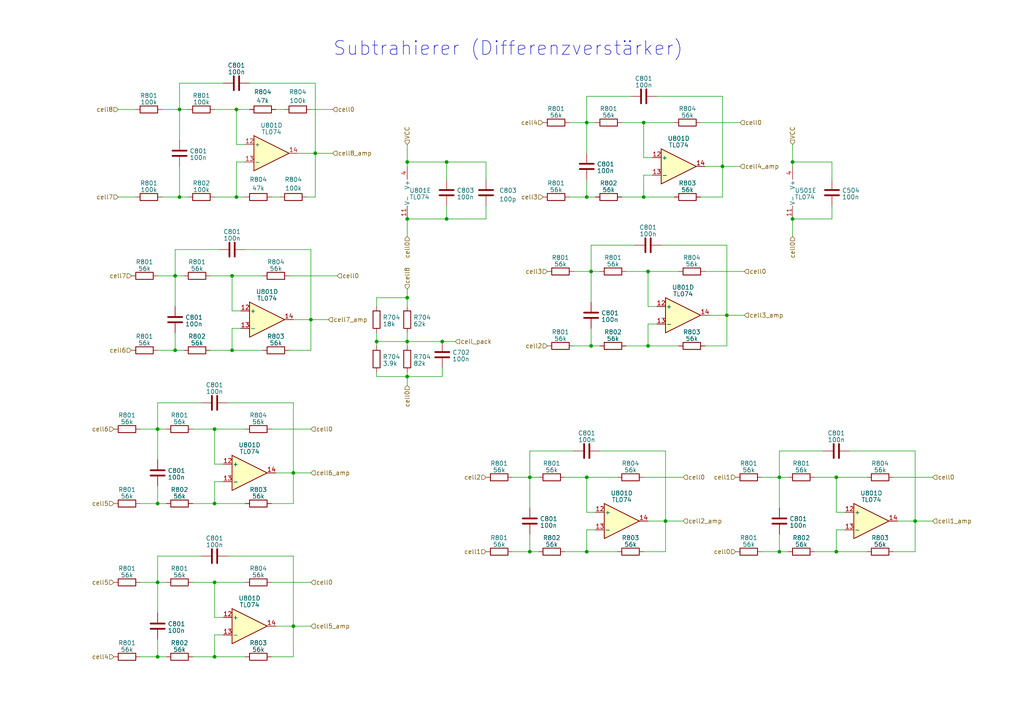
<source format=kicad_sch>
(kicad_sch (version 20230121) (generator eeschema)

  (uuid e2d85cfa-89b3-49fc-87fc-6f7aec19248f)

  (paper "A4")

  (lib_symbols
    (symbol "Amplifier_Operational:TL074" (pin_names (offset 0.127)) (in_bom yes) (on_board yes)
      (property "Reference" "U" (at 0 5.08 0)
        (effects (font (size 1.27 1.27)) (justify left))
      )
      (property "Value" "TL074" (at 0 -5.08 0)
        (effects (font (size 1.27 1.27)) (justify left))
      )
      (property "Footprint" "" (at -1.27 2.54 0)
        (effects (font (size 1.27 1.27)) hide)
      )
      (property "Datasheet" "http://www.ti.com/lit/ds/symlink/tl071.pdf" (at 1.27 5.08 0)
        (effects (font (size 1.27 1.27)) hide)
      )
      (property "ki_locked" "" (at 0 0 0)
        (effects (font (size 1.27 1.27)))
      )
      (property "ki_keywords" "quad opamp" (at 0 0 0)
        (effects (font (size 1.27 1.27)) hide)
      )
      (property "ki_description" "Quad Low-Noise JFET-Input Operational Amplifiers, DIP-14/SOIC-14" (at 0 0 0)
        (effects (font (size 1.27 1.27)) hide)
      )
      (property "ki_fp_filters" "SOIC*3.9x8.7mm*P1.27mm* DIP*W7.62mm* TSSOP*4.4x5mm*P0.65mm* SSOP*5.3x6.2mm*P0.65mm* MSOP*3x3mm*P0.5mm*" (at 0 0 0)
        (effects (font (size 1.27 1.27)) hide)
      )
      (symbol "TL074_1_1"
        (polyline
          (pts
            (xy -5.08 5.08)
            (xy 5.08 0)
            (xy -5.08 -5.08)
            (xy -5.08 5.08)
          )
          (stroke (width 0.254) (type default))
          (fill (type background))
        )
        (pin output line (at 7.62 0 180) (length 2.54)
          (name "~" (effects (font (size 1.27 1.27))))
          (number "1" (effects (font (size 1.27 1.27))))
        )
        (pin input line (at -7.62 -2.54 0) (length 2.54)
          (name "-" (effects (font (size 1.27 1.27))))
          (number "2" (effects (font (size 1.27 1.27))))
        )
        (pin input line (at -7.62 2.54 0) (length 2.54)
          (name "+" (effects (font (size 1.27 1.27))))
          (number "3" (effects (font (size 1.27 1.27))))
        )
      )
      (symbol "TL074_2_1"
        (polyline
          (pts
            (xy -5.08 5.08)
            (xy 5.08 0)
            (xy -5.08 -5.08)
            (xy -5.08 5.08)
          )
          (stroke (width 0.254) (type default))
          (fill (type background))
        )
        (pin input line (at -7.62 2.54 0) (length 2.54)
          (name "+" (effects (font (size 1.27 1.27))))
          (number "5" (effects (font (size 1.27 1.27))))
        )
        (pin input line (at -7.62 -2.54 0) (length 2.54)
          (name "-" (effects (font (size 1.27 1.27))))
          (number "6" (effects (font (size 1.27 1.27))))
        )
        (pin output line (at 7.62 0 180) (length 2.54)
          (name "~" (effects (font (size 1.27 1.27))))
          (number "7" (effects (font (size 1.27 1.27))))
        )
      )
      (symbol "TL074_3_1"
        (polyline
          (pts
            (xy -5.08 5.08)
            (xy 5.08 0)
            (xy -5.08 -5.08)
            (xy -5.08 5.08)
          )
          (stroke (width 0.254) (type default))
          (fill (type background))
        )
        (pin input line (at -7.62 2.54 0) (length 2.54)
          (name "+" (effects (font (size 1.27 1.27))))
          (number "10" (effects (font (size 1.27 1.27))))
        )
        (pin output line (at 7.62 0 180) (length 2.54)
          (name "~" (effects (font (size 1.27 1.27))))
          (number "8" (effects (font (size 1.27 1.27))))
        )
        (pin input line (at -7.62 -2.54 0) (length 2.54)
          (name "-" (effects (font (size 1.27 1.27))))
          (number "9" (effects (font (size 1.27 1.27))))
        )
      )
      (symbol "TL074_4_1"
        (polyline
          (pts
            (xy -5.08 5.08)
            (xy 5.08 0)
            (xy -5.08 -5.08)
            (xy -5.08 5.08)
          )
          (stroke (width 0.254) (type default))
          (fill (type background))
        )
        (pin input line (at -7.62 2.54 0) (length 2.54)
          (name "+" (effects (font (size 1.27 1.27))))
          (number "12" (effects (font (size 1.27 1.27))))
        )
        (pin input line (at -7.62 -2.54 0) (length 2.54)
          (name "-" (effects (font (size 1.27 1.27))))
          (number "13" (effects (font (size 1.27 1.27))))
        )
        (pin output line (at 7.62 0 180) (length 2.54)
          (name "~" (effects (font (size 1.27 1.27))))
          (number "14" (effects (font (size 1.27 1.27))))
        )
      )
      (symbol "TL074_5_1"
        (pin power_in line (at -2.54 -7.62 90) (length 3.81)
          (name "V-" (effects (font (size 1.27 1.27))))
          (number "11" (effects (font (size 1.27 1.27))))
        )
        (pin power_in line (at -2.54 7.62 270) (length 3.81)
          (name "V+" (effects (font (size 1.27 1.27))))
          (number "4" (effects (font (size 1.27 1.27))))
        )
      )
    )
    (symbol "Device:C" (pin_numbers hide) (pin_names (offset 0.254)) (in_bom yes) (on_board yes)
      (property "Reference" "C" (at 0.635 2.54 0)
        (effects (font (size 1.27 1.27)) (justify left))
      )
      (property "Value" "C" (at 0.635 -2.54 0)
        (effects (font (size 1.27 1.27)) (justify left))
      )
      (property "Footprint" "" (at 0.9652 -3.81 0)
        (effects (font (size 1.27 1.27)) hide)
      )
      (property "Datasheet" "~" (at 0 0 0)
        (effects (font (size 1.27 1.27)) hide)
      )
      (property "ki_keywords" "cap capacitor" (at 0 0 0)
        (effects (font (size 1.27 1.27)) hide)
      )
      (property "ki_description" "Unpolarized capacitor" (at 0 0 0)
        (effects (font (size 1.27 1.27)) hide)
      )
      (property "ki_fp_filters" "C_*" (at 0 0 0)
        (effects (font (size 1.27 1.27)) hide)
      )
      (symbol "C_0_1"
        (polyline
          (pts
            (xy -2.032 -0.762)
            (xy 2.032 -0.762)
          )
          (stroke (width 0.508) (type default))
          (fill (type none))
        )
        (polyline
          (pts
            (xy -2.032 0.762)
            (xy 2.032 0.762)
          )
          (stroke (width 0.508) (type default))
          (fill (type none))
        )
      )
      (symbol "C_1_1"
        (pin passive line (at 0 3.81 270) (length 2.794)
          (name "~" (effects (font (size 1.27 1.27))))
          (number "1" (effects (font (size 1.27 1.27))))
        )
        (pin passive line (at 0 -3.81 90) (length 2.794)
          (name "~" (effects (font (size 1.27 1.27))))
          (number "2" (effects (font (size 1.27 1.27))))
        )
      )
    )
    (symbol "Device:R" (pin_numbers hide) (pin_names (offset 0)) (in_bom yes) (on_board yes)
      (property "Reference" "R" (at 2.032 0 90)
        (effects (font (size 1.27 1.27)))
      )
      (property "Value" "R" (at 0 0 90)
        (effects (font (size 1.27 1.27)))
      )
      (property "Footprint" "" (at -1.778 0 90)
        (effects (font (size 1.27 1.27)) hide)
      )
      (property "Datasheet" "~" (at 0 0 0)
        (effects (font (size 1.27 1.27)) hide)
      )
      (property "ki_keywords" "R res resistor" (at 0 0 0)
        (effects (font (size 1.27 1.27)) hide)
      )
      (property "ki_description" "Resistor" (at 0 0 0)
        (effects (font (size 1.27 1.27)) hide)
      )
      (property "ki_fp_filters" "R_*" (at 0 0 0)
        (effects (font (size 1.27 1.27)) hide)
      )
      (symbol "R_0_1"
        (rectangle (start -1.016 -2.54) (end 1.016 2.54)
          (stroke (width 0.254) (type default))
          (fill (type none))
        )
      )
      (symbol "R_1_1"
        (pin passive line (at 0 3.81 270) (length 1.27)
          (name "~" (effects (font (size 1.27 1.27))))
          (number "1" (effects (font (size 1.27 1.27))))
        )
        (pin passive line (at 0 -3.81 90) (length 1.27)
          (name "~" (effects (font (size 1.27 1.27))))
          (number "2" (effects (font (size 1.27 1.27))))
        )
      )
    )
  )

  (junction (at 45.72 146.05) (diameter 0) (color 0 0 0 0)
    (uuid 0a5c5af8-cd08-4b28-9ea6-924508416c30)
  )
  (junction (at 153.67 160.02) (diameter 0) (color 0 0 0 0)
    (uuid 0c29a820-95f6-458e-a10e-92f9dfe50119)
  )
  (junction (at 153.67 138.43) (diameter 0) (color 0 0 0 0)
    (uuid 0d5cdf92-bd7c-40eb-b44f-0c508f0cc0ee)
  )
  (junction (at 129.54 63.5) (diameter 0) (color 0 0 0 0)
    (uuid 15f788ba-1506-4e5a-a84e-90425f4b4165)
  )
  (junction (at 226.06 138.43) (diameter 0) (color 0 0 0 0)
    (uuid 1cab4529-a201-479f-aa09-ea51e1226281)
  )
  (junction (at 45.72 168.91) (diameter 0) (color 0 0 0 0)
    (uuid 1cb57c1c-ec18-473a-8b6f-d631ec3d88d3)
  )
  (junction (at 45.72 124.46) (diameter 0) (color 0 0 0 0)
    (uuid 1f1de938-3d93-4adf-81c1-c29817d29d28)
  )
  (junction (at 109.22 99.06) (diameter 0) (color 0 0 0 0)
    (uuid 2fde4279-8e89-40a1-93d7-47330c33da9c)
  )
  (junction (at 210.82 91.44) (diameter 0) (color 0 0 0 0)
    (uuid 31065c95-c985-4923-b59d-7e96f5760667)
  )
  (junction (at 118.11 86.36) (diameter 0) (color 0 0 0 0)
    (uuid 36ba6c86-5ef5-493e-8133-4ab3d8717f43)
  )
  (junction (at 186.69 35.56) (diameter 0) (color 0 0 0 0)
    (uuid 3707c7c4-d3fe-4e80-912f-4f5d92759f8a)
  )
  (junction (at 242.57 138.43) (diameter 0) (color 0 0 0 0)
    (uuid 40269f9e-0171-4183-af49-cd5bfb5ee2c7)
  )
  (junction (at 85.09 181.61) (diameter 0) (color 0 0 0 0)
    (uuid 45c52e41-b1ff-4d9d-a5fc-946d2fbb2f4e)
  )
  (junction (at 62.23 124.46) (diameter 0) (color 0 0 0 0)
    (uuid 4ecbc006-30d2-4d0b-b5a4-730b78e9a1c4)
  )
  (junction (at 91.44 44.45) (diameter 0) (color 0 0 0 0)
    (uuid 531cff53-f2e9-48ad-950c-215fadde4e5d)
  )
  (junction (at 67.31 80.01) (diameter 0) (color 0 0 0 0)
    (uuid 54694307-96c5-40e7-82b4-f7661d4b1165)
  )
  (junction (at 90.17 92.71) (diameter 0) (color 0 0 0 0)
    (uuid 5739c4b1-814b-4dcb-8a8e-78671b56e1a2)
  )
  (junction (at 45.72 190.5) (diameter 0) (color 0 0 0 0)
    (uuid 5dd3e47f-41de-4ac0-a649-1998f923bb32)
  )
  (junction (at 226.06 160.02) (diameter 0) (color 0 0 0 0)
    (uuid 5f125277-7e26-442d-8af4-537cba795fed)
  )
  (junction (at 265.43 151.13) (diameter 0) (color 0 0 0 0)
    (uuid 659fd9a9-0699-401b-b611-dfda88e6babb)
  )
  (junction (at 50.8 101.6) (diameter 0) (color 0 0 0 0)
    (uuid 6685c3b0-c218-43db-baef-0d5858e3e806)
  )
  (junction (at 170.18 160.02) (diameter 0) (color 0 0 0 0)
    (uuid 66f35c98-fe85-4e19-8c52-ad22211418a6)
  )
  (junction (at 52.07 31.75) (diameter 0) (color 0 0 0 0)
    (uuid 68b5cbed-95bc-4f68-bacd-601701e15059)
  )
  (junction (at 186.69 57.15) (diameter 0) (color 0 0 0 0)
    (uuid 6925a61a-ade2-4b96-87b4-dccebba873a3)
  )
  (junction (at 52.07 57.15) (diameter 0) (color 0 0 0 0)
    (uuid 6949f1ea-a1bd-47b3-9ec0-062279ce112e)
  )
  (junction (at 62.23 190.5) (diameter 0) (color 0 0 0 0)
    (uuid 6e0f989d-dd2b-471f-a0e0-abe75afc5903)
  )
  (junction (at 118.11 46.99) (diameter 0) (color 0 0 0 0)
    (uuid 7ace2832-0c48-4031-9ccb-7a9a216a206f)
  )
  (junction (at 187.96 78.74) (diameter 0) (color 0 0 0 0)
    (uuid 82d88105-ccbe-4926-8fd0-25594b56fce3)
  )
  (junction (at 229.87 63.5) (diameter 0) (color 0 0 0 0)
    (uuid 8d3cec62-8113-43ab-900c-1494b905125c)
  )
  (junction (at 187.96 100.33) (diameter 0) (color 0 0 0 0)
    (uuid 8f02bdc1-2f6d-4e93-a6b5-facfc2200ac5)
  )
  (junction (at 193.04 151.13) (diameter 0) (color 0 0 0 0)
    (uuid 8faa1b69-ac89-48ac-9ea8-8d362e285550)
  )
  (junction (at 171.45 78.74) (diameter 0) (color 0 0 0 0)
    (uuid 9075727e-3ac2-426b-bdaf-0ca58ec771f1)
  )
  (junction (at 85.09 137.16) (diameter 0) (color 0 0 0 0)
    (uuid 941d43d0-466c-48cd-8e5a-f78b197841b7)
  )
  (junction (at 242.57 160.02) (diameter 0) (color 0 0 0 0)
    (uuid a64d8fcb-1222-4ba9-8719-47c08074f5a2)
  )
  (junction (at 118.11 63.5) (diameter 0) (color 0 0 0 0)
    (uuid a7dbd077-0d0b-46b7-a126-c6a1977a1415)
  )
  (junction (at 129.54 46.99) (diameter 0) (color 0 0 0 0)
    (uuid abb69529-1c4e-4c2e-907c-1f621ccb7ac2)
  )
  (junction (at 170.18 138.43) (diameter 0) (color 0 0 0 0)
    (uuid ac4c1cc0-3d23-46d8-ac26-cba99f22fbff)
  )
  (junction (at 171.45 100.33) (diameter 0) (color 0 0 0 0)
    (uuid b0142707-3a8b-4651-b5c5-6ac4f5852e37)
  )
  (junction (at 118.11 109.22) (diameter 0) (color 0 0 0 0)
    (uuid b6c145c2-41fe-41a2-8cc2-c19fb0a83752)
  )
  (junction (at 68.58 57.15) (diameter 0) (color 0 0 0 0)
    (uuid bfaf0403-6d66-4885-8e43-0a905abf7db9)
  )
  (junction (at 67.31 101.6) (diameter 0) (color 0 0 0 0)
    (uuid bfe33cfb-76ad-4e47-8986-dcdf0134b878)
  )
  (junction (at 50.8 80.01) (diameter 0) (color 0 0 0 0)
    (uuid c35d9fd9-463f-4955-9346-37d87f6ee879)
  )
  (junction (at 68.58 31.75) (diameter 0) (color 0 0 0 0)
    (uuid c7a1f676-35a1-4497-b790-0f4189243ced)
  )
  (junction (at 170.18 57.15) (diameter 0) (color 0 0 0 0)
    (uuid ca81d862-416c-4151-a3d5-7a3a1cda39dd)
  )
  (junction (at 118.11 99.06) (diameter 0) (color 0 0 0 0)
    (uuid cd0cc266-c014-445d-80c1-f91406da5d2e)
  )
  (junction (at 170.18 35.56) (diameter 0) (color 0 0 0 0)
    (uuid d8f31c87-3326-4bb8-9f6e-2f58622bf11d)
  )
  (junction (at 209.55 48.26) (diameter 0) (color 0 0 0 0)
    (uuid dc1b7f98-d0e5-4a0c-8797-cd403877faa7)
  )
  (junction (at 229.87 46.99) (diameter 0) (color 0 0 0 0)
    (uuid e0436ba6-92c5-43eb-8585-a88e884019d9)
  )
  (junction (at 128.27 99.06) (diameter 0) (color 0 0 0 0)
    (uuid e064afaa-2d57-4a9b-99f6-fb929eb958a6)
  )
  (junction (at 62.23 146.05) (diameter 0) (color 0 0 0 0)
    (uuid e96bf9cf-6d4d-448c-aa1b-45ce6eb04ba9)
  )
  (junction (at 62.23 168.91) (diameter 0) (color 0 0 0 0)
    (uuid ec8cfdc1-cf88-48a9-aef2-8afcc9e5c7f5)
  )

  (wire (pts (xy 67.31 101.6) (xy 76.2 101.6))
    (stroke (width 0) (type default))
    (uuid 042691cd-51bb-4695-8a87-f9ba3b8cc14f)
  )
  (wire (pts (xy 193.04 151.13) (xy 198.12 151.13))
    (stroke (width 0) (type default))
    (uuid 04628c18-e5c6-43e4-9636-4f7eb86cac9f)
  )
  (wire (pts (xy 50.8 96.52) (xy 50.8 101.6))
    (stroke (width 0) (type default))
    (uuid 051dbfc7-9f63-40b4-97a4-d2186555fa0b)
  )
  (wire (pts (xy 171.45 87.63) (xy 171.45 78.74))
    (stroke (width 0) (type default))
    (uuid 0aacecc8-f2ab-482c-a87f-1c3e08e6a387)
  )
  (wire (pts (xy 45.72 80.01) (xy 50.8 80.01))
    (stroke (width 0) (type default))
    (uuid 0e22d436-c8b6-4376-834f-f434a9f780a8)
  )
  (wire (pts (xy 50.8 72.39) (xy 50.8 80.01))
    (stroke (width 0) (type default))
    (uuid 0f32362a-3522-4d1d-918a-ce5a835a8992)
  )
  (wire (pts (xy 50.8 80.01) (xy 53.34 80.01))
    (stroke (width 0) (type default))
    (uuid 0f507c1d-ee7f-405c-b610-1001bc07c8cf)
  )
  (wire (pts (xy 109.22 86.36) (xy 118.11 86.36))
    (stroke (width 0) (type default))
    (uuid 0f700d22-e4b4-499f-b996-782d71cf7cb3)
  )
  (wire (pts (xy 184.15 71.12) (xy 171.45 71.12))
    (stroke (width 0) (type default))
    (uuid 0fd816e7-e78e-419e-bad7-7b5d20c97dbb)
  )
  (wire (pts (xy 78.74 190.5) (xy 85.09 190.5))
    (stroke (width 0) (type default))
    (uuid 0fe9c7af-add5-43b7-b683-0cf41fed4a47)
  )
  (wire (pts (xy 170.18 138.43) (xy 170.18 148.59))
    (stroke (width 0) (type default))
    (uuid 101aecb9-e665-4a13-9256-144130ddbbcf)
  )
  (wire (pts (xy 203.2 57.15) (xy 209.55 57.15))
    (stroke (width 0) (type default))
    (uuid 1115ca51-d868-4308-b9d0-b7350fdd23e1)
  )
  (wire (pts (xy 181.61 78.74) (xy 187.96 78.74))
    (stroke (width 0) (type default))
    (uuid 1150ee96-6663-49a3-b74f-ae0f7f9263cd)
  )
  (wire (pts (xy 90.17 168.91) (xy 78.74 168.91))
    (stroke (width 0) (type default))
    (uuid 14196118-3ff5-420f-bf0d-31b27f2d8699)
  )
  (wire (pts (xy 85.09 190.5) (xy 85.09 181.61))
    (stroke (width 0) (type default))
    (uuid 15510c63-a340-4eb2-b2af-725c0dca7caa)
  )
  (wire (pts (xy 46.99 31.75) (xy 52.07 31.75))
    (stroke (width 0) (type default))
    (uuid 15c24c89-0685-44b6-9dd2-eb43662f2728)
  )
  (wire (pts (xy 220.98 160.02) (xy 226.06 160.02))
    (stroke (width 0) (type default))
    (uuid 168f601f-8bfa-4607-ac79-4c0c8d2ac1be)
  )
  (wire (pts (xy 153.67 138.43) (xy 156.21 138.43))
    (stroke (width 0) (type default))
    (uuid 18a7673c-4450-4332-a174-0e8c49b21bf8)
  )
  (wire (pts (xy 52.07 57.15) (xy 54.61 57.15))
    (stroke (width 0) (type default))
    (uuid 192f9b25-498e-4c16-8db2-92d62caa2ba0)
  )
  (wire (pts (xy 148.59 160.02) (xy 153.67 160.02))
    (stroke (width 0) (type default))
    (uuid 19690ab6-b955-46bc-bcc4-aba6e14b82ed)
  )
  (wire (pts (xy 186.69 35.56) (xy 195.58 35.56))
    (stroke (width 0) (type default))
    (uuid 1a832bdb-d0fb-44c6-8cae-b3a9fce18837)
  )
  (wire (pts (xy 50.8 88.9) (xy 50.8 80.01))
    (stroke (width 0) (type default))
    (uuid 1bf369fb-832e-45d1-a573-233ca27ee921)
  )
  (wire (pts (xy 191.77 71.12) (xy 210.82 71.12))
    (stroke (width 0) (type default))
    (uuid 1c967a5a-e0b5-4d42-a9a5-2594e9183419)
  )
  (wire (pts (xy 118.11 99.06) (xy 118.11 100.33))
    (stroke (width 0) (type default))
    (uuid 1ca535e0-fe64-40d5-aa0d-043e4235d5d3)
  )
  (wire (pts (xy 171.45 78.74) (xy 173.99 78.74))
    (stroke (width 0) (type default))
    (uuid 1ddfa9f3-9acb-4d0f-87e1-1396d352f724)
  )
  (wire (pts (xy 209.55 48.26) (xy 214.63 48.26))
    (stroke (width 0) (type default))
    (uuid 20aae0f8-5d22-47b8-8741-a15c3281a901)
  )
  (wire (pts (xy 83.82 80.01) (xy 97.79 80.01))
    (stroke (width 0) (type default))
    (uuid 2104777c-b9b4-4289-81fa-bec8f8fe25f3)
  )
  (wire (pts (xy 163.83 160.02) (xy 170.18 160.02))
    (stroke (width 0) (type default))
    (uuid 214fec96-fb4c-47bf-99a2-d92419a76641)
  )
  (wire (pts (xy 242.57 148.59) (xy 245.11 148.59))
    (stroke (width 0) (type default))
    (uuid 22c922e5-4499-4341-8643-21fddc1ce032)
  )
  (wire (pts (xy 55.88 168.91) (xy 62.23 168.91))
    (stroke (width 0) (type default))
    (uuid 22d9ba0e-8096-41dd-bed4-56b2c92d89a7)
  )
  (wire (pts (xy 129.54 63.5) (xy 140.97 63.5))
    (stroke (width 0) (type default))
    (uuid 236f6648-a3f2-4f71-a9aa-d32748deec54)
  )
  (wire (pts (xy 46.99 57.15) (xy 52.07 57.15))
    (stroke (width 0) (type default))
    (uuid 238fb8c2-9459-4485-94c6-69bec9cad985)
  )
  (wire (pts (xy 58.42 161.29) (xy 45.72 161.29))
    (stroke (width 0) (type default))
    (uuid 2448b0e4-0510-43bb-9b2e-1860171f2f97)
  )
  (wire (pts (xy 83.82 101.6) (xy 90.17 101.6))
    (stroke (width 0) (type default))
    (uuid 249ad6c1-0538-4bb1-8c95-cfdfd2a169bf)
  )
  (wire (pts (xy 170.18 138.43) (xy 179.07 138.43))
    (stroke (width 0) (type default))
    (uuid 24f9c66a-d3ef-48ba-b8ed-45f3c251b0ae)
  )
  (wire (pts (xy 66.04 161.29) (xy 85.09 161.29))
    (stroke (width 0) (type default))
    (uuid 254356c0-f2e6-4543-bedd-a8541704069c)
  )
  (wire (pts (xy 50.8 101.6) (xy 53.34 101.6))
    (stroke (width 0) (type default))
    (uuid 2594f9b5-63b7-442e-94ec-aecb00482e42)
  )
  (wire (pts (xy 182.88 27.94) (xy 170.18 27.94))
    (stroke (width 0) (type default))
    (uuid 260edcbd-0f80-4b84-a06a-dd25e9302bd3)
  )
  (wire (pts (xy 85.09 137.16) (xy 80.01 137.16))
    (stroke (width 0) (type default))
    (uuid 2717fd75-0fa8-48cc-9109-a98411d87f60)
  )
  (wire (pts (xy 45.72 168.91) (xy 48.26 168.91))
    (stroke (width 0) (type default))
    (uuid 292866cd-25f0-4545-bc74-498b3058e6bd)
  )
  (wire (pts (xy 186.69 160.02) (xy 193.04 160.02))
    (stroke (width 0) (type default))
    (uuid 29f576e5-8df4-4ece-9346-6bacbb6bb5a7)
  )
  (wire (pts (xy 91.44 44.45) (xy 86.36 44.45))
    (stroke (width 0) (type default))
    (uuid 2b0e01ea-35fc-4307-b18e-c64bc3dde157)
  )
  (wire (pts (xy 229.87 46.99) (xy 229.87 48.26))
    (stroke (width 0) (type default))
    (uuid 2c04992b-f177-4409-a198-e9fb6acfe885)
  )
  (wire (pts (xy 62.23 168.91) (xy 71.12 168.91))
    (stroke (width 0) (type default))
    (uuid 2d8dff8e-39ec-45e4-91c1-6698558bb73e)
  )
  (wire (pts (xy 241.3 46.99) (xy 229.87 46.99))
    (stroke (width 0) (type default))
    (uuid 2fd0760a-1d73-484c-bd2f-c8f6fa3f77fa)
  )
  (wire (pts (xy 265.43 151.13) (xy 270.51 151.13))
    (stroke (width 0) (type default))
    (uuid 2fdc3837-78ec-472c-947d-58378a944b63)
  )
  (wire (pts (xy 226.06 147.32) (xy 226.06 138.43))
    (stroke (width 0) (type default))
    (uuid 325a4606-e4c6-4a96-985b-83dcffe65d91)
  )
  (wire (pts (xy 90.17 101.6) (xy 90.17 92.71))
    (stroke (width 0) (type default))
    (uuid 326f5d50-feb1-4f40-b7f7-9926dae17cd5)
  )
  (wire (pts (xy 265.43 130.81) (xy 265.43 151.13))
    (stroke (width 0) (type default))
    (uuid 34c9ef3b-81aa-409d-9503-dd1fead3fafa)
  )
  (wire (pts (xy 45.72 124.46) (xy 48.26 124.46))
    (stroke (width 0) (type default))
    (uuid 366cba9b-5786-47dc-aecc-fd9d3377a84c)
  )
  (wire (pts (xy 259.08 138.43) (xy 270.51 138.43))
    (stroke (width 0) (type default))
    (uuid 369b010d-b2b6-48e6-a45b-d29b4058495f)
  )
  (wire (pts (xy 172.72 153.67) (xy 170.18 153.67))
    (stroke (width 0) (type default))
    (uuid 37e06695-a780-4df3-bdad-543748cf1ef0)
  )
  (wire (pts (xy 62.23 168.91) (xy 62.23 179.07))
    (stroke (width 0) (type default))
    (uuid 382c0eb2-124a-4e73-94de-1d396683df00)
  )
  (wire (pts (xy 62.23 124.46) (xy 71.12 124.46))
    (stroke (width 0) (type default))
    (uuid 38d1362d-2ef4-4763-b1b8-d8fbefa355b8)
  )
  (wire (pts (xy 85.09 181.61) (xy 80.01 181.61))
    (stroke (width 0) (type default))
    (uuid 3a4b363d-1686-410a-94b3-e2c33c65afd9)
  )
  (wire (pts (xy 85.09 146.05) (xy 85.09 137.16))
    (stroke (width 0) (type default))
    (uuid 3bf7d89d-010a-4126-9977-113e2cf254da)
  )
  (wire (pts (xy 129.54 46.99) (xy 118.11 46.99))
    (stroke (width 0) (type default))
    (uuid 3cb190f8-f19f-4283-ac2c-38738893297c)
  )
  (wire (pts (xy 210.82 91.44) (xy 215.9 91.44))
    (stroke (width 0) (type default))
    (uuid 3d606c8d-857e-4b26-99e7-d84b3c4b2bd3)
  )
  (wire (pts (xy 209.55 27.94) (xy 209.55 48.26))
    (stroke (width 0) (type default))
    (uuid 3feb8fe0-728b-48cf-9c40-9ed980df1308)
  )
  (wire (pts (xy 118.11 96.52) (xy 118.11 99.06))
    (stroke (width 0) (type default))
    (uuid 406edcc5-6371-4491-8317-03b731771b73)
  )
  (wire (pts (xy 109.22 107.95) (xy 109.22 109.22))
    (stroke (width 0) (type default))
    (uuid 419609a5-f981-4bcf-b500-5421a8a7d296)
  )
  (wire (pts (xy 45.72 177.8) (xy 45.72 168.91))
    (stroke (width 0) (type default))
    (uuid 42fbfd54-b7f5-4acd-af7a-ce9c5e2de195)
  )
  (wire (pts (xy 62.23 146.05) (xy 71.12 146.05))
    (stroke (width 0) (type default))
    (uuid 469ff781-fab8-4e1b-a693-b8a98e366e7c)
  )
  (wire (pts (xy 214.63 35.56) (xy 203.2 35.56))
    (stroke (width 0) (type default))
    (uuid 48a2d3af-0eb1-4f13-889a-ad352e7a2a8e)
  )
  (wire (pts (xy 229.87 41.91) (xy 229.87 46.99))
    (stroke (width 0) (type default))
    (uuid 48ba93f1-bbc0-4c34-b045-e67984aa42b3)
  )
  (wire (pts (xy 55.88 146.05) (xy 62.23 146.05))
    (stroke (width 0) (type default))
    (uuid 4a2095ab-36fa-4c8d-b222-9a0a98db69d0)
  )
  (wire (pts (xy 186.69 45.72) (xy 189.23 45.72))
    (stroke (width 0) (type default))
    (uuid 4ace57ab-be62-4e04-9719-efddede3c5d3)
  )
  (wire (pts (xy 215.9 78.74) (xy 204.47 78.74))
    (stroke (width 0) (type default))
    (uuid 5045fcfd-3982-423c-ba16-167f896fda0a)
  )
  (wire (pts (xy 62.23 179.07) (xy 64.77 179.07))
    (stroke (width 0) (type default))
    (uuid 5222db38-97bc-4604-9222-699652fabdf6)
  )
  (wire (pts (xy 96.52 31.75) (xy 90.17 31.75))
    (stroke (width 0) (type default))
    (uuid 5241a9b1-95d0-48c3-bc04-83d28adadb62)
  )
  (wire (pts (xy 68.58 57.15) (xy 71.12 57.15))
    (stroke (width 0) (type default))
    (uuid 52da0154-bb5c-4fc9-a764-8f0552719296)
  )
  (wire (pts (xy 187.96 88.9) (xy 190.5 88.9))
    (stroke (width 0) (type default))
    (uuid 53d1fa53-cb32-4438-8016-7222158d0b9e)
  )
  (wire (pts (xy 118.11 111.76) (xy 118.11 109.22))
    (stroke (width 0) (type default))
    (uuid 54dd5afc-2da1-40f4-8253-489d3cff48f4)
  )
  (wire (pts (xy 242.57 138.43) (xy 242.57 148.59))
    (stroke (width 0) (type default))
    (uuid 553be324-54c4-4400-8b48-96e6dd609313)
  )
  (wire (pts (xy 85.09 137.16) (xy 90.17 137.16))
    (stroke (width 0) (type default))
    (uuid 5592b42c-f0e7-4dae-8bfd-8f7e249cb9a8)
  )
  (wire (pts (xy 34.29 31.75) (xy 39.37 31.75))
    (stroke (width 0) (type default))
    (uuid 58391725-4974-4768-9336-bf056a9954b6)
  )
  (wire (pts (xy 88.9 57.15) (xy 91.44 57.15))
    (stroke (width 0) (type default))
    (uuid 5892faa8-f9b6-4fe0-871f-b5aedfb60203)
  )
  (wire (pts (xy 153.67 147.32) (xy 153.67 138.43))
    (stroke (width 0) (type default))
    (uuid 5904b8a3-8756-494e-aa62-ad7e3c189d9b)
  )
  (wire (pts (xy 236.22 160.02) (xy 242.57 160.02))
    (stroke (width 0) (type default))
    (uuid 59423d65-f0a0-4a91-8dda-c6dd01c4e294)
  )
  (wire (pts (xy 58.42 116.84) (xy 45.72 116.84))
    (stroke (width 0) (type default))
    (uuid 599f8987-703e-4f20-b838-6b90b80a9858)
  )
  (wire (pts (xy 128.27 99.06) (xy 132.08 99.06))
    (stroke (width 0) (type default))
    (uuid 5baf9515-e816-4175-8792-5dfcd2226bb2)
  )
  (wire (pts (xy 170.18 27.94) (xy 170.18 35.56))
    (stroke (width 0) (type default))
    (uuid 5cedb9ac-ac5f-45a0-8cb9-f51f3af22eb9)
  )
  (wire (pts (xy 67.31 80.01) (xy 67.31 90.17))
    (stroke (width 0) (type default))
    (uuid 5dcfac50-b23d-49cc-a1ed-04b51b49f8d3)
  )
  (wire (pts (xy 165.1 35.56) (xy 170.18 35.56))
    (stroke (width 0) (type default))
    (uuid 5e06874c-e5f6-449e-bffb-c23468152c05)
  )
  (wire (pts (xy 67.31 80.01) (xy 76.2 80.01))
    (stroke (width 0) (type default))
    (uuid 5e8886da-97d1-4c1d-8902-b5411a5d4614)
  )
  (wire (pts (xy 45.72 161.29) (xy 45.72 168.91))
    (stroke (width 0) (type default))
    (uuid 5f0fbe0a-2e8e-458a-8fd1-61482702f0aa)
  )
  (wire (pts (xy 71.12 46.99) (xy 68.58 46.99))
    (stroke (width 0) (type default))
    (uuid 6089e55f-b33a-425f-8695-ecf004bcdf8d)
  )
  (wire (pts (xy 170.18 148.59) (xy 172.72 148.59))
    (stroke (width 0) (type default))
    (uuid 619ecab8-0b33-452c-ab40-a4bb8575ce10)
  )
  (wire (pts (xy 62.23 31.75) (xy 68.58 31.75))
    (stroke (width 0) (type default))
    (uuid 623d3141-0f37-4c07-a25a-73ad1a8e54f7)
  )
  (wire (pts (xy 170.18 35.56) (xy 172.72 35.56))
    (stroke (width 0) (type default))
    (uuid 6282dd6b-769b-4416-9bb0-fba5d941585e)
  )
  (wire (pts (xy 166.37 130.81) (xy 153.67 130.81))
    (stroke (width 0) (type default))
    (uuid 6647db7f-b33c-4a61-a5df-8d5ce1096949)
  )
  (wire (pts (xy 68.58 41.91) (xy 71.12 41.91))
    (stroke (width 0) (type default))
    (uuid 6727ec58-fc17-44c0-a768-d041a7516c46)
  )
  (wire (pts (xy 45.72 140.97) (xy 45.72 146.05))
    (stroke (width 0) (type default))
    (uuid 69fbf229-c18f-4c93-9bda-95906b11b9a5)
  )
  (wire (pts (xy 68.58 31.75) (xy 68.58 41.91))
    (stroke (width 0) (type default))
    (uuid 6abe950f-592e-4b72-be92-dd6439fb9cff)
  )
  (wire (pts (xy 91.44 57.15) (xy 91.44 44.45))
    (stroke (width 0) (type default))
    (uuid 6aed0d84-1a39-44fd-9f1d-f0e7c5848c20)
  )
  (wire (pts (xy 241.3 59.69) (xy 241.3 63.5))
    (stroke (width 0) (type default))
    (uuid 6b3e0022-5e72-48a6-8c75-4b2bb72271f5)
  )
  (wire (pts (xy 78.74 146.05) (xy 85.09 146.05))
    (stroke (width 0) (type default))
    (uuid 6b843826-55f9-48a9-8d58-d7fb026dd3b9)
  )
  (wire (pts (xy 171.45 95.25) (xy 171.45 100.33))
    (stroke (width 0) (type default))
    (uuid 6d3f6a08-699d-4b2f-9e4b-423e6e5ef7b4)
  )
  (wire (pts (xy 166.37 78.74) (xy 171.45 78.74))
    (stroke (width 0) (type default))
    (uuid 6eb0b82f-3407-49b3-af38-ecdf5ae7edeb)
  )
  (wire (pts (xy 62.23 57.15) (xy 68.58 57.15))
    (stroke (width 0) (type default))
    (uuid 6edd68c9-38a8-46df-9173-62624c87f373)
  )
  (wire (pts (xy 45.72 185.42) (xy 45.72 190.5))
    (stroke (width 0) (type default))
    (uuid 6fc87831-074a-4403-b615-22b7579ed368)
  )
  (wire (pts (xy 34.29 57.15) (xy 39.37 57.15))
    (stroke (width 0) (type default))
    (uuid 6ff7d26e-bfec-4af3-835b-94582b2493e6)
  )
  (wire (pts (xy 186.69 50.8) (xy 186.69 57.15))
    (stroke (width 0) (type default))
    (uuid 70ab77db-83f9-4f7d-9cbc-1ac753b82d7e)
  )
  (wire (pts (xy 62.23 124.46) (xy 62.23 134.62))
    (stroke (width 0) (type default))
    (uuid 71187a2b-77ff-4568-adad-cf0abf86d9f8)
  )
  (wire (pts (xy 64.77 24.13) (xy 52.07 24.13))
    (stroke (width 0) (type default))
    (uuid 73b5b622-9707-4bc9-8637-ce371babf294)
  )
  (wire (pts (xy 220.98 138.43) (xy 226.06 138.43))
    (stroke (width 0) (type default))
    (uuid 75990f7f-2623-4a47-b6ee-adbbde9a9d5b)
  )
  (wire (pts (xy 118.11 68.58) (xy 118.11 63.5))
    (stroke (width 0) (type default))
    (uuid 75d75d8b-ed50-485a-bbf3-6eafa780fa99)
  )
  (wire (pts (xy 40.64 146.05) (xy 45.72 146.05))
    (stroke (width 0) (type default))
    (uuid 764c40d0-89f4-4fe5-8648-9bb9cb2caf94)
  )
  (wire (pts (xy 52.07 40.64) (xy 52.07 31.75))
    (stroke (width 0) (type default))
    (uuid 7735eaff-d4d8-4e36-8b67-f34c9b5c8c6d)
  )
  (wire (pts (xy 153.67 130.81) (xy 153.67 138.43))
    (stroke (width 0) (type default))
    (uuid 77c84fb7-8260-45b3-9c35-49311dbcf0f1)
  )
  (wire (pts (xy 63.5 72.39) (xy 50.8 72.39))
    (stroke (width 0) (type default))
    (uuid 80fea325-274b-438d-826a-1ecf8e429d25)
  )
  (wire (pts (xy 140.97 52.07) (xy 140.97 46.99))
    (stroke (width 0) (type default))
    (uuid 827877a9-c463-4803-9ae5-3ac71e9f2926)
  )
  (wire (pts (xy 40.64 190.5) (xy 45.72 190.5))
    (stroke (width 0) (type default))
    (uuid 82d6991b-c690-42b4-a86d-47f24f1c954e)
  )
  (wire (pts (xy 118.11 83.82) (xy 118.11 86.36))
    (stroke (width 0) (type default))
    (uuid 83844575-9812-4706-a888-f0ad1252321a)
  )
  (wire (pts (xy 238.76 130.81) (xy 226.06 130.81))
    (stroke (width 0) (type default))
    (uuid 8719b506-0619-48a8-91cd-4716832eaeb4)
  )
  (wire (pts (xy 91.44 24.13) (xy 91.44 44.45))
    (stroke (width 0) (type default))
    (uuid 8726b09f-77ad-4381-9fb8-88b6a42037ff)
  )
  (wire (pts (xy 67.31 95.25) (xy 67.31 101.6))
    (stroke (width 0) (type default))
    (uuid 889db051-8b92-45fd-86d8-aa841291aecd)
  )
  (wire (pts (xy 67.31 90.17) (xy 69.85 90.17))
    (stroke (width 0) (type default))
    (uuid 89296dae-8382-46cf-bbee-d3e754002ecb)
  )
  (wire (pts (xy 193.04 160.02) (xy 193.04 151.13))
    (stroke (width 0) (type default))
    (uuid 89944481-2a3d-4788-be53-be520f99083f)
  )
  (wire (pts (xy 62.23 139.7) (xy 62.23 146.05))
    (stroke (width 0) (type default))
    (uuid 89c1991e-177d-4e07-865d-8d9ad7273fdf)
  )
  (wire (pts (xy 52.07 31.75) (xy 54.61 31.75))
    (stroke (width 0) (type default))
    (uuid 8c4f94b1-3c3f-4756-99eb-26ac7349f0f3)
  )
  (wire (pts (xy 90.17 124.46) (xy 78.74 124.46))
    (stroke (width 0) (type default))
    (uuid 8cb3d35e-daef-4605-af4a-6aefbc165250)
  )
  (wire (pts (xy 181.61 100.33) (xy 187.96 100.33))
    (stroke (width 0) (type default))
    (uuid 90440290-c727-4dcc-90c2-ea106d2ff2a8)
  )
  (wire (pts (xy 242.57 160.02) (xy 251.46 160.02))
    (stroke (width 0) (type default))
    (uuid 928af0e2-d485-42f6-baeb-3ceee6cb0e0c)
  )
  (wire (pts (xy 45.72 101.6) (xy 50.8 101.6))
    (stroke (width 0) (type default))
    (uuid 930335ea-f944-4403-95f5-f08003c7b565)
  )
  (wire (pts (xy 226.06 138.43) (xy 228.6 138.43))
    (stroke (width 0) (type default))
    (uuid 93ff38e0-3c8e-4019-9451-1cd6e13aaa1f)
  )
  (wire (pts (xy 170.18 160.02) (xy 179.07 160.02))
    (stroke (width 0) (type default))
    (uuid 94cef811-581c-4e6e-ac5e-459c76bed8b5)
  )
  (wire (pts (xy 90.17 92.71) (xy 95.25 92.71))
    (stroke (width 0) (type default))
    (uuid 957e18db-c92f-4b85-b11e-b9d3d2467906)
  )
  (wire (pts (xy 128.27 106.68) (xy 128.27 109.22))
    (stroke (width 0) (type default))
    (uuid 971df231-bd6f-4af7-91ee-3ca285317c80)
  )
  (wire (pts (xy 260.35 151.13) (xy 265.43 151.13))
    (stroke (width 0) (type default))
    (uuid 992f6bdc-2942-4f33-9c11-314f60eef252)
  )
  (wire (pts (xy 170.18 153.67) (xy 170.18 160.02))
    (stroke (width 0) (type default))
    (uuid 9962ea2f-7917-4588-ba6a-9c979a902149)
  )
  (wire (pts (xy 60.96 101.6) (xy 67.31 101.6))
    (stroke (width 0) (type default))
    (uuid 9a50ca4a-47de-4377-9d43-ffcc3ed7d49a)
  )
  (wire (pts (xy 109.22 109.22) (xy 118.11 109.22))
    (stroke (width 0) (type default))
    (uuid 9e8b145a-c368-4090-bb37-bba6669fa18b)
  )
  (wire (pts (xy 171.45 71.12) (xy 171.45 78.74))
    (stroke (width 0) (type default))
    (uuid a0936013-6599-4cb7-8a73-ce139881512e)
  )
  (wire (pts (xy 109.22 88.9) (xy 109.22 86.36))
    (stroke (width 0) (type default))
    (uuid a23dab89-d266-457e-869a-88f61ffe04d8)
  )
  (wire (pts (xy 170.18 44.45) (xy 170.18 35.56))
    (stroke (width 0) (type default))
    (uuid a274aef9-7fe2-44c8-827e-8d4436c4cc99)
  )
  (wire (pts (xy 78.74 57.15) (xy 81.28 57.15))
    (stroke (width 0) (type default))
    (uuid a27632a6-9327-4373-b031-dd8ecf788f2d)
  )
  (wire (pts (xy 68.58 46.99) (xy 68.58 57.15))
    (stroke (width 0) (type default))
    (uuid a283be36-1650-477c-a5ae-1f3dc3560798)
  )
  (wire (pts (xy 209.55 48.26) (xy 204.47 48.26))
    (stroke (width 0) (type default))
    (uuid a465c98f-642a-411a-aae3-4db4ce160ea5)
  )
  (wire (pts (xy 246.38 130.81) (xy 265.43 130.81))
    (stroke (width 0) (type default))
    (uuid a6bf8394-2c64-4d88-83a9-e19a72ba43a4)
  )
  (wire (pts (xy 91.44 44.45) (xy 96.52 44.45))
    (stroke (width 0) (type default))
    (uuid a79f09c4-db8c-442d-bd60-bb74dea173cb)
  )
  (wire (pts (xy 118.11 86.36) (xy 118.11 88.9))
    (stroke (width 0) (type default))
    (uuid a7a20af6-c2c4-402b-b404-f8bcfa1c64c6)
  )
  (wire (pts (xy 166.37 100.33) (xy 171.45 100.33))
    (stroke (width 0) (type default))
    (uuid a868b968-758e-47e1-a1e3-e0c988764a9b)
  )
  (wire (pts (xy 193.04 130.81) (xy 193.04 151.13))
    (stroke (width 0) (type default))
    (uuid a894c2de-ab84-41bc-8a16-173dde175516)
  )
  (wire (pts (xy 242.57 153.67) (xy 242.57 160.02))
    (stroke (width 0) (type default))
    (uuid af27a49e-7d2e-4482-9c2d-afd4df0db706)
  )
  (wire (pts (xy 193.04 151.13) (xy 187.96 151.13))
    (stroke (width 0) (type default))
    (uuid b06211aa-4c4a-4795-8955-538275cd7033)
  )
  (wire (pts (xy 153.67 154.94) (xy 153.67 160.02))
    (stroke (width 0) (type default))
    (uuid b2843f7d-5e82-4847-a6c2-6a9754004883)
  )
  (wire (pts (xy 62.23 184.15) (xy 62.23 190.5))
    (stroke (width 0) (type default))
    (uuid b47836e1-c383-4539-92bd-905132bc4dad)
  )
  (wire (pts (xy 68.58 31.75) (xy 72.39 31.75))
    (stroke (width 0) (type default))
    (uuid b641d93c-2b23-4bee-83aa-65064aadc7b3)
  )
  (wire (pts (xy 259.08 160.02) (xy 265.43 160.02))
    (stroke (width 0) (type default))
    (uuid b67cd716-cf82-4df9-8d4e-e759c9c2ae5b)
  )
  (wire (pts (xy 236.22 138.43) (xy 242.57 138.43))
    (stroke (width 0) (type default))
    (uuid bac1194a-348b-4d53-9331-4b5e0d6a54f4)
  )
  (wire (pts (xy 210.82 100.33) (xy 210.82 91.44))
    (stroke (width 0) (type default))
    (uuid bbb792d1-4c06-47ce-8604-08d666859f51)
  )
  (wire (pts (xy 69.85 95.25) (xy 67.31 95.25))
    (stroke (width 0) (type default))
    (uuid bd1d7815-66e0-4d19-a0d8-81667090385e)
  )
  (wire (pts (xy 52.07 48.26) (xy 52.07 57.15))
    (stroke (width 0) (type default))
    (uuid bdec138c-6c65-46e7-9ade-8a7215a283d1)
  )
  (wire (pts (xy 118.11 41.91) (xy 118.11 46.99))
    (stroke (width 0) (type default))
    (uuid bef9dd91-3e66-4eb5-91f8-f7107a25fee9)
  )
  (wire (pts (xy 60.96 80.01) (xy 67.31 80.01))
    (stroke (width 0) (type default))
    (uuid bf176ad2-aa8e-4875-b606-d3cc905d3a9a)
  )
  (wire (pts (xy 128.27 109.22) (xy 118.11 109.22))
    (stroke (width 0) (type default))
    (uuid bf479179-03b3-410c-b297-f614fa2b364d)
  )
  (wire (pts (xy 85.09 161.29) (xy 85.09 181.61))
    (stroke (width 0) (type default))
    (uuid c06bf2c2-8252-4017-81c5-434255ad8ffe)
  )
  (wire (pts (xy 72.39 24.13) (xy 91.44 24.13))
    (stroke (width 0) (type default))
    (uuid c3b0dcd4-3b62-48a0-84ef-ba371b32ff4e)
  )
  (wire (pts (xy 210.82 91.44) (xy 205.74 91.44))
    (stroke (width 0) (type default))
    (uuid c3d108bf-056c-4aae-b612-6716d5b31c94)
  )
  (wire (pts (xy 71.12 72.39) (xy 90.17 72.39))
    (stroke (width 0) (type default))
    (uuid c40cf883-5617-449c-9ea2-c3888a79b7b4)
  )
  (wire (pts (xy 118.11 46.99) (xy 118.11 48.26))
    (stroke (width 0) (type default))
    (uuid c6830dcd-22ae-4518-9a5f-4b4b7931ca4d)
  )
  (wire (pts (xy 80.01 31.75) (xy 82.55 31.75))
    (stroke (width 0) (type default))
    (uuid c77c61ac-2168-4df7-ab80-f96464260bfb)
  )
  (wire (pts (xy 180.34 57.15) (xy 186.69 57.15))
    (stroke (width 0) (type default))
    (uuid c7eac6ed-ccd4-4598-afe2-3ab10444e88d)
  )
  (wire (pts (xy 198.12 138.43) (xy 186.69 138.43))
    (stroke (width 0) (type default))
    (uuid c854236f-5a48-4060-9af4-f87cb50a5b25)
  )
  (wire (pts (xy 140.97 46.99) (xy 129.54 46.99))
    (stroke (width 0) (type default))
    (uuid c89b5e13-d1f1-4a9c-8742-e09a27fadf68)
  )
  (wire (pts (xy 62.23 190.5) (xy 71.12 190.5))
    (stroke (width 0) (type default))
    (uuid c8a3e750-390f-486d-b59e-4f9d0082a18e)
  )
  (wire (pts (xy 187.96 93.98) (xy 187.96 100.33))
    (stroke (width 0) (type default))
    (uuid ca4f5b4a-3fc2-456b-b5ac-7ca98fbdde61)
  )
  (wire (pts (xy 171.45 100.33) (xy 173.99 100.33))
    (stroke (width 0) (type default))
    (uuid ca924c2c-81ee-4f77-9042-8c0ec31b37af)
  )
  (wire (pts (xy 229.87 63.5) (xy 241.3 63.5))
    (stroke (width 0) (type default))
    (uuid cb8ccbc2-b25c-48ff-87e4-9fa75c29efe2)
  )
  (wire (pts (xy 189.23 50.8) (xy 186.69 50.8))
    (stroke (width 0) (type default))
    (uuid ce103da8-e553-4a05-beb0-0c5a51e8de93)
  )
  (wire (pts (xy 85.09 181.61) (xy 90.17 181.61))
    (stroke (width 0) (type default))
    (uuid d0044071-102e-4762-af8e-eb98705d5c37)
  )
  (wire (pts (xy 187.96 78.74) (xy 187.96 88.9))
    (stroke (width 0) (type default))
    (uuid d02a1928-90e8-4238-9278-297552c958b6)
  )
  (wire (pts (xy 90.17 92.71) (xy 85.09 92.71))
    (stroke (width 0) (type default))
    (uuid d2e8d295-1637-4dc1-aec8-4548c3469be6)
  )
  (wire (pts (xy 209.55 57.15) (xy 209.55 48.26))
    (stroke (width 0) (type default))
    (uuid d2f90649-2d0a-4813-a38b-52a644aa5672)
  )
  (wire (pts (xy 52.07 24.13) (xy 52.07 31.75))
    (stroke (width 0) (type default))
    (uuid d360a3de-2949-4409-b3ec-daab5cc5e8cd)
  )
  (wire (pts (xy 190.5 93.98) (xy 187.96 93.98))
    (stroke (width 0) (type default))
    (uuid d461e408-19d9-4d11-afaf-7e162c232273)
  )
  (wire (pts (xy 45.72 116.84) (xy 45.72 124.46))
    (stroke (width 0) (type default))
    (uuid d662c60e-9568-4c23-b11e-7118ac5ae63b)
  )
  (wire (pts (xy 118.11 63.5) (xy 129.54 63.5))
    (stroke (width 0) (type default))
    (uuid da605ae4-2a78-4a39-8e19-67f219a0e938)
  )
  (wire (pts (xy 148.59 138.43) (xy 153.67 138.43))
    (stroke (width 0) (type default))
    (uuid dbaef032-7969-4065-9219-a70ebd1a3a5a)
  )
  (wire (pts (xy 163.83 138.43) (xy 170.18 138.43))
    (stroke (width 0) (type default))
    (uuid dc83995f-c08a-4920-99f7-33363ffdbbac)
  )
  (wire (pts (xy 186.69 57.15) (xy 195.58 57.15))
    (stroke (width 0) (type default))
    (uuid dc8457fb-756d-41d5-a6b5-c7488b9721f5)
  )
  (wire (pts (xy 55.88 190.5) (xy 62.23 190.5))
    (stroke (width 0) (type default))
    (uuid dcd712f0-6735-4be3-bd41-3e9454ccbcd1)
  )
  (wire (pts (xy 129.54 59.69) (xy 129.54 63.5))
    (stroke (width 0) (type default))
    (uuid ddbfd6de-4776-4a01-9b22-8554edba6464)
  )
  (wire (pts (xy 170.18 52.07) (xy 170.18 57.15))
    (stroke (width 0) (type default))
    (uuid ddfb5776-012e-4a27-9163-f064479ce5e4)
  )
  (wire (pts (xy 226.06 130.81) (xy 226.06 138.43))
    (stroke (width 0) (type default))
    (uuid de9340f3-0ed8-4a46-95da-04475f062711)
  )
  (wire (pts (xy 40.64 124.46) (xy 45.72 124.46))
    (stroke (width 0) (type default))
    (uuid df2806af-9f92-49a5-9335-4164574f6ba6)
  )
  (wire (pts (xy 204.47 100.33) (xy 210.82 100.33))
    (stroke (width 0) (type default))
    (uuid df5bd515-ceeb-401b-b6b6-4fd56230eb35)
  )
  (wire (pts (xy 64.77 139.7) (xy 62.23 139.7))
    (stroke (width 0) (type default))
    (uuid e033dbb7-c3c3-4065-bf27-0083704e78d3)
  )
  (wire (pts (xy 170.18 57.15) (xy 172.72 57.15))
    (stroke (width 0) (type default))
    (uuid e0a8297b-a2ba-4f07-a1f0-9e65f8e62537)
  )
  (wire (pts (xy 190.5 27.94) (xy 209.55 27.94))
    (stroke (width 0) (type default))
    (uuid e31e1230-98cf-4089-9693-7185bc80b5fe)
  )
  (wire (pts (xy 64.77 184.15) (xy 62.23 184.15))
    (stroke (width 0) (type default))
    (uuid e425b1d1-c61c-40d6-b4f7-003a3f1f63a8)
  )
  (wire (pts (xy 165.1 57.15) (xy 170.18 57.15))
    (stroke (width 0) (type default))
    (uuid e4a9af9c-a808-4e50-868e-0e48a0a7314b)
  )
  (wire (pts (xy 45.72 146.05) (xy 48.26 146.05))
    (stroke (width 0) (type default))
    (uuid e53d2faf-0158-42b7-8962-1171efc2f878)
  )
  (wire (pts (xy 90.17 72.39) (xy 90.17 92.71))
    (stroke (width 0) (type default))
    (uuid e655ca1b-0ff2-4fde-9def-61e51783473b)
  )
  (wire (pts (xy 129.54 52.07) (xy 129.54 46.99))
    (stroke (width 0) (type default))
    (uuid e6953ac6-c2e7-4471-b003-4049a456a585)
  )
  (wire (pts (xy 118.11 99.06) (xy 128.27 99.06))
    (stroke (width 0) (type default))
    (uuid e851a333-9636-4da1-b09a-0a265ba6e2e6)
  )
  (wire (pts (xy 187.96 78.74) (xy 196.85 78.74))
    (stroke (width 0) (type default))
    (uuid e852ac04-fe2c-4405-a221-58be771e42eb)
  )
  (wire (pts (xy 140.97 59.69) (xy 140.97 63.5))
    (stroke (width 0) (type default))
    (uuid eb4a4a1f-408c-4260-a8b7-9ae407c4d268)
  )
  (wire (pts (xy 118.11 109.22) (xy 118.11 107.95))
    (stroke (width 0) (type default))
    (uuid eb72d989-c3f0-4fd7-ab82-3a866d700463)
  )
  (wire (pts (xy 109.22 96.52) (xy 109.22 99.06))
    (stroke (width 0) (type default))
    (uuid ed381107-2405-46ec-8ac4-0f8553f575aa)
  )
  (wire (pts (xy 226.06 154.94) (xy 226.06 160.02))
    (stroke (width 0) (type default))
    (uuid ee394028-4c86-412f-a1e3-f15962966afb)
  )
  (wire (pts (xy 173.99 130.81) (xy 193.04 130.81))
    (stroke (width 0) (type default))
    (uuid ee94b8ce-10a8-402b-807a-d81bc5dc4565)
  )
  (wire (pts (xy 210.82 71.12) (xy 210.82 91.44))
    (stroke (width 0) (type default))
    (uuid eebbc3ac-f6da-4080-8ef9-36d358ed5877)
  )
  (wire (pts (xy 109.22 100.33) (xy 109.22 99.06))
    (stroke (width 0) (type default))
    (uuid ef3a2443-424e-481d-a16d-f948af61652b)
  )
  (wire (pts (xy 265.43 160.02) (xy 265.43 151.13))
    (stroke (width 0) (type default))
    (uuid efa4c5e3-c227-40b1-8822-a67c271e4b13)
  )
  (wire (pts (xy 109.22 99.06) (xy 118.11 99.06))
    (stroke (width 0) (type default))
    (uuid f044350f-8a7c-4d0c-bfea-3c899e52a49f)
  )
  (wire (pts (xy 45.72 190.5) (xy 48.26 190.5))
    (stroke (width 0) (type default))
    (uuid f0de4d2d-7f59-4ae1-821e-79db311808aa)
  )
  (wire (pts (xy 85.09 116.84) (xy 85.09 137.16))
    (stroke (width 0) (type default))
    (uuid f10f9959-983a-41c6-bcb1-0d4b380dd284)
  )
  (wire (pts (xy 242.57 138.43) (xy 251.46 138.43))
    (stroke (width 0) (type default))
    (uuid f16a76ea-d109-4a22-80a2-222cc0f09537)
  )
  (wire (pts (xy 229.87 68.58) (xy 229.87 63.5))
    (stroke (width 0) (type default))
    (uuid f17db92f-3bbb-4669-b71d-4167e1d077f2)
  )
  (wire (pts (xy 187.96 100.33) (xy 196.85 100.33))
    (stroke (width 0) (type default))
    (uuid f26777b1-8948-4d7b-ac3f-2ac53ad49067)
  )
  (wire (pts (xy 40.64 168.91) (xy 45.72 168.91))
    (stroke (width 0) (type default))
    (uuid f306b108-6e8a-4df5-83db-c048c4614975)
  )
  (wire (pts (xy 45.72 133.35) (xy 45.72 124.46))
    (stroke (width 0) (type default))
    (uuid f3dc3655-d724-45aa-9e20-23e3674f86bd)
  )
  (wire (pts (xy 153.67 160.02) (xy 156.21 160.02))
    (stroke (width 0) (type default))
    (uuid f3df7267-1d68-4b07-b167-a6e228f997f8)
  )
  (wire (pts (xy 226.06 160.02) (xy 228.6 160.02))
    (stroke (width 0) (type default))
    (uuid f4115d1a-8db4-4239-8344-b0509fd3ea3d)
  )
  (wire (pts (xy 241.3 52.07) (xy 241.3 46.99))
    (stroke (width 0) (type default))
    (uuid f750a322-13b0-43b0-b8fc-c886dc4a84d7)
  )
  (wire (pts (xy 66.04 116.84) (xy 85.09 116.84))
    (stroke (width 0) (type default))
    (uuid f97fcb2b-cb2e-44cf-9294-aae2e1e80f83)
  )
  (wire (pts (xy 55.88 124.46) (xy 62.23 124.46))
    (stroke (width 0) (type default))
    (uuid fa82d302-4af1-4f51-8754-937d621c8657)
  )
  (wire (pts (xy 62.23 134.62) (xy 64.77 134.62))
    (stroke (width 0) (type default))
    (uuid fae6d786-dcf1-441c-b263-9968e1ee51f0)
  )
  (wire (pts (xy 245.11 153.67) (xy 242.57 153.67))
    (stroke (width 0) (type default))
    (uuid fc6a7bbe-ebef-4ebb-a699-a78b277e5996)
  )
  (wire (pts (xy 186.69 35.56) (xy 186.69 45.72))
    (stroke (width 0) (type default))
    (uuid fede40ba-fd62-482a-978a-f66374ca7e28)
  )
  (wire (pts (xy 180.34 35.56) (xy 186.69 35.56))
    (stroke (width 0) (type default))
    (uuid ff6af2ea-0c31-4da6-a254-9c6a1b7eac88)
  )

  (text "Subtrahierer (Differenzverstärker)" (at 96.52 16.51 0)
    (effects (font (size 4 4)) (justify left bottom))
    (uuid 6f57c929-a394-4a8c-bd51-d8469785cc4e)
  )

  (hierarchical_label "cell8" (shape input) (at 118.11 83.82 90) (fields_autoplaced)
    (effects (font (size 1.27 1.27)) (justify left))
    (uuid 002749c2-3312-43e4-9e96-0a9a4eb80e78)
    (property "Intersheetrefs" "${INTERSHEET_REFS}" (at 118.11 76.9596 90)
      (effects (font (size 1.27 1.27)) (justify left) hide)
    )
  )
  (hierarchical_label "cell1_amp" (shape input) (at 270.51 151.13 0) (fields_autoplaced)
    (effects (font (size 1.27 1.27)) (justify left))
    (uuid 0469f406-be3a-4532-a0b3-651b281bd642)
    (property "Intersheetrefs" "${INTERSHEET_REFS}" (at 283.0918 151.13 0)
      (effects (font (size 1.27 1.27)) (justify left) hide)
    )
  )
  (hierarchical_label "cell0" (shape input) (at 270.51 138.43 0) (fields_autoplaced)
    (effects (font (size 1.27 1.27)) (justify left))
    (uuid 0583eb31-96c4-46f7-8f11-6f9471dd0b20)
    (property "Intersheetrefs" "${INTERSHEET_REFS}" (at 278.1329 138.43 0)
      (effects (font (size 1.27 1.27)) (justify left) hide)
    )
  )
  (hierarchical_label "cell3" (shape input) (at 157.48 57.15 180) (fields_autoplaced)
    (effects (font (size 1.27 1.27)) (justify right))
    (uuid 06979245-cc7a-4b6f-b368-ca9cf4737eec)
    (property "Intersheetrefs" "${INTERSHEET_REFS}" (at 149.8571 57.15 0)
      (effects (font (size 1.27 1.27)) (justify right) hide)
    )
  )
  (hierarchical_label "cell2_amp" (shape input) (at 198.12 151.13 0) (fields_autoplaced)
    (effects (font (size 1.27 1.27)) (justify left))
    (uuid 07883516-52fc-4fd5-b978-4995e7839167)
    (property "Intersheetrefs" "${INTERSHEET_REFS}" (at 210.7018 151.13 0)
      (effects (font (size 1.27 1.27)) (justify left) hide)
    )
  )
  (hierarchical_label "cell0" (shape input) (at 214.63 35.56 0) (fields_autoplaced)
    (effects (font (size 1.27 1.27)) (justify left))
    (uuid 08691949-91a6-4bd9-ac77-2d5509b1f20c)
    (property "Intersheetrefs" "${INTERSHEET_REFS}" (at 222.2529 35.56 0)
      (effects (font (size 1.27 1.27)) (justify left) hide)
    )
  )
  (hierarchical_label "cell7_amp" (shape input) (at 95.25 92.71 0) (fields_autoplaced)
    (effects (font (size 1.27 1.27)) (justify left))
    (uuid 09b108d3-6a11-468c-ba49-76cd76f20819)
    (property "Intersheetrefs" "${INTERSHEET_REFS}" (at 107.8318 92.71 0)
      (effects (font (size 1.27 1.27)) (justify left) hide)
    )
  )
  (hierarchical_label "cell6_amp" (shape input) (at 90.17 137.16 0) (fields_autoplaced)
    (effects (font (size 1.27 1.27)) (justify left))
    (uuid 0a7be02b-5c87-4218-a1d0-1016755a26c1)
    (property "Intersheetrefs" "${INTERSHEET_REFS}" (at 102.7518 137.16 0)
      (effects (font (size 1.27 1.27)) (justify left) hide)
    )
  )
  (hierarchical_label "cell2" (shape input) (at 158.75 100.33 180) (fields_autoplaced)
    (effects (font (size 1.27 1.27)) (justify right))
    (uuid 15b9baae-591d-43f5-8bf7-7337dae0780c)
    (property "Intersheetrefs" "${INTERSHEET_REFS}" (at 151.1271 100.33 0)
      (effects (font (size 1.27 1.27)) (justify right) hide)
    )
  )
  (hierarchical_label "cell0" (shape input) (at 118.11 111.76 270) (fields_autoplaced)
    (effects (font (size 1.27 1.27)) (justify right))
    (uuid 1762a727-0a2f-4f11-9ba1-0cd88ca473e7)
    (property "Intersheetrefs" "${INTERSHEET_REFS}" (at 118.11 118.6204 90)
      (effects (font (size 1.27 1.27)) (justify right) hide)
    )
  )
  (hierarchical_label "cell1" (shape input) (at 140.97 160.02 180) (fields_autoplaced)
    (effects (font (size 1.27 1.27)) (justify right))
    (uuid 1cef790c-390f-44df-ab34-210183f9d7b7)
    (property "Intersheetrefs" "${INTERSHEET_REFS}" (at 133.3471 160.02 0)
      (effects (font (size 1.27 1.27)) (justify right) hide)
    )
  )
  (hierarchical_label "cell_pack" (shape input) (at 132.08 99.06 0) (fields_autoplaced)
    (effects (font (size 1.27 1.27)) (justify left))
    (uuid 21c93853-84b0-4852-9670-7bfae7abdb42)
  )
  (hierarchical_label "cell7" (shape input) (at 34.29 57.15 180) (fields_autoplaced)
    (effects (font (size 1.27 1.27)) (justify right))
    (uuid 2b0716b5-19e5-4712-a15a-8b641b9f3429)
    (property "Intersheetrefs" "${INTERSHEET_REFS}" (at 26.6671 57.15 0)
      (effects (font (size 1.27 1.27)) (justify right) hide)
    )
  )
  (hierarchical_label "cell0" (shape input) (at 90.17 168.91 0) (fields_autoplaced)
    (effects (font (size 1.27 1.27)) (justify left))
    (uuid 42fcb1c2-d29d-49bc-8bea-8318c86c7aac)
    (property "Intersheetrefs" "${INTERSHEET_REFS}" (at 97.7929 168.91 0)
      (effects (font (size 1.27 1.27)) (justify left) hide)
    )
  )
  (hierarchical_label "cell5_amp" (shape input) (at 90.17 181.61 0) (fields_autoplaced)
    (effects (font (size 1.27 1.27)) (justify left))
    (uuid 4a7db2d1-cca2-40dc-bfae-2381f7351549)
    (property "Intersheetrefs" "${INTERSHEET_REFS}" (at 102.7518 181.61 0)
      (effects (font (size 1.27 1.27)) (justify left) hide)
    )
  )
  (hierarchical_label "cell5" (shape input) (at 33.02 168.91 180) (fields_autoplaced)
    (effects (font (size 1.27 1.27)) (justify right))
    (uuid 518f09e1-e09a-47a3-874a-c72f45cc478b)
    (property "Intersheetrefs" "${INTERSHEET_REFS}" (at 25.3971 168.91 0)
      (effects (font (size 1.27 1.27)) (justify right) hide)
    )
  )
  (hierarchical_label "cell3" (shape input) (at 158.75 78.74 180) (fields_autoplaced)
    (effects (font (size 1.27 1.27)) (justify right))
    (uuid 51ac0c10-af2c-46ae-a768-c7b45bb37441)
    (property "Intersheetrefs" "${INTERSHEET_REFS}" (at 151.1271 78.74 0)
      (effects (font (size 1.27 1.27)) (justify right) hide)
    )
  )
  (hierarchical_label "cell0" (shape input) (at 97.79 80.01 0) (fields_autoplaced)
    (effects (font (size 1.27 1.27)) (justify left))
    (uuid 53a199fb-3cef-4846-8372-7d27dc2dfcf8)
    (property "Intersheetrefs" "${INTERSHEET_REFS}" (at 105.4129 80.01 0)
      (effects (font (size 1.27 1.27)) (justify left) hide)
    )
  )
  (hierarchical_label "cell0" (shape input) (at 215.9 78.74 0) (fields_autoplaced)
    (effects (font (size 1.27 1.27)) (justify left))
    (uuid 5a88246e-ee3e-4543-bf30-993466b29265)
    (property "Intersheetrefs" "${INTERSHEET_REFS}" (at 223.5229 78.74 0)
      (effects (font (size 1.27 1.27)) (justify left) hide)
    )
  )
  (hierarchical_label "cell8" (shape input) (at 34.29 31.75 180) (fields_autoplaced)
    (effects (font (size 1.27 1.27)) (justify right))
    (uuid 6346ab20-4caf-41f1-a131-f8a5fa266477)
    (property "Intersheetrefs" "${INTERSHEET_REFS}" (at 26.6671 31.75 0)
      (effects (font (size 1.27 1.27)) (justify right) hide)
    )
  )
  (hierarchical_label "cell0" (shape input) (at 213.36 160.02 180) (fields_autoplaced)
    (effects (font (size 1.27 1.27)) (justify right))
    (uuid 66a3c644-85d9-4154-9486-604698989c54)
    (property "Intersheetrefs" "${INTERSHEET_REFS}" (at 205.7371 160.02 0)
      (effects (font (size 1.27 1.27)) (justify right) hide)
    )
  )
  (hierarchical_label "cell4_amp" (shape input) (at 214.63 48.26 0) (fields_autoplaced)
    (effects (font (size 1.27 1.27)) (justify left))
    (uuid 6cc955d8-33d6-423b-a3d7-f809674eb4e2)
    (property "Intersheetrefs" "${INTERSHEET_REFS}" (at 227.2118 48.26 0)
      (effects (font (size 1.27 1.27)) (justify left) hide)
    )
  )
  (hierarchical_label "cell6" (shape input) (at 38.1 101.6 180) (fields_autoplaced)
    (effects (font (size 1.27 1.27)) (justify right))
    (uuid 74bf93e3-1396-4976-8678-f1c3f66935af)
    (property "Intersheetrefs" "${INTERSHEET_REFS}" (at 30.4771 101.6 0)
      (effects (font (size 1.27 1.27)) (justify right) hide)
    )
  )
  (hierarchical_label "VCC" (shape input) (at 229.87 41.91 90) (fields_autoplaced)
    (effects (font (size 1.27 1.27)) (justify left))
    (uuid 776fdb39-27ca-4581-96dd-2f4dc9f97218)
    (property "Intersheetrefs" "${INTERSHEET_REFS}" (at 229.87 36.1381 90)
      (effects (font (size 1.27 1.27)) (justify left) hide)
    )
  )
  (hierarchical_label "cell0" (shape input) (at 118.11 68.58 270) (fields_autoplaced)
    (effects (font (size 1.27 1.27)) (justify right))
    (uuid 8487fe6b-704a-4e03-b9cf-4df20f591f6d)
    (property "Intersheetrefs" "${INTERSHEET_REFS}" (at 118.11 76.2029 90)
      (effects (font (size 1.27 1.27)) (justify right) hide)
    )
  )
  (hierarchical_label "cell7" (shape input) (at 38.1 80.01 180) (fields_autoplaced)
    (effects (font (size 1.27 1.27)) (justify right))
    (uuid 99a2f18f-be47-4f99-8e0f-069701d1324d)
    (property "Intersheetrefs" "${INTERSHEET_REFS}" (at 30.4771 80.01 0)
      (effects (font (size 1.27 1.27)) (justify right) hide)
    )
  )
  (hierarchical_label "cell4" (shape input) (at 157.48 35.56 180) (fields_autoplaced)
    (effects (font (size 1.27 1.27)) (justify right))
    (uuid a494cef6-7cd5-4091-97f3-366b1bd5672f)
    (property "Intersheetrefs" "${INTERSHEET_REFS}" (at 149.8571 35.56 0)
      (effects (font (size 1.27 1.27)) (justify right) hide)
    )
  )
  (hierarchical_label "cell1" (shape input) (at 213.36 138.43 180) (fields_autoplaced)
    (effects (font (size 1.27 1.27)) (justify right))
    (uuid ae15a9a7-8e7a-4eb7-8c0c-d4997ceab061)
    (property "Intersheetrefs" "${INTERSHEET_REFS}" (at 205.7371 138.43 0)
      (effects (font (size 1.27 1.27)) (justify right) hide)
    )
  )
  (hierarchical_label "cell0" (shape input) (at 96.52 31.75 0) (fields_autoplaced)
    (effects (font (size 1.27 1.27)) (justify left))
    (uuid afeb0e38-f34b-4142-9274-dfe0d3db8c06)
    (property "Intersheetrefs" "${INTERSHEET_REFS}" (at 104.1429 31.75 0)
      (effects (font (size 1.27 1.27)) (justify left) hide)
    )
  )
  (hierarchical_label "cell0" (shape input) (at 229.87 68.58 270) (fields_autoplaced)
    (effects (font (size 1.27 1.27)) (justify right))
    (uuid b4406bd5-22af-4ad1-b20f-25098ab3a861)
    (property "Intersheetrefs" "${INTERSHEET_REFS}" (at 229.87 76.2029 90)
      (effects (font (size 1.27 1.27)) (justify right) hide)
    )
  )
  (hierarchical_label "cell5" (shape input) (at 33.02 146.05 180) (fields_autoplaced)
    (effects (font (size 1.27 1.27)) (justify right))
    (uuid b85d5079-7b30-4006-9b5f-265a5d4dd53e)
    (property "Intersheetrefs" "${INTERSHEET_REFS}" (at 25.3971 146.05 0)
      (effects (font (size 1.27 1.27)) (justify right) hide)
    )
  )
  (hierarchical_label "cell4" (shape input) (at 33.02 190.5 180) (fields_autoplaced)
    (effects (font (size 1.27 1.27)) (justify right))
    (uuid d4117423-21f2-4592-ad19-e0016aa663b8)
    (property "Intersheetrefs" "${INTERSHEET_REFS}" (at 25.3971 190.5 0)
      (effects (font (size 1.27 1.27)) (justify right) hide)
    )
  )
  (hierarchical_label "cell0" (shape input) (at 90.17 124.46 0) (fields_autoplaced)
    (effects (font (size 1.27 1.27)) (justify left))
    (uuid d51236a7-3c06-4854-8977-2064553dd2e9)
    (property "Intersheetrefs" "${INTERSHEET_REFS}" (at 97.7929 124.46 0)
      (effects (font (size 1.27 1.27)) (justify left) hide)
    )
  )
  (hierarchical_label "cell2" (shape input) (at 140.97 138.43 180) (fields_autoplaced)
    (effects (font (size 1.27 1.27)) (justify right))
    (uuid e37eab95-51b0-4738-ad20-64f613b5e117)
    (property "Intersheetrefs" "${INTERSHEET_REFS}" (at 133.3471 138.43 0)
      (effects (font (size 1.27 1.27)) (justify right) hide)
    )
  )
  (hierarchical_label "cell6" (shape input) (at 33.02 124.46 180) (fields_autoplaced)
    (effects (font (size 1.27 1.27)) (justify right))
    (uuid ee94141d-9541-44f1-8a66-2f2a09ddb744)
    (property "Intersheetrefs" "${INTERSHEET_REFS}" (at 25.3971 124.46 0)
      (effects (font (size 1.27 1.27)) (justify right) hide)
    )
  )
  (hierarchical_label "cell3_amp" (shape input) (at 215.9 91.44 0) (fields_autoplaced)
    (effects (font (size 1.27 1.27)) (justify left))
    (uuid ef923737-8081-4bc2-87da-6d4ed80b994c)
    (property "Intersheetrefs" "${INTERSHEET_REFS}" (at 228.4818 91.44 0)
      (effects (font (size 1.27 1.27)) (justify left) hide)
    )
  )
  (hierarchical_label "cell0" (shape input) (at 198.12 138.43 0) (fields_autoplaced)
    (effects (font (size 1.27 1.27)) (justify left))
    (uuid f8c6487a-41e0-4613-bc8c-88a9cb954a7c)
    (property "Intersheetrefs" "${INTERSHEET_REFS}" (at 205.7429 138.43 0)
      (effects (font (size 1.27 1.27)) (justify left) hide)
    )
  )
  (hierarchical_label "VCC" (shape input) (at 118.11 41.91 90) (fields_autoplaced)
    (effects (font (size 1.27 1.27)) (justify left))
    (uuid fb145d22-044e-4939-a58f-656ad8628a6c)
    (property "Intersheetrefs" "${INTERSHEET_REFS}" (at 118.11 36.1381 90)
      (effects (font (size 1.27 1.27)) (justify left) hide)
    )
  )
  (hierarchical_label "cell8_amp" (shape input) (at 96.52 44.45 0) (fields_autoplaced)
    (effects (font (size 1.27 1.27)) (justify left))
    (uuid fb4e0c82-ef4c-4f04-87a7-0b0478f55652)
    (property "Intersheetrefs" "${INTERSHEET_REFS}" (at 109.1018 44.45 0)
      (effects (font (size 1.27 1.27)) (justify left) hide)
    )
  )

  (symbol (lib_id "Amplifier_Operational:TL074") (at 78.74 44.45 0) (unit 4)
    (in_bom yes) (on_board yes) (dnp no) (fields_autoplaced)
    (uuid 00c9eceb-2781-46c5-8b12-8f104ab94ad8)
    (property "Reference" "U801" (at 78.74 36.3601 0)
      (effects (font (size 1.27 1.27)))
    )
    (property "Value" "TL074" (at 78.74 38.2811 0)
      (effects (font (size 1.27 1.27)))
    )
    (property "Footprint" "Package_SO:SO-14_5.3x10.2mm_P1.27mm" (at 77.47 41.91 0)
      (effects (font (size 1.27 1.27)) hide)
    )
    (property "Datasheet" "http://www.ti.com/lit/ds/symlink/tl071.pdf" (at 80.01 39.37 0)
      (effects (font (size 1.27 1.27)) hide)
    )
    (pin "1" (uuid e2fb8dc1-cf72-4ae9-920a-66d54b72aa90))
    (pin "2" (uuid 64f192c1-854d-4645-81d3-962080bd9cf3))
    (pin "3" (uuid c124a067-d758-4719-b125-7b65bb1488ca))
    (pin "5" (uuid 36e31ad1-97b5-439c-a5cf-9b1e2f786afb))
    (pin "6" (uuid f1deef88-2341-4980-b131-2bae4d12ff71))
    (pin "7" (uuid af945d81-2dfc-4123-b164-93f7e185ca9f))
    (pin "10" (uuid 482f12da-97da-4910-aa59-648ce7975f25))
    (pin "8" (uuid 65b2d1b5-6103-4b12-88fc-083df169bac5))
    (pin "9" (uuid 4269aa5a-ccdb-418e-8c1d-aa594f4269bb))
    (pin "12" (uuid e944ec77-f082-45e7-a223-295e18ecf4e7))
    (pin "13" (uuid 011861fc-09ef-4a3f-9db4-1546c59a82a2))
    (pin "14" (uuid 9ff83446-3707-4a0f-b151-44c22810aeb6))
    (pin "11" (uuid 59532969-d151-4592-b25a-f8165c51b2d2))
    (pin "4" (uuid 8643bcfb-cc04-4191-b857-d983827c27cd))
    (instances
      (project "level shifter"
        (path "/726d6474-8ada-4017-8daf-5c8552de1858"
          (reference "U801") (unit 4)
        )
      )
      (project "main"
        (path "/a7d525ca-c4cb-4a7a-8337-8afd7514bbeb"
          (reference "U801") (unit 4)
        )
        (path "/a7d525ca-c4cb-4a7a-8337-8afd7514bbeb/a66b9f2e-6ae3-4ea2-ba88-5754b149371d"
          (reference "U101") (unit 1)
        )
      )
      (project "hw_voltmod"
        (path "/aba5ff33-6d0a-4fec-b36e-20121d176c3c/a835cc81-2a53-48d8-a857-149ee378bb4e"
          (reference "U4") (unit 4)
        )
      )
    )
  )

  (symbol (lib_id "Device:C") (at 45.72 181.61 180) (unit 1)
    (in_bom yes) (on_board yes) (dnp no) (fields_autoplaced)
    (uuid 017b3b17-5ee6-48d8-a0b3-b6bdc3aab74f)
    (property "Reference" "C801" (at 48.641 180.9663 0)
      (effects (font (size 1.27 1.27)) (justify right))
    )
    (property "Value" "100n" (at 48.641 182.8873 0)
      (effects (font (size 1.27 1.27)) (justify right))
    )
    (property "Footprint" "Capacitor_SMD:C_0603_1608Metric_Pad1.08x0.95mm_HandSolder" (at 44.7548 177.8 0)
      (effects (font (size 1.27 1.27)) hide)
    )
    (property "Datasheet" "~" (at 45.72 181.61 0)
      (effects (font (size 1.27 1.27)) hide)
    )
    (pin "1" (uuid 82a70960-74f3-49bc-8e77-4f17985a79bd))
    (pin "2" (uuid 26ed488e-5938-47c3-bbc2-b5732f988235))
    (instances
      (project "level shifter"
        (path "/726d6474-8ada-4017-8daf-5c8552de1858"
          (reference "C801") (unit 1)
        )
      )
      (project "main"
        (path "/a7d525ca-c4cb-4a7a-8337-8afd7514bbeb"
          (reference "C801") (unit 1)
        )
        (path "/a7d525ca-c4cb-4a7a-8337-8afd7514bbeb/a66b9f2e-6ae3-4ea2-ba88-5754b149371d"
          (reference "C110") (unit 1)
        )
      )
      (project "hw_voltmod"
        (path "/aba5ff33-6d0a-4fec-b36e-20121d176c3c/a835cc81-2a53-48d8-a857-149ee378bb4e"
          (reference "C2") (unit 1)
        )
      )
    )
  )

  (symbol (lib_id "Device:C") (at 153.67 151.13 180) (unit 1)
    (in_bom yes) (on_board yes) (dnp no) (fields_autoplaced)
    (uuid 01cfc263-79c1-473d-a7e5-96134a7516fb)
    (property "Reference" "C801" (at 156.591 150.4863 0)
      (effects (font (size 1.27 1.27)) (justify right))
    )
    (property "Value" "100n" (at 156.591 152.4073 0)
      (effects (font (size 1.27 1.27)) (justify right))
    )
    (property "Footprint" "Capacitor_SMD:C_0603_1608Metric_Pad1.08x0.95mm_HandSolder" (at 152.7048 147.32 0)
      (effects (font (size 1.27 1.27)) hide)
    )
    (property "Datasheet" "~" (at 153.67 151.13 0)
      (effects (font (size 1.27 1.27)) hide)
    )
    (pin "1" (uuid af90f368-46d1-4a20-b5be-75146a0c03fc))
    (pin "2" (uuid bac64691-1c46-4f7a-94e3-7b914eeee062))
    (instances
      (project "level shifter"
        (path "/726d6474-8ada-4017-8daf-5c8552de1858"
          (reference "C801") (unit 1)
        )
      )
      (project "main"
        (path "/a7d525ca-c4cb-4a7a-8337-8afd7514bbeb"
          (reference "C801") (unit 1)
        )
        (path "/a7d525ca-c4cb-4a7a-8337-8afd7514bbeb/a66b9f2e-6ae3-4ea2-ba88-5754b149371d"
          (reference "C115") (unit 1)
        )
      )
      (project "hw_voltmod"
        (path "/aba5ff33-6d0a-4fec-b36e-20121d176c3c/a835cc81-2a53-48d8-a857-149ee378bb4e"
          (reference "C11") (unit 1)
        )
      )
    )
  )

  (symbol (lib_id "Device:R") (at 80.01 80.01 270) (unit 1)
    (in_bom yes) (on_board yes) (dnp no) (fields_autoplaced)
    (uuid 03b49214-111e-4653-8fc7-1bdf539594ef)
    (property "Reference" "R804" (at 80.01 75.9841 90)
      (effects (font (size 1.27 1.27)))
    )
    (property "Value" "56k" (at 80.01 77.9051 90)
      (effects (font (size 1.27 1.27)))
    )
    (property "Footprint" "Resistor_SMD:R_0603_1608Metric_Pad0.98x0.95mm_HandSolder" (at 80.01 78.232 90)
      (effects (font (size 1.27 1.27)) hide)
    )
    (property "Datasheet" "~" (at 80.01 80.01 0)
      (effects (font (size 1.27 1.27)) hide)
    )
    (pin "1" (uuid 694391a6-c918-4291-af42-b49a67515dd3))
    (pin "2" (uuid 7271ee0f-bc8b-4f62-bae4-4a371c1cc7b7))
    (instances
      (project "level shifter"
        (path "/726d6474-8ada-4017-8daf-5c8552de1858"
          (reference "R804") (unit 1)
        )
      )
      (project "main"
        (path "/a7d525ca-c4cb-4a7a-8337-8afd7514bbeb"
          (reference "R804") (unit 1)
        )
        (path "/a7d525ca-c4cb-4a7a-8337-8afd7514bbeb/a66b9f2e-6ae3-4ea2-ba88-5754b149371d"
          (reference "R111") (unit 1)
        )
      )
      (project "hw_voltmod"
        (path "/aba5ff33-6d0a-4fec-b36e-20121d176c3c/a835cc81-2a53-48d8-a857-149ee378bb4e"
          (reference "R22") (unit 1)
        )
      )
    )
  )

  (symbol (lib_id "Device:R") (at 200.66 78.74 270) (unit 1)
    (in_bom yes) (on_board yes) (dnp no) (fields_autoplaced)
    (uuid 082dc2dc-44f2-47f9-a95d-17fe16f6b6bb)
    (property "Reference" "R804" (at 200.66 74.7141 90)
      (effects (font (size 1.27 1.27)))
    )
    (property "Value" "56k" (at 200.66 76.6351 90)
      (effects (font (size 1.27 1.27)))
    )
    (property "Footprint" "Resistor_SMD:R_0603_1608Metric_Pad0.98x0.95mm_HandSolder" (at 200.66 76.962 90)
      (effects (font (size 1.27 1.27)) hide)
    )
    (property "Datasheet" "~" (at 200.66 78.74 0)
      (effects (font (size 1.27 1.27)) hide)
    )
    (pin "1" (uuid 5e525776-819d-43c9-9f2c-4e51ed933da4))
    (pin "2" (uuid df500609-bf23-4ed2-865a-da50c755fe18))
    (instances
      (project "level shifter"
        (path "/726d6474-8ada-4017-8daf-5c8552de1858"
          (reference "R804") (unit 1)
        )
      )
      (project "main"
        (path "/a7d525ca-c4cb-4a7a-8337-8afd7514bbeb"
          (reference "R804") (unit 1)
        )
        (path "/a7d525ca-c4cb-4a7a-8337-8afd7514bbeb/a66b9f2e-6ae3-4ea2-ba88-5754b149371d"
          (reference "R125") (unit 1)
        )
      )
      (project "hw_voltmod"
        (path "/aba5ff33-6d0a-4fec-b36e-20121d176c3c/a835cc81-2a53-48d8-a857-149ee378bb4e"
          (reference "R46") (unit 1)
        )
      )
    )
  )

  (symbol (lib_id "Device:C") (at 62.23 161.29 270) (unit 1)
    (in_bom yes) (on_board yes) (dnp no) (fields_autoplaced)
    (uuid 109f88a2-6f75-4741-aba3-7680eab40f17)
    (property "Reference" "C801" (at 62.23 156.1211 90)
      (effects (font (size 1.27 1.27)))
    )
    (property "Value" "100n" (at 62.23 158.0421 90)
      (effects (font (size 1.27 1.27)))
    )
    (property "Footprint" "Capacitor_SMD:C_0603_1608Metric_Pad1.08x0.95mm_HandSolder" (at 58.42 162.2552 0)
      (effects (font (size 1.27 1.27)) hide)
    )
    (property "Datasheet" "~" (at 62.23 161.29 0)
      (effects (font (size 1.27 1.27)) hide)
    )
    (pin "1" (uuid 05ace59d-f4ba-416c-a66a-9b1b7b5313df))
    (pin "2" (uuid 22d65eeb-21a8-49f2-b3ab-0118256cdf57))
    (instances
      (project "level shifter"
        (path "/726d6474-8ada-4017-8daf-5c8552de1858"
          (reference "C801") (unit 1)
        )
      )
      (project "main"
        (path "/a7d525ca-c4cb-4a7a-8337-8afd7514bbeb"
          (reference "C801") (unit 1)
        )
        (path "/a7d525ca-c4cb-4a7a-8337-8afd7514bbeb/a66b9f2e-6ae3-4ea2-ba88-5754b149371d"
          (reference "C109") (unit 1)
        )
      )
      (project "hw_voltmod"
        (path "/aba5ff33-6d0a-4fec-b36e-20121d176c3c/a835cc81-2a53-48d8-a857-149ee378bb4e"
          (reference "C6") (unit 1)
        )
      )
    )
  )

  (symbol (lib_id "Device:C") (at 62.23 116.84 270) (unit 1)
    (in_bom yes) (on_board yes) (dnp no) (fields_autoplaced)
    (uuid 12aafa1d-6120-4f82-b8ae-f8946916649e)
    (property "Reference" "C801" (at 62.23 111.6711 90)
      (effects (font (size 1.27 1.27)))
    )
    (property "Value" "100n" (at 62.23 113.5921 90)
      (effects (font (size 1.27 1.27)))
    )
    (property "Footprint" "Capacitor_SMD:C_0603_1608Metric_Pad1.08x0.95mm_HandSolder" (at 58.42 117.8052 0)
      (effects (font (size 1.27 1.27)) hide)
    )
    (property "Datasheet" "~" (at 62.23 116.84 0)
      (effects (font (size 1.27 1.27)) hide)
    )
    (pin "1" (uuid bb1db864-4181-4e2c-a0dd-9863ec3a44bb))
    (pin "2" (uuid b3e62230-810d-4849-9203-2974974c9826))
    (instances
      (project "level shifter"
        (path "/726d6474-8ada-4017-8daf-5c8552de1858"
          (reference "C801") (unit 1)
        )
      )
      (project "main"
        (path "/a7d525ca-c4cb-4a7a-8337-8afd7514bbeb"
          (reference "C801") (unit 1)
        )
        (path "/a7d525ca-c4cb-4a7a-8337-8afd7514bbeb/a66b9f2e-6ae3-4ea2-ba88-5754b149371d"
          (reference "C107") (unit 1)
        )
      )
      (project "hw_voltmod"
        (path "/aba5ff33-6d0a-4fec-b36e-20121d176c3c/a835cc81-2a53-48d8-a857-149ee378bb4e"
          (reference "C5") (unit 1)
        )
      )
    )
  )

  (symbol (lib_id "Device:C") (at 170.18 48.26 180) (unit 1)
    (in_bom yes) (on_board yes) (dnp no) (fields_autoplaced)
    (uuid 16cb8395-977c-45b2-83f1-07144979a847)
    (property "Reference" "C801" (at 173.101 47.6163 0)
      (effects (font (size 1.27 1.27)) (justify right))
    )
    (property "Value" "100n" (at 173.101 49.5373 0)
      (effects (font (size 1.27 1.27)) (justify right))
    )
    (property "Footprint" "Capacitor_SMD:C_0603_1608Metric_Pad1.08x0.95mm_HandSolder" (at 169.2148 44.45 0)
      (effects (font (size 1.27 1.27)) hide)
    )
    (property "Datasheet" "~" (at 170.18 48.26 0)
      (effects (font (size 1.27 1.27)) hide)
    )
    (pin "1" (uuid b84e6c94-3219-4efc-a5e3-905cebb09705))
    (pin "2" (uuid af1d81d7-c18b-4e20-9a80-3129f5925c0a))
    (instances
      (project "level shifter"
        (path "/726d6474-8ada-4017-8daf-5c8552de1858"
          (reference "C801") (unit 1)
        )
      )
      (project "main"
        (path "/a7d525ca-c4cb-4a7a-8337-8afd7514bbeb"
          (reference "C801") (unit 1)
        )
        (path "/a7d525ca-c4cb-4a7a-8337-8afd7514bbeb/a66b9f2e-6ae3-4ea2-ba88-5754b149371d"
          (reference "C111") (unit 1)
        )
      )
      (project "hw_voltmod"
        (path "/aba5ff33-6d0a-4fec-b36e-20121d176c3c/a835cc81-2a53-48d8-a857-149ee378bb4e"
          (reference "C12") (unit 1)
        )
      )
    )
  )

  (symbol (lib_id "Device:R") (at 52.07 146.05 90) (unit 1)
    (in_bom yes) (on_board yes) (dnp no) (fields_autoplaced)
    (uuid 19efa693-a4de-427f-9f66-90c611ac50a2)
    (property "Reference" "R802" (at 52.07 142.0241 90)
      (effects (font (size 1.27 1.27)))
    )
    (property "Value" "56k" (at 52.07 143.9451 90)
      (effects (font (size 1.27 1.27)))
    )
    (property "Footprint" "Resistor_SMD:R_0603_1608Metric_Pad0.98x0.95mm_HandSolder" (at 52.07 147.828 90)
      (effects (font (size 1.27 1.27)) hide)
    )
    (property "Datasheet" "~" (at 52.07 146.05 0)
      (effects (font (size 1.27 1.27)) hide)
    )
    (pin "1" (uuid d4023521-4b2f-483b-89ce-f8b11b8558cf))
    (pin "2" (uuid fb3c8e5d-decb-40b7-9dda-fd0e5d833c8a))
    (instances
      (project "level shifter"
        (path "/726d6474-8ada-4017-8daf-5c8552de1858"
          (reference "R802") (unit 1)
        )
      )
      (project "main"
        (path "/a7d525ca-c4cb-4a7a-8337-8afd7514bbeb"
          (reference "R802") (unit 1)
        )
        (path "/a7d525ca-c4cb-4a7a-8337-8afd7514bbeb/a66b9f2e-6ae3-4ea2-ba88-5754b149371d"
          (reference "R142") (unit 1)
        )
      )
      (project "hw_voltmod"
        (path "/aba5ff33-6d0a-4fec-b36e-20121d176c3c/a835cc81-2a53-48d8-a857-149ee378bb4e"
          (reference "R10") (unit 1)
        )
      )
    )
  )

  (symbol (lib_id "Device:R") (at 41.91 101.6 90) (unit 1)
    (in_bom yes) (on_board yes) (dnp no) (fields_autoplaced)
    (uuid 19f0a2e6-762d-40c4-b2c8-88fe28d1b857)
    (property "Reference" "R801" (at 41.91 97.5741 90)
      (effects (font (size 1.27 1.27)))
    )
    (property "Value" "56k" (at 41.91 99.4951 90)
      (effects (font (size 1.27 1.27)))
    )
    (property "Footprint" "Resistor_SMD:R_0603_1608Metric_Pad0.98x0.95mm_HandSolder" (at 41.91 103.378 90)
      (effects (font (size 1.27 1.27)) hide)
    )
    (property "Datasheet" "~" (at 41.91 101.6 0)
      (effects (font (size 1.27 1.27)) hide)
    )
    (pin "1" (uuid 27e74bfc-1d72-4377-b3f7-e52333e3a53e))
    (pin "2" (uuid 789cce24-5310-4db7-a61c-f37666553a90))
    (instances
      (project "level shifter"
        (path "/726d6474-8ada-4017-8daf-5c8552de1858"
          (reference "R801") (unit 1)
        )
      )
      (project "main"
        (path "/a7d525ca-c4cb-4a7a-8337-8afd7514bbeb"
          (reference "R801") (unit 1)
        )
        (path "/a7d525ca-c4cb-4a7a-8337-8afd7514bbeb/a66b9f2e-6ae3-4ea2-ba88-5754b149371d"
          (reference "R112") (unit 1)
        )
      )
      (project "hw_voltmod"
        (path "/aba5ff33-6d0a-4fec-b36e-20121d176c3c/a835cc81-2a53-48d8-a857-149ee378bb4e"
          (reference "R6") (unit 1)
        )
      )
    )
  )

  (symbol (lib_id "Device:R") (at 58.42 57.15 90) (unit 1)
    (in_bom yes) (on_board yes) (dnp no) (fields_autoplaced)
    (uuid 27b3e3ea-ecd6-4b7c-9690-3c11db04f6a4)
    (property "Reference" "R802" (at 58.42 53.1241 90)
      (effects (font (size 1.27 1.27)))
    )
    (property "Value" "100k" (at 58.42 55.0451 90)
      (effects (font (size 1.27 1.27)))
    )
    (property "Footprint" "Resistor_SMD:R_0603_1608Metric_Pad0.98x0.95mm_HandSolder" (at 58.42 58.928 90)
      (effects (font (size 1.27 1.27)) hide)
    )
    (property "Datasheet" "~" (at 58.42 57.15 0)
      (effects (font (size 1.27 1.27)) hide)
    )
    (pin "1" (uuid c46fa0be-a017-4186-8683-5a05ef54288e))
    (pin "2" (uuid c8886e2f-e001-48f4-8104-c39a9180f832))
    (instances
      (project "level shifter"
        (path "/726d6474-8ada-4017-8daf-5c8552de1858"
          (reference "R802") (unit 1)
        )
      )
      (project "main"
        (path "/a7d525ca-c4cb-4a7a-8337-8afd7514bbeb"
          (reference "R802") (unit 1)
        )
        (path "/a7d525ca-c4cb-4a7a-8337-8afd7514bbeb/a66b9f2e-6ae3-4ea2-ba88-5754b149371d"
          (reference "R107") (unit 1)
        )
      )
      (project "hw_voltmod"
        (path "/aba5ff33-6d0a-4fec-b36e-20121d176c3c/a835cc81-2a53-48d8-a857-149ee378bb4e"
          (reference "R16") (unit 1)
        )
      )
    )
  )

  (symbol (lib_id "Device:R") (at 36.83 168.91 90) (unit 1)
    (in_bom yes) (on_board yes) (dnp no) (fields_autoplaced)
    (uuid 280c03a2-d86e-4dee-9635-982026d06b06)
    (property "Reference" "R801" (at 36.83 164.8841 90)
      (effects (font (size 1.27 1.27)))
    )
    (property "Value" "56k" (at 36.83 166.8051 90)
      (effects (font (size 1.27 1.27)))
    )
    (property "Footprint" "Resistor_SMD:R_0603_1608Metric_Pad0.98x0.95mm_HandSolder" (at 36.83 170.688 90)
      (effects (font (size 1.27 1.27)) hide)
    )
    (property "Datasheet" "~" (at 36.83 168.91 0)
      (effects (font (size 1.27 1.27)) hide)
    )
    (pin "1" (uuid 6b9bf2d0-5319-49bf-bb03-41c15d46d926))
    (pin "2" (uuid 27646652-0f4f-4f06-ad00-90eb48edc57c))
    (instances
      (project "level shifter"
        (path "/726d6474-8ada-4017-8daf-5c8552de1858"
          (reference "R801") (unit 1)
        )
      )
      (project "main"
        (path "/a7d525ca-c4cb-4a7a-8337-8afd7514bbeb"
          (reference "R801") (unit 1)
        )
        (path "/a7d525ca-c4cb-4a7a-8337-8afd7514bbeb/a66b9f2e-6ae3-4ea2-ba88-5754b149371d"
          (reference "R117") (unit 1)
        )
      )
      (project "hw_voltmod"
        (path "/aba5ff33-6d0a-4fec-b36e-20121d176c3c/a835cc81-2a53-48d8-a857-149ee378bb4e"
          (reference "R3") (unit 1)
        )
      )
    )
  )

  (symbol (lib_id "Device:R") (at 36.83 146.05 90) (unit 1)
    (in_bom yes) (on_board yes) (dnp no) (fields_autoplaced)
    (uuid 2948219a-5961-4c44-a27e-2102170435b7)
    (property "Reference" "R801" (at 36.83 142.0241 90)
      (effects (font (size 1.27 1.27)))
    )
    (property "Value" "56k" (at 36.83 143.9451 90)
      (effects (font (size 1.27 1.27)))
    )
    (property "Footprint" "Resistor_SMD:R_0603_1608Metric_Pad0.98x0.95mm_HandSolder" (at 36.83 147.828 90)
      (effects (font (size 1.27 1.27)) hide)
    )
    (property "Datasheet" "~" (at 36.83 146.05 0)
      (effects (font (size 1.27 1.27)) hide)
    )
    (pin "1" (uuid 4cf98355-ccb2-496c-8bee-73b16bad46e1))
    (pin "2" (uuid 815afa65-5eed-4a91-b7c3-ca6742b6e01b))
    (instances
      (project "level shifter"
        (path "/726d6474-8ada-4017-8daf-5c8552de1858"
          (reference "R801") (unit 1)
        )
      )
      (project "main"
        (path "/a7d525ca-c4cb-4a7a-8337-8afd7514bbeb"
          (reference "R801") (unit 1)
        )
        (path "/a7d525ca-c4cb-4a7a-8337-8afd7514bbeb/a66b9f2e-6ae3-4ea2-ba88-5754b149371d"
          (reference "R116") (unit 1)
        )
      )
      (project "hw_voltmod"
        (path "/aba5ff33-6d0a-4fec-b36e-20121d176c3c/a835cc81-2a53-48d8-a857-149ee378bb4e"
          (reference "R2") (unit 1)
        )
      )
    )
  )

  (symbol (lib_id "Device:R") (at 199.39 35.56 270) (unit 1)
    (in_bom yes) (on_board yes) (dnp no) (fields_autoplaced)
    (uuid 2c918884-545e-4262-a65d-8e0d40611220)
    (property "Reference" "R804" (at 199.39 31.5341 90)
      (effects (font (size 1.27 1.27)))
    )
    (property "Value" "56k" (at 199.39 33.4551 90)
      (effects (font (size 1.27 1.27)))
    )
    (property "Footprint" "Resistor_SMD:R_0603_1608Metric_Pad0.98x0.95mm_HandSolder" (at 199.39 33.782 90)
      (effects (font (size 1.27 1.27)) hide)
    )
    (property "Datasheet" "~" (at 199.39 35.56 0)
      (effects (font (size 1.27 1.27)) hide)
    )
    (pin "1" (uuid 78c533f9-0ec6-4f44-aac0-10c46362bee2))
    (pin "2" (uuid 975f8710-d0c5-4148-bfcf-9ad55f0139a9))
    (instances
      (project "level shifter"
        (path "/726d6474-8ada-4017-8daf-5c8552de1858"
          (reference "R804") (unit 1)
        )
      )
      (project "main"
        (path "/a7d525ca-c4cb-4a7a-8337-8afd7514bbeb"
          (reference "R804") (unit 1)
        )
        (path "/a7d525ca-c4cb-4a7a-8337-8afd7514bbeb/a66b9f2e-6ae3-4ea2-ba88-5754b149371d"
          (reference "R103") (unit 1)
        )
      )
      (project "hw_voltmod"
        (path "/aba5ff33-6d0a-4fec-b36e-20121d176c3c/a835cc81-2a53-48d8-a857-149ee378bb4e"
          (reference "R44") (unit 1)
        )
      )
    )
  )

  (symbol (lib_id "Device:R") (at 36.83 190.5 90) (unit 1)
    (in_bom yes) (on_board yes) (dnp no) (fields_autoplaced)
    (uuid 2ec9c8c2-6634-4dda-9872-4a64d95c9f22)
    (property "Reference" "R801" (at 36.83 186.4741 90)
      (effects (font (size 1.27 1.27)))
    )
    (property "Value" "56k" (at 36.83 188.3951 90)
      (effects (font (size 1.27 1.27)))
    )
    (property "Footprint" "Resistor_SMD:R_0603_1608Metric_Pad0.98x0.95mm_HandSolder" (at 36.83 192.278 90)
      (effects (font (size 1.27 1.27)) hide)
    )
    (property "Datasheet" "~" (at 36.83 190.5 0)
      (effects (font (size 1.27 1.27)) hide)
    )
    (pin "1" (uuid 3efb114d-e37c-4e55-a004-425628103986))
    (pin "2" (uuid f6035096-584a-45f8-8aea-c880883b90cd))
    (instances
      (project "level shifter"
        (path "/726d6474-8ada-4017-8daf-5c8552de1858"
          (reference "R801") (unit 1)
        )
      )
      (project "main"
        (path "/a7d525ca-c4cb-4a7a-8337-8afd7514bbeb"
          (reference "R801") (unit 1)
        )
        (path "/a7d525ca-c4cb-4a7a-8337-8afd7514bbeb/a66b9f2e-6ae3-4ea2-ba88-5754b149371d"
          (reference "R120") (unit 1)
        )
      )
      (project "hw_voltmod"
        (path "/aba5ff33-6d0a-4fec-b36e-20121d176c3c/a835cc81-2a53-48d8-a857-149ee378bb4e"
          (reference "R4") (unit 1)
        )
      )
    )
  )

  (symbol (lib_id "Device:R") (at 199.39 57.15 90) (unit 1)
    (in_bom yes) (on_board yes) (dnp no) (fields_autoplaced)
    (uuid 349b311e-ea87-4b06-8b49-01e0c2c228f8)
    (property "Reference" "R803" (at 199.39 53.1241 90)
      (effects (font (size 1.27 1.27)))
    )
    (property "Value" "56k" (at 199.39 55.0451 90)
      (effects (font (size 1.27 1.27)))
    )
    (property "Footprint" "Resistor_SMD:R_0603_1608Metric_Pad0.98x0.95mm_HandSolder" (at 199.39 58.928 90)
      (effects (font (size 1.27 1.27)) hide)
    )
    (property "Datasheet" "~" (at 199.39 57.15 0)
      (effects (font (size 1.27 1.27)) hide)
    )
    (pin "1" (uuid 97e0d00b-d2eb-415a-9ebe-0e502427dde7))
    (pin "2" (uuid e59ecef7-e689-4ce5-ad45-bc3c57482b71))
    (instances
      (project "level shifter"
        (path "/726d6474-8ada-4017-8daf-5c8552de1858"
          (reference "R803") (unit 1)
        )
      )
      (project "main"
        (path "/a7d525ca-c4cb-4a7a-8337-8afd7514bbeb"
          (reference "R803") (unit 1)
        )
        (path "/a7d525ca-c4cb-4a7a-8337-8afd7514bbeb/a66b9f2e-6ae3-4ea2-ba88-5754b149371d"
          (reference "R122") (unit 1)
        )
      )
      (project "hw_voltmod"
        (path "/aba5ff33-6d0a-4fec-b36e-20121d176c3c/a835cc81-2a53-48d8-a857-149ee378bb4e"
          (reference "R45") (unit 1)
        )
      )
    )
  )

  (symbol (lib_id "Device:C") (at 242.57 130.81 270) (unit 1)
    (in_bom yes) (on_board yes) (dnp no) (fields_autoplaced)
    (uuid 3a50095a-fa03-41fc-a47e-08fbee178027)
    (property "Reference" "C801" (at 242.57 125.6411 90)
      (effects (font (size 1.27 1.27)))
    )
    (property "Value" "100n" (at 242.57 127.5621 90)
      (effects (font (size 1.27 1.27)))
    )
    (property "Footprint" "Capacitor_SMD:C_0603_1608Metric_Pad1.08x0.95mm_HandSolder" (at 238.76 131.7752 0)
      (effects (font (size 1.27 1.27)) hide)
    )
    (property "Datasheet" "~" (at 242.57 130.81 0)
      (effects (font (size 1.27 1.27)) hide)
    )
    (pin "1" (uuid 73b246c1-e1a4-456b-ba2f-5ec823a2dde7))
    (pin "2" (uuid 42cd8b09-29cf-4744-864e-aee3073454eb))
    (instances
      (project "level shifter"
        (path "/726d6474-8ada-4017-8daf-5c8552de1858"
          (reference "C801") (unit 1)
        )
      )
      (project "main"
        (path "/a7d525ca-c4cb-4a7a-8337-8afd7514bbeb"
          (reference "C801") (unit 1)
        )
        (path "/a7d525ca-c4cb-4a7a-8337-8afd7514bbeb/a66b9f2e-6ae3-4ea2-ba88-5754b149371d"
          (reference "C116") (unit 1)
        )
      )
      (project "hw_voltmod"
        (path "/aba5ff33-6d0a-4fec-b36e-20121d176c3c/a835cc81-2a53-48d8-a857-149ee378bb4e"
          (reference "C19") (unit 1)
        )
      )
    )
  )

  (symbol (lib_id "Device:R") (at 255.27 160.02 90) (unit 1)
    (in_bom yes) (on_board yes) (dnp no) (fields_autoplaced)
    (uuid 3f5e5931-9a30-4e01-a54e-951d2cf7411c)
    (property "Reference" "R803" (at 255.27 155.9941 90)
      (effects (font (size 1.27 1.27)))
    )
    (property "Value" "56k" (at 255.27 157.9151 90)
      (effects (font (size 1.27 1.27)))
    )
    (property "Footprint" "Resistor_SMD:R_0603_1608Metric_Pad0.98x0.95mm_HandSolder" (at 255.27 161.798 90)
      (effects (font (size 1.27 1.27)) hide)
    )
    (property "Datasheet" "~" (at 255.27 160.02 0)
      (effects (font (size 1.27 1.27)) hide)
    )
    (pin "1" (uuid acee8a96-2b76-4de8-8b25-ec0eaecfd5ca))
    (pin "2" (uuid 36e333e8-1c4f-485f-a0c9-86deca6028f3))
    (instances
      (project "level shifter"
        (path "/726d6474-8ada-4017-8daf-5c8552de1858"
          (reference "R803") (unit 1)
        )
      )
      (project "main"
        (path "/a7d525ca-c4cb-4a7a-8337-8afd7514bbeb"
          (reference "R803") (unit 1)
        )
        (path "/a7d525ca-c4cb-4a7a-8337-8afd7514bbeb/a66b9f2e-6ae3-4ea2-ba88-5754b149371d"
          (reference "R153") (unit 1)
        )
      )
      (project "hw_voltmod"
        (path "/aba5ff33-6d0a-4fec-b36e-20121d176c3c/a835cc81-2a53-48d8-a857-149ee378bb4e"
          (reference "R53") (unit 1)
        )
      )
    )
  )

  (symbol (lib_id "Device:R") (at 118.11 104.14 0) (unit 1)
    (in_bom yes) (on_board yes) (dnp no) (fields_autoplaced)
    (uuid 4442a92e-e235-41a2-9976-ec74ca88d3b3)
    (property "Reference" "R704" (at 119.888 103.4963 0)
      (effects (font (size 1.27 1.27)) (justify left))
    )
    (property "Value" "82k" (at 119.888 105.4173 0)
      (effects (font (size 1.27 1.27)) (justify left))
    )
    (property "Footprint" "Resistor_SMD:R_0603_1608Metric_Pad0.98x0.95mm_HandSolder" (at 116.332 104.14 90)
      (effects (font (size 1.27 1.27)) hide)
    )
    (property "Datasheet" "~" (at 118.11 104.14 0)
      (effects (font (size 1.27 1.27)) hide)
    )
    (pin "1" (uuid cb93302a-b727-4cc0-862e-c95f539d618e))
    (pin "2" (uuid 73e64aff-d1b6-4734-9727-ccbc30a860cf))
    (instances
      (project "level shifter"
        (path "/726d6474-8ada-4017-8daf-5c8552de1858"
          (reference "R704") (unit 1)
        )
      )
      (project "main"
        (path "/a7d525ca-c4cb-4a7a-8337-8afd7514bbeb"
          (reference "R704") (unit 1)
        )
        (path "/a7d525ca-c4cb-4a7a-8337-8afd7514bbeb/a66b9f2e-6ae3-4ea2-ba88-5754b149371d"
          (reference "R133") (unit 1)
        )
      )
      (project "hw_voltmod"
        (path "/aba5ff33-6d0a-4fec-b36e-20121d176c3c/a835cc81-2a53-48d8-a857-149ee378bb4e"
          (reference "R29") (unit 1)
        )
      )
    )
  )

  (symbol (lib_id "Device:R") (at 144.78 160.02 90) (unit 1)
    (in_bom yes) (on_board yes) (dnp no) (fields_autoplaced)
    (uuid 468d997e-78f4-4c90-b496-833f99a55e0c)
    (property "Reference" "R801" (at 144.78 155.9941 90)
      (effects (font (size 1.27 1.27)))
    )
    (property "Value" "56k" (at 144.78 157.9151 90)
      (effects (font (size 1.27 1.27)))
    )
    (property "Footprint" "Resistor_SMD:R_0603_1608Metric_Pad0.98x0.95mm_HandSolder" (at 144.78 161.798 90)
      (effects (font (size 1.27 1.27)) hide)
    )
    (property "Datasheet" "~" (at 144.78 160.02 0)
      (effects (font (size 1.27 1.27)) hide)
    )
    (pin "1" (uuid 3fda7b19-33eb-4a1c-8942-7d93e362d67e))
    (pin "2" (uuid 29b8ec5f-1c3a-4bd0-b659-34b6287e21ed))
    (instances
      (project "level shifter"
        (path "/726d6474-8ada-4017-8daf-5c8552de1858"
          (reference "R801") (unit 1)
        )
      )
      (project "main"
        (path "/a7d525ca-c4cb-4a7a-8337-8afd7514bbeb"
          (reference "R801") (unit 1)
        )
        (path "/a7d525ca-c4cb-4a7a-8337-8afd7514bbeb/a66b9f2e-6ae3-4ea2-ba88-5754b149371d"
          (reference "R149") (unit 1)
        )
      )
      (project "hw_voltmod"
        (path "/aba5ff33-6d0a-4fec-b36e-20121d176c3c/a835cc81-2a53-48d8-a857-149ee378bb4e"
          (reference "R31") (unit 1)
        )
      )
    )
  )

  (symbol (lib_id "Device:C") (at 52.07 44.45 180) (unit 1)
    (in_bom yes) (on_board yes) (dnp no) (fields_autoplaced)
    (uuid 49b08508-1f7c-4c2b-bfed-6ffaf5ebcf66)
    (property "Reference" "C801" (at 54.991 43.8063 0)
      (effects (font (size 1.27 1.27)) (justify right))
    )
    (property "Value" "100n" (at 54.991 45.7273 0)
      (effects (font (size 1.27 1.27)) (justify right))
    )
    (property "Footprint" "Capacitor_SMD:C_0603_1608Metric_Pad1.08x0.95mm_HandSolder" (at 51.1048 40.64 0)
      (effects (font (size 1.27 1.27)) hide)
    )
    (property "Datasheet" "~" (at 52.07 44.45 0)
      (effects (font (size 1.27 1.27)) hide)
    )
    (pin "1" (uuid 74d8d50e-08cf-4616-8337-88160b0129d0))
    (pin "2" (uuid 2dde44d9-a2d5-45ff-87c0-d702aeb7b7cb))
    (instances
      (project "level shifter"
        (path "/726d6474-8ada-4017-8daf-5c8552de1858"
          (reference "C801") (unit 1)
        )
      )
      (project "main"
        (path "/a7d525ca-c4cb-4a7a-8337-8afd7514bbeb"
          (reference "C801") (unit 1)
        )
        (path "/a7d525ca-c4cb-4a7a-8337-8afd7514bbeb/a66b9f2e-6ae3-4ea2-ba88-5754b149371d"
          (reference "C103") (unit 1)
        )
      )
      (project "hw_voltmod"
        (path "/aba5ff33-6d0a-4fec-b36e-20121d176c3c/a835cc81-2a53-48d8-a857-149ee378bb4e"
          (reference "C4") (unit 1)
        )
      )
    )
  )

  (symbol (lib_id "Device:R") (at 74.93 190.5 90) (unit 1)
    (in_bom yes) (on_board yes) (dnp no) (fields_autoplaced)
    (uuid 4d669580-964e-43fd-9d2c-e0c7c956e845)
    (property "Reference" "R803" (at 74.93 186.4741 90)
      (effects (font (size 1.27 1.27)))
    )
    (property "Value" "56k" (at 74.93 188.3951 90)
      (effects (font (size 1.27 1.27)))
    )
    (property "Footprint" "Resistor_SMD:R_0603_1608Metric_Pad0.98x0.95mm_HandSolder" (at 74.93 192.278 90)
      (effects (font (size 1.27 1.27)) hide)
    )
    (property "Datasheet" "~" (at 74.93 190.5 0)
      (effects (font (size 1.27 1.27)) hide)
    )
    (pin "1" (uuid e5b3966a-380e-4363-9585-6f2eb9fbd964))
    (pin "2" (uuid 9e9edd39-8ec3-40e0-a276-acd7f82cccb9))
    (instances
      (project "level shifter"
        (path "/726d6474-8ada-4017-8daf-5c8552de1858"
          (reference "R803") (unit 1)
        )
      )
      (project "main"
        (path "/a7d525ca-c4cb-4a7a-8337-8afd7514bbeb"
          (reference "R803") (unit 1)
        )
        (path "/a7d525ca-c4cb-4a7a-8337-8afd7514bbeb/a66b9f2e-6ae3-4ea2-ba88-5754b149371d"
          (reference "R145") (unit 1)
        )
      )
      (project "hw_voltmod"
        (path "/aba5ff33-6d0a-4fec-b36e-20121d176c3c/a835cc81-2a53-48d8-a857-149ee378bb4e"
          (reference "R20") (unit 1)
        )
      )
    )
  )

  (symbol (lib_id "Device:R") (at 200.66 100.33 90) (unit 1)
    (in_bom yes) (on_board yes) (dnp no) (fields_autoplaced)
    (uuid 4e768829-9356-469d-b48b-9b9435933d92)
    (property "Reference" "R803" (at 200.66 96.3041 90)
      (effects (font (size 1.27 1.27)))
    )
    (property "Value" "56k" (at 200.66 98.2251 90)
      (effects (font (size 1.27 1.27)))
    )
    (property "Footprint" "Resistor_SMD:R_0603_1608Metric_Pad0.98x0.95mm_HandSolder" (at 200.66 102.108 90)
      (effects (font (size 1.27 1.27)) hide)
    )
    (property "Datasheet" "~" (at 200.66 100.33 0)
      (effects (font (size 1.27 1.27)) hide)
    )
    (pin "1" (uuid 2ccfcd05-6e3f-462b-8e9a-b100e3b0bece))
    (pin "2" (uuid 907cddf3-d6c4-47a2-a9a3-ccb67a450bb1))
    (instances
      (project "level shifter"
        (path "/726d6474-8ada-4017-8daf-5c8552de1858"
          (reference "R803") (unit 1)
        )
      )
      (project "main"
        (path "/a7d525ca-c4cb-4a7a-8337-8afd7514bbeb"
          (reference "R803") (unit 1)
        )
        (path "/a7d525ca-c4cb-4a7a-8337-8afd7514bbeb/a66b9f2e-6ae3-4ea2-ba88-5754b149371d"
          (reference "R130") (unit 1)
        )
      )
      (project "hw_voltmod"
        (path "/aba5ff33-6d0a-4fec-b36e-20121d176c3c/a835cc81-2a53-48d8-a857-149ee378bb4e"
          (reference "R47") (unit 1)
        )
      )
    )
  )

  (symbol (lib_id "Device:R") (at 177.8 100.33 90) (unit 1)
    (in_bom yes) (on_board yes) (dnp no) (fields_autoplaced)
    (uuid 50308a0f-363d-4010-9297-a8d717776faf)
    (property "Reference" "R802" (at 177.8 96.3041 90)
      (effects (font (size 1.27 1.27)))
    )
    (property "Value" "56k" (at 177.8 98.2251 90)
      (effects (font (size 1.27 1.27)))
    )
    (property "Footprint" "Resistor_SMD:R_0603_1608Metric_Pad0.98x0.95mm_HandSolder" (at 177.8 102.108 90)
      (effects (font (size 1.27 1.27)) hide)
    )
    (property "Datasheet" "~" (at 177.8 100.33 0)
      (effects (font (size 1.27 1.27)) hide)
    )
    (pin "1" (uuid e95ba889-7ec4-4dcb-989e-792f7e300abb))
    (pin "2" (uuid c3bc4303-d4e0-4568-ab1e-fec879d0f2a6))
    (instances
      (project "level shifter"
        (path "/726d6474-8ada-4017-8daf-5c8552de1858"
          (reference "R802") (unit 1)
        )
      )
      (project "main"
        (path "/a7d525ca-c4cb-4a7a-8337-8afd7514bbeb"
          (reference "R802") (unit 1)
        )
        (path "/a7d525ca-c4cb-4a7a-8337-8afd7514bbeb/a66b9f2e-6ae3-4ea2-ba88-5754b149371d"
          (reference "R129") (unit 1)
        )
      )
      (project "hw_voltmod"
        (path "/aba5ff33-6d0a-4fec-b36e-20121d176c3c/a835cc81-2a53-48d8-a857-149ee378bb4e"
          (reference "R41") (unit 1)
        )
      )
    )
  )

  (symbol (lib_id "Device:R") (at 176.53 57.15 90) (unit 1)
    (in_bom yes) (on_board yes) (dnp no) (fields_autoplaced)
    (uuid 50b6c18b-5184-4e67-997e-fb203e71651c)
    (property "Reference" "R802" (at 176.53 53.1241 90)
      (effects (font (size 1.27 1.27)))
    )
    (property "Value" "56k" (at 176.53 55.0451 90)
      (effects (font (size 1.27 1.27)))
    )
    (property "Footprint" "Resistor_SMD:R_0603_1608Metric_Pad0.98x0.95mm_HandSolder" (at 176.53 58.928 90)
      (effects (font (size 1.27 1.27)) hide)
    )
    (property "Datasheet" "~" (at 176.53 57.15 0)
      (effects (font (size 1.27 1.27)) hide)
    )
    (pin "1" (uuid 7f8b3a2b-e7f6-4a0f-9280-ab82fc4f17fb))
    (pin "2" (uuid 38eb81c8-4f43-4465-a828-8be4eeff8f23))
    (instances
      (project "level shifter"
        (path "/726d6474-8ada-4017-8daf-5c8552de1858"
          (reference "R802") (unit 1)
        )
      )
      (project "main"
        (path "/a7d525ca-c4cb-4a7a-8337-8afd7514bbeb"
          (reference "R802") (unit 1)
        )
        (path "/a7d525ca-c4cb-4a7a-8337-8afd7514bbeb/a66b9f2e-6ae3-4ea2-ba88-5754b149371d"
          (reference "R121") (unit 1)
        )
      )
      (project "hw_voltmod"
        (path "/aba5ff33-6d0a-4fec-b36e-20121d176c3c/a835cc81-2a53-48d8-a857-149ee378bb4e"
          (reference "R39") (unit 1)
        )
      )
    )
  )

  (symbol (lib_id "Device:C") (at 140.97 55.88 180) (unit 1)
    (in_bom yes) (on_board yes) (dnp no) (fields_autoplaced)
    (uuid 5101bdf5-1551-4787-9aa9-0dd6b91c2b60)
    (property "Reference" "C803" (at 144.78 55.245 0)
      (effects (font (size 1.27 1.27)) (justify right))
    )
    (property "Value" "100p" (at 144.78 57.785 0)
      (effects (font (size 1.27 1.27)) (justify right))
    )
    (property "Footprint" "Capacitor_SMD:C_0603_1608Metric_Pad1.08x0.95mm_HandSolder" (at 140.0048 52.07 0)
      (effects (font (size 1.27 1.27)) hide)
    )
    (property "Datasheet" "~" (at 140.97 55.88 0)
      (effects (font (size 1.27 1.27)) hide)
    )
    (pin "1" (uuid e70525e1-e875-44f6-b17d-b81f5d7f1e58))
    (pin "2" (uuid 057bf6b1-f6b0-4c20-9f2a-972fc692f541))
    (instances
      (project "level shifter"
        (path "/726d6474-8ada-4017-8daf-5c8552de1858"
          (reference "C803") (unit 1)
        )
      )
      (project "main"
        (path "/a7d525ca-c4cb-4a7a-8337-8afd7514bbeb"
          (reference "C803") (unit 1)
        )
        (path "/a7d525ca-c4cb-4a7a-8337-8afd7514bbeb/a66b9f2e-6ae3-4ea2-ba88-5754b149371d"
          (reference "C104") (unit 1)
        )
      )
      (project "hw_voltmod"
        (path "/aba5ff33-6d0a-4fec-b36e-20121d176c3c/a835cc81-2a53-48d8-a857-149ee378bb4e"
          (reference "C25") (unit 1)
        )
      )
    )
  )

  (symbol (lib_id "Device:R") (at 160.02 138.43 90) (unit 1)
    (in_bom yes) (on_board yes) (dnp no) (fields_autoplaced)
    (uuid 533caa91-c4f3-466d-a57a-d8b80013657a)
    (property "Reference" "R801" (at 160.02 134.4041 90)
      (effects (font (size 1.27 1.27)))
    )
    (property "Value" "56k" (at 160.02 136.3251 90)
      (effects (font (size 1.27 1.27)))
    )
    (property "Footprint" "Resistor_SMD:R_0603_1608Metric_Pad0.98x0.95mm_HandSolder" (at 160.02 140.208 90)
      (effects (font (size 1.27 1.27)) hide)
    )
    (property "Datasheet" "~" (at 160.02 138.43 0)
      (effects (font (size 1.27 1.27)) hide)
    )
    (pin "1" (uuid d9fc6a59-287d-485b-876b-30a8e22a30be))
    (pin "2" (uuid 7ae7a0a3-69e2-4caa-b7a9-b100fa9639ed))
    (instances
      (project "level shifter"
        (path "/726d6474-8ada-4017-8daf-5c8552de1858"
          (reference "R801") (unit 1)
        )
      )
      (project "main"
        (path "/a7d525ca-c4cb-4a7a-8337-8afd7514bbeb"
          (reference "R801") (unit 1)
        )
        (path "/a7d525ca-c4cb-4a7a-8337-8afd7514bbeb/a66b9f2e-6ae3-4ea2-ba88-5754b149371d"
          (reference "R147") (unit 1)
        )
      )
      (project "hw_voltmod"
        (path "/aba5ff33-6d0a-4fec-b36e-20121d176c3c/a835cc81-2a53-48d8-a857-149ee378bb4e"
          (reference "R32") (unit 1)
        )
      )
    )
  )

  (symbol (lib_id "Device:R") (at 182.88 138.43 270) (unit 1)
    (in_bom yes) (on_board yes) (dnp no) (fields_autoplaced)
    (uuid 572ec04e-bf13-453b-be7a-39773bfea287)
    (property "Reference" "R804" (at 182.88 134.4041 90)
      (effects (font (size 1.27 1.27)))
    )
    (property "Value" "56k" (at 182.88 136.3251 90)
      (effects (font (size 1.27 1.27)))
    )
    (property "Footprint" "Resistor_SMD:R_0603_1608Metric_Pad0.98x0.95mm_HandSolder" (at 182.88 136.652 90)
      (effects (font (size 1.27 1.27)) hide)
    )
    (property "Datasheet" "~" (at 182.88 138.43 0)
      (effects (font (size 1.27 1.27)) hide)
    )
    (pin "1" (uuid 1d9fbbc2-4bed-4b8a-b1cb-df6350d82235))
    (pin "2" (uuid dcfa8cb0-a8a8-452b-bd07-d4155cc9793e))
    (instances
      (project "level shifter"
        (path "/726d6474-8ada-4017-8daf-5c8552de1858"
          (reference "R804") (unit 1)
        )
      )
      (project "main"
        (path "/a7d525ca-c4cb-4a7a-8337-8afd7514bbeb"
          (reference "R804") (unit 1)
        )
        (path "/a7d525ca-c4cb-4a7a-8337-8afd7514bbeb/a66b9f2e-6ae3-4ea2-ba88-5754b149371d"
          (reference "R148") (unit 1)
        )
      )
      (project "hw_voltmod"
        (path "/aba5ff33-6d0a-4fec-b36e-20121d176c3c/a835cc81-2a53-48d8-a857-149ee378bb4e"
          (reference "R42") (unit 1)
        )
      )
    )
  )

  (symbol (lib_id "Device:R") (at 162.56 78.74 90) (unit 1)
    (in_bom yes) (on_board yes) (dnp no) (fields_autoplaced)
    (uuid 5d60b723-dde0-4adc-989f-5e13b64c521a)
    (property "Reference" "R801" (at 162.56 74.7141 90)
      (effects (font (size 1.27 1.27)))
    )
    (property "Value" "56k" (at 162.56 76.6351 90)
      (effects (font (size 1.27 1.27)))
    )
    (property "Footprint" "Resistor_SMD:R_0603_1608Metric_Pad0.98x0.95mm_HandSolder" (at 162.56 80.518 90)
      (effects (font (size 1.27 1.27)) hide)
    )
    (property "Datasheet" "~" (at 162.56 78.74 0)
      (effects (font (size 1.27 1.27)) hide)
    )
    (pin "1" (uuid 8976098b-77fc-4eec-baf5-0045dec4de5c))
    (pin "2" (uuid 6a0e457f-d607-4eeb-a444-2614696a3fc0))
    (instances
      (project "level shifter"
        (path "/726d6474-8ada-4017-8daf-5c8552de1858"
          (reference "R801") (unit 1)
        )
      )
      (project "main"
        (path "/a7d525ca-c4cb-4a7a-8337-8afd7514bbeb"
          (reference "R801") (unit 1)
        )
        (path "/a7d525ca-c4cb-4a7a-8337-8afd7514bbeb/a66b9f2e-6ae3-4ea2-ba88-5754b149371d"
          (reference "R123") (unit 1)
        )
      )
      (project "hw_voltmod"
        (path "/aba5ff33-6d0a-4fec-b36e-20121d176c3c/a835cc81-2a53-48d8-a857-149ee378bb4e"
          (reference "R36") (unit 1)
        )
      )
    )
  )

  (symbol (lib_id "Device:R") (at 182.88 160.02 90) (unit 1)
    (in_bom yes) (on_board yes) (dnp no) (fields_autoplaced)
    (uuid 61df38cf-f22f-4a0e-a346-ed55f11e45ad)
    (property "Reference" "R803" (at 182.88 155.9941 90)
      (effects (font (size 1.27 1.27)))
    )
    (property "Value" "56k" (at 182.88 157.9151 90)
      (effects (font (size 1.27 1.27)))
    )
    (property "Footprint" "Resistor_SMD:R_0603_1608Metric_Pad0.98x0.95mm_HandSolder" (at 182.88 161.798 90)
      (effects (font (size 1.27 1.27)) hide)
    )
    (property "Datasheet" "~" (at 182.88 160.02 0)
      (effects (font (size 1.27 1.27)) hide)
    )
    (pin "1" (uuid 12ecfc48-c210-4533-b3a7-dce36a46f64c))
    (pin "2" (uuid e362a56b-84be-4c26-b24f-399aac1d8009))
    (instances
      (project "level shifter"
        (path "/726d6474-8ada-4017-8daf-5c8552de1858"
          (reference "R803") (unit 1)
        )
      )
      (project "main"
        (path "/a7d525ca-c4cb-4a7a-8337-8afd7514bbeb"
          (reference "R803") (unit 1)
        )
        (path "/a7d525ca-c4cb-4a7a-8337-8afd7514bbeb/a66b9f2e-6ae3-4ea2-ba88-5754b149371d"
          (reference "R151") (unit 1)
        )
      )
      (project "hw_voltmod"
        (path "/aba5ff33-6d0a-4fec-b36e-20121d176c3c/a835cc81-2a53-48d8-a857-149ee378bb4e"
          (reference "R43") (unit 1)
        )
      )
    )
  )

  (symbol (lib_id "Amplifier_Operational:TL074") (at 77.47 92.71 0) (unit 4)
    (in_bom yes) (on_board yes) (dnp no) (fields_autoplaced)
    (uuid 6300d99a-dde9-4d42-8cb3-0e41987648a0)
    (property "Reference" "U801" (at 77.47 84.6201 0)
      (effects (font (size 1.27 1.27)))
    )
    (property "Value" "TL074" (at 77.47 86.5411 0)
      (effects (font (size 1.27 1.27)))
    )
    (property "Footprint" "Package_SO:SO-14_5.3x10.2mm_P1.27mm" (at 76.2 90.17 0)
      (effects (font (size 1.27 1.27)) hide)
    )
    (property "Datasheet" "http://www.ti.com/lit/ds/symlink/tl071.pdf" (at 78.74 87.63 0)
      (effects (font (size 1.27 1.27)) hide)
    )
    (pin "1" (uuid e2fb8dc1-cf72-4ae9-920a-66d54b72aa91))
    (pin "2" (uuid 64f192c1-854d-4645-81d3-962080bd9cf4))
    (pin "3" (uuid c124a067-d758-4719-b125-7b65bb1488cb))
    (pin "5" (uuid 36e31ad1-97b5-439c-a5cf-9b1e2f786afc))
    (pin "6" (uuid f1deef88-2341-4980-b131-2bae4d12ff72))
    (pin "7" (uuid af945d81-2dfc-4123-b164-93f7e185caa0))
    (pin "10" (uuid 482f12da-97da-4910-aa59-648ce7975f26))
    (pin "8" (uuid 65b2d1b5-6103-4b12-88fc-083df169bac6))
    (pin "9" (uuid 4269aa5a-ccdb-418e-8c1d-aa594f4269bc))
    (pin "12" (uuid bebe084c-b202-4ab6-83d3-c9efe09d0527))
    (pin "13" (uuid 61dd5899-e596-4b7a-8a4a-152f6324ab30))
    (pin "14" (uuid 1c326bf2-ac35-4326-b77b-02e9a1f30cdc))
    (pin "11" (uuid 59532969-d151-4592-b25a-f8165c51b2d3))
    (pin "4" (uuid 8643bcfb-cc04-4191-b857-d983827c27ce))
    (instances
      (project "level shifter"
        (path "/726d6474-8ada-4017-8daf-5c8552de1858"
          (reference "U801") (unit 4)
        )
      )
      (project "main"
        (path "/a7d525ca-c4cb-4a7a-8337-8afd7514bbeb"
          (reference "U801") (unit 4)
        )
        (path "/a7d525ca-c4cb-4a7a-8337-8afd7514bbeb/a66b9f2e-6ae3-4ea2-ba88-5754b149371d"
          (reference "U101") (unit 2)
        )
      )
      (project "hw_voltmod"
        (path "/aba5ff33-6d0a-4fec-b36e-20121d176c3c/a835cc81-2a53-48d8-a857-149ee378bb4e"
          (reference "U4") (unit 4)
        )
      )
    )
  )

  (symbol (lib_id "Device:R") (at 57.15 80.01 90) (unit 1)
    (in_bom yes) (on_board yes) (dnp no) (fields_autoplaced)
    (uuid 64592351-d9f4-4f57-bdc3-4f67414f18e9)
    (property "Reference" "R801" (at 57.15 75.9841 90)
      (effects (font (size 1.27 1.27)))
    )
    (property "Value" "56k" (at 57.15 77.9051 90)
      (effects (font (size 1.27 1.27)))
    )
    (property "Footprint" "Resistor_SMD:R_0603_1608Metric_Pad0.98x0.95mm_HandSolder" (at 57.15 81.788 90)
      (effects (font (size 1.27 1.27)) hide)
    )
    (property "Datasheet" "~" (at 57.15 80.01 0)
      (effects (font (size 1.27 1.27)) hide)
    )
    (pin "1" (uuid 90b24343-3505-49f2-b833-6ade420567c5))
    (pin "2" (uuid fc961649-2cdf-4d05-918b-5ea2f5cab486))
    (instances
      (project "level shifter"
        (path "/726d6474-8ada-4017-8daf-5c8552de1858"
          (reference "R801") (unit 1)
        )
      )
      (project "main"
        (path "/a7d525ca-c4cb-4a7a-8337-8afd7514bbeb"
          (reference "R801") (unit 1)
        )
        (path "/a7d525ca-c4cb-4a7a-8337-8afd7514bbeb/a66b9f2e-6ae3-4ea2-ba88-5754b149371d"
          (reference "R110") (unit 1)
        )
      )
      (project "hw_voltmod"
        (path "/aba5ff33-6d0a-4fec-b36e-20121d176c3c/a835cc81-2a53-48d8-a857-149ee378bb4e"
          (reference "R13") (unit 1)
        )
      )
    )
  )

  (symbol (lib_id "Device:R") (at 52.07 168.91 90) (unit 1)
    (in_bom yes) (on_board yes) (dnp no) (fields_autoplaced)
    (uuid 66415837-a8e7-4d88-8fda-e1e2a3dad854)
    (property "Reference" "R801" (at 52.07 164.8841 90)
      (effects (font (size 1.27 1.27)))
    )
    (property "Value" "56k" (at 52.07 166.8051 90)
      (effects (font (size 1.27 1.27)))
    )
    (property "Footprint" "Resistor_SMD:R_0603_1608Metric_Pad0.98x0.95mm_HandSolder" (at 52.07 170.688 90)
      (effects (font (size 1.27 1.27)) hide)
    )
    (property "Datasheet" "~" (at 52.07 168.91 0)
      (effects (font (size 1.27 1.27)) hide)
    )
    (pin "1" (uuid 0f7bcf91-47b8-4c94-a84b-b17a612a86db))
    (pin "2" (uuid 6e897361-1d9e-4c09-88a1-ceda18e65b0b))
    (instances
      (project "level shifter"
        (path "/726d6474-8ada-4017-8daf-5c8552de1858"
          (reference "R801") (unit 1)
        )
      )
      (project "main"
        (path "/a7d525ca-c4cb-4a7a-8337-8afd7514bbeb"
          (reference "R801") (unit 1)
        )
        (path "/a7d525ca-c4cb-4a7a-8337-8afd7514bbeb/a66b9f2e-6ae3-4ea2-ba88-5754b149371d"
          (reference "R118") (unit 1)
        )
      )
      (project "hw_voltmod"
        (path "/aba5ff33-6d0a-4fec-b36e-20121d176c3c/a835cc81-2a53-48d8-a857-149ee378bb4e"
          (reference "R11") (unit 1)
        )
      )
    )
  )

  (symbol (lib_id "Amplifier_Operational:TL074") (at 180.34 151.13 0) (unit 4)
    (in_bom yes) (on_board yes) (dnp no) (fields_autoplaced)
    (uuid 6a18629e-5aa2-4269-b4d9-b0d650e32365)
    (property "Reference" "U801" (at 180.34 143.0401 0)
      (effects (font (size 1.27 1.27)))
    )
    (property "Value" "TL074" (at 180.34 144.9611 0)
      (effects (font (size 1.27 1.27)))
    )
    (property "Footprint" "Package_SO:SO-14_5.3x10.2mm_P1.27mm" (at 179.07 148.59 0)
      (effects (font (size 1.27 1.27)) hide)
    )
    (property "Datasheet" "http://www.ti.com/lit/ds/symlink/tl071.pdf" (at 181.61 146.05 0)
      (effects (font (size 1.27 1.27)) hide)
    )
    (pin "1" (uuid e2fb8dc1-cf72-4ae9-920a-66d54b72aa93))
    (pin "2" (uuid 64f192c1-854d-4645-81d3-962080bd9cf6))
    (pin "3" (uuid c124a067-d758-4719-b125-7b65bb1488cd))
    (pin "5" (uuid 36e31ad1-97b5-439c-a5cf-9b1e2f786afe))
    (pin "6" (uuid f1deef88-2341-4980-b131-2bae4d12ff74))
    (pin "7" (uuid af945d81-2dfc-4123-b164-93f7e185caa2))
    (pin "10" (uuid 482f12da-97da-4910-aa59-648ce7975f28))
    (pin "8" (uuid 65b2d1b5-6103-4b12-88fc-083df169bac8))
    (pin "9" (uuid 4269aa5a-ccdb-418e-8c1d-aa594f4269be))
    (pin "12" (uuid 249688f9-06ad-43fd-93d5-3a4efed1d7be))
    (pin "13" (uuid c52d7650-bc42-4883-a717-2adf5de64dd9))
    (pin "14" (uuid 759e49fc-8697-4338-8563-fc45f9d4c689))
    (pin "11" (uuid 59532969-d151-4592-b25a-f8165c51b2d5))
    (pin "4" (uuid 8643bcfb-cc04-4191-b857-d983827c27d0))
    (instances
      (project "level shifter"
        (path "/726d6474-8ada-4017-8daf-5c8552de1858"
          (reference "U801") (unit 4)
        )
      )
      (project "main"
        (path "/a7d525ca-c4cb-4a7a-8337-8afd7514bbeb"
          (reference "U801") (unit 4)
        )
        (path "/a7d525ca-c4cb-4a7a-8337-8afd7514bbeb/a66b9f2e-6ae3-4ea2-ba88-5754b149371d"
          (reference "U102") (unit 3)
        )
      )
      (project "hw_voltmod"
        (path "/aba5ff33-6d0a-4fec-b36e-20121d176c3c/a835cc81-2a53-48d8-a857-149ee378bb4e"
          (reference "U5") (unit 4)
        )
      )
    )
  )

  (symbol (lib_id "Amplifier_Operational:TL074") (at 198.12 91.44 0) (unit 4)
    (in_bom yes) (on_board yes) (dnp no) (fields_autoplaced)
    (uuid 798512be-f70f-495f-b845-08db4bb80353)
    (property "Reference" "U801" (at 198.12 83.3501 0)
      (effects (font (size 1.27 1.27)))
    )
    (property "Value" "TL074" (at 198.12 85.2711 0)
      (effects (font (size 1.27 1.27)))
    )
    (property "Footprint" "Package_SO:SO-14_5.3x10.2mm_P1.27mm" (at 196.85 88.9 0)
      (effects (font (size 1.27 1.27)) hide)
    )
    (property "Datasheet" "http://www.ti.com/lit/ds/symlink/tl071.pdf" (at 199.39 86.36 0)
      (effects (font (size 1.27 1.27)) hide)
    )
    (pin "1" (uuid e2fb8dc1-cf72-4ae9-920a-66d54b72aa8e))
    (pin "2" (uuid 64f192c1-854d-4645-81d3-962080bd9cf1))
    (pin "3" (uuid c124a067-d758-4719-b125-7b65bb1488c8))
    (pin "5" (uuid 36e31ad1-97b5-439c-a5cf-9b1e2f786af9))
    (pin "6" (uuid f1deef88-2341-4980-b131-2bae4d12ff6f))
    (pin "7" (uuid af945d81-2dfc-4123-b164-93f7e185ca9d))
    (pin "10" (uuid 482f12da-97da-4910-aa59-648ce7975f23))
    (pin "8" (uuid 65b2d1b5-6103-4b12-88fc-083df169bac3))
    (pin "9" (uuid 4269aa5a-ccdb-418e-8c1d-aa594f4269b9))
    (pin "12" (uuid 34212937-b7f4-4648-a9e3-14182bd2da67))
    (pin "13" (uuid 0979ae08-c560-4c0f-9f09-54abb9b431a1))
    (pin "14" (uuid f8229a5a-8220-48a6-812f-d8c3a8611a79))
    (pin "11" (uuid 59532969-d151-4592-b25a-f8165c51b2d0))
    (pin "4" (uuid 8643bcfb-cc04-4191-b857-d983827c27cb))
    (instances
      (project "level shifter"
        (path "/726d6474-8ada-4017-8daf-5c8552de1858"
          (reference "U801") (unit 4)
        )
      )
      (project "main"
        (path "/a7d525ca-c4cb-4a7a-8337-8afd7514bbeb"
          (reference "U801") (unit 4)
        )
        (path "/a7d525ca-c4cb-4a7a-8337-8afd7514bbeb/a66b9f2e-6ae3-4ea2-ba88-5754b149371d"
          (reference "U102") (unit 2)
        )
      )
      (project "hw_voltmod"
        (path "/aba5ff33-6d0a-4fec-b36e-20121d176c3c/a835cc81-2a53-48d8-a857-149ee378bb4e"
          (reference "U6") (unit 4)
        )
      )
    )
  )

  (symbol (lib_id "Device:R") (at 74.93 124.46 270) (unit 1)
    (in_bom yes) (on_board yes) (dnp no) (fields_autoplaced)
    (uuid 79a92f60-8d64-4e6c-932b-55396b737032)
    (property "Reference" "R804" (at 74.93 120.4341 90)
      (effects (font (size 1.27 1.27)))
    )
    (property "Value" "56k" (at 74.93 122.3551 90)
      (effects (font (size 1.27 1.27)))
    )
    (property "Footprint" "Resistor_SMD:R_0603_1608Metric_Pad0.98x0.95mm_HandSolder" (at 74.93 122.682 90)
      (effects (font (size 1.27 1.27)) hide)
    )
    (property "Datasheet" "~" (at 74.93 124.46 0)
      (effects (font (size 1.27 1.27)) hide)
    )
    (pin "1" (uuid eca1e0a6-6b6d-4bf6-86f0-e17b2e3faf92))
    (pin "2" (uuid 30f2ac8d-df3e-46dd-9c92-ef508d8302f6))
    (instances
      (project "level shifter"
        (path "/726d6474-8ada-4017-8daf-5c8552de1858"
          (reference "R804") (unit 1)
        )
      )
      (project "main"
        (path "/a7d525ca-c4cb-4a7a-8337-8afd7514bbeb"
          (reference "R804") (unit 1)
        )
        (path "/a7d525ca-c4cb-4a7a-8337-8afd7514bbeb/a66b9f2e-6ae3-4ea2-ba88-5754b149371d"
          (reference "R115") (unit 1)
        )
      )
      (project "hw_voltmod"
        (path "/aba5ff33-6d0a-4fec-b36e-20121d176c3c/a835cc81-2a53-48d8-a857-149ee378bb4e"
          (reference "R17") (unit 1)
        )
      )
    )
  )

  (symbol (lib_id "Device:R") (at 118.11 92.71 0) (unit 1)
    (in_bom yes) (on_board yes) (dnp no) (fields_autoplaced)
    (uuid 7d359002-72b0-4533-aa49-fa715fa225c6)
    (property "Reference" "R704" (at 119.888 92.0663 0)
      (effects (font (size 1.27 1.27)) (justify left))
    )
    (property "Value" "62k" (at 119.888 93.9873 0)
      (effects (font (size 1.27 1.27)) (justify left))
    )
    (property "Footprint" "Resistor_SMD:R_0603_1608Metric_Pad0.98x0.95mm_HandSolder" (at 116.332 92.71 90)
      (effects (font (size 1.27 1.27)) hide)
    )
    (property "Datasheet" "~" (at 118.11 92.71 0)
      (effects (font (size 1.27 1.27)) hide)
    )
    (pin "1" (uuid d90199e8-ced0-4e78-9a76-8e5c03dfc0b2))
    (pin "2" (uuid 21874540-88b3-4341-bc46-6565853f53ee))
    (instances
      (project "level shifter"
        (path "/726d6474-8ada-4017-8daf-5c8552de1858"
          (reference "R704") (unit 1)
        )
      )
      (project "main"
        (path "/a7d525ca-c4cb-4a7a-8337-8afd7514bbeb"
          (reference "R704") (unit 1)
        )
        (path "/a7d525ca-c4cb-4a7a-8337-8afd7514bbeb/a66b9f2e-6ae3-4ea2-ba88-5754b149371d"
          (reference "R134") (unit 1)
        )
      )
      (project "hw_voltmod"
        (path "/aba5ff33-6d0a-4fec-b36e-20121d176c3c/a835cc81-2a53-48d8-a857-149ee378bb4e"
          (reference "R28") (unit 1)
        )
      )
    )
  )

  (symbol (lib_id "Device:C") (at 170.18 130.81 270) (unit 1)
    (in_bom yes) (on_board yes) (dnp no) (fields_autoplaced)
    (uuid 7db4d61d-c260-46b0-939b-7b3265a10072)
    (property "Reference" "C801" (at 170.18 125.6411 90)
      (effects (font (size 1.27 1.27)))
    )
    (property "Value" "100n" (at 170.18 127.5621 90)
      (effects (font (size 1.27 1.27)))
    )
    (property "Footprint" "Capacitor_SMD:C_0603_1608Metric_Pad1.08x0.95mm_HandSolder" (at 166.37 131.7752 0)
      (effects (font (size 1.27 1.27)) hide)
    )
    (property "Datasheet" "~" (at 170.18 130.81 0)
      (effects (font (size 1.27 1.27)) hide)
    )
    (pin "1" (uuid 3c0bd927-47d6-4b04-acee-ee8a4b210e5a))
    (pin "2" (uuid dc46e487-6f08-45a0-b5de-fbfd553e5fb3))
    (instances
      (project "level shifter"
        (path "/726d6474-8ada-4017-8daf-5c8552de1858"
          (reference "C801") (unit 1)
        )
      )
      (project "main"
        (path "/a7d525ca-c4cb-4a7a-8337-8afd7514bbeb"
          (reference "C801") (unit 1)
        )
        (path "/a7d525ca-c4cb-4a7a-8337-8afd7514bbeb/a66b9f2e-6ae3-4ea2-ba88-5754b149371d"
          (reference "C114") (unit 1)
        )
      )
      (project "hw_voltmod"
        (path "/aba5ff33-6d0a-4fec-b36e-20121d176c3c/a835cc81-2a53-48d8-a857-149ee378bb4e"
          (reference "C13") (unit 1)
        )
      )
    )
  )

  (symbol (lib_id "Device:R") (at 57.15 101.6 90) (unit 1)
    (in_bom yes) (on_board yes) (dnp no) (fields_autoplaced)
    (uuid 7fbb2299-aa66-4dfb-a01f-1d365a802137)
    (property "Reference" "R802" (at 57.15 97.5741 90)
      (effects (font (size 1.27 1.27)))
    )
    (property "Value" "56k" (at 57.15 99.4951 90)
      (effects (font (size 1.27 1.27)))
    )
    (property "Footprint" "Resistor_SMD:R_0603_1608Metric_Pad0.98x0.95mm_HandSolder" (at 57.15 103.378 90)
      (effects (font (size 1.27 1.27)) hide)
    )
    (property "Datasheet" "~" (at 57.15 101.6 0)
      (effects (font (size 1.27 1.27)) hide)
    )
    (pin "1" (uuid 2c98f2e1-84e2-4b68-85a8-327b96b64e7f))
    (pin "2" (uuid 1eceb8e1-2671-4e56-af41-09f63e640953))
    (instances
      (project "level shifter"
        (path "/726d6474-8ada-4017-8daf-5c8552de1858"
          (reference "R802") (unit 1)
        )
      )
      (project "main"
        (path "/a7d525ca-c4cb-4a7a-8337-8afd7514bbeb"
          (reference "R802") (unit 1)
        )
        (path "/a7d525ca-c4cb-4a7a-8337-8afd7514bbeb/a66b9f2e-6ae3-4ea2-ba88-5754b149371d"
          (reference "R140") (unit 1)
        )
      )
      (project "hw_voltmod"
        (path "/aba5ff33-6d0a-4fec-b36e-20121d176c3c/a835cc81-2a53-48d8-a857-149ee378bb4e"
          (reference "R14") (unit 1)
        )
      )
    )
  )

  (symbol (lib_id "Device:C") (at 67.31 72.39 270) (unit 1)
    (in_bom yes) (on_board yes) (dnp no) (fields_autoplaced)
    (uuid 81e824cf-a022-40dd-9c06-bd921919372c)
    (property "Reference" "C801" (at 67.31 67.2211 90)
      (effects (font (size 1.27 1.27)))
    )
    (property "Value" "100n" (at 67.31 69.1421 90)
      (effects (font (size 1.27 1.27)))
    )
    (property "Footprint" "Capacitor_SMD:C_0603_1608Metric_Pad1.08x0.95mm_HandSolder" (at 63.5 73.3552 0)
      (effects (font (size 1.27 1.27)) hide)
    )
    (property "Datasheet" "~" (at 67.31 72.39 0)
      (effects (font (size 1.27 1.27)) hide)
    )
    (pin "1" (uuid 26a8b6c1-a6a4-4344-8eac-90a63c269dcd))
    (pin "2" (uuid 6ba05b4f-279f-4b89-b9ab-6ce43baf16fe))
    (instances
      (project "level shifter"
        (path "/726d6474-8ada-4017-8daf-5c8552de1858"
          (reference "C801") (unit 1)
        )
      )
      (project "main"
        (path "/a7d525ca-c4cb-4a7a-8337-8afd7514bbeb"
          (reference "C801") (unit 1)
        )
        (path "/a7d525ca-c4cb-4a7a-8337-8afd7514bbeb/a66b9f2e-6ae3-4ea2-ba88-5754b149371d"
          (reference "C106") (unit 1)
        )
      )
      (project "hw_voltmod"
        (path "/aba5ff33-6d0a-4fec-b36e-20121d176c3c/a835cc81-2a53-48d8-a857-149ee378bb4e"
          (reference "C7") (unit 1)
        )
      )
    )
  )

  (symbol (lib_id "Device:R") (at 74.93 57.15 270) (unit 1)
    (in_bom yes) (on_board yes) (dnp no) (fields_autoplaced)
    (uuid 834629ea-53b8-4259-8e11-342f6597c7d4)
    (property "Reference" "R804" (at 74.93 52.07 90)
      (effects (font (size 1.27 1.27)))
    )
    (property "Value" "47k" (at 74.93 54.61 90)
      (effects (font (size 1.27 1.27)))
    )
    (property "Footprint" "Resistor_SMD:R_0603_1608Metric_Pad0.98x0.95mm_HandSolder" (at 74.93 55.372 90)
      (effects (font (size 1.27 1.27)) hide)
    )
    (property "Datasheet" "~" (at 74.93 57.15 0)
      (effects (font (size 1.27 1.27)) hide)
    )
    (pin "1" (uuid cd033fc2-17f9-423a-b39c-45e68ca8e079))
    (pin "2" (uuid 9c4b9d94-32ad-4fe7-badf-203542f75d1d))
    (instances
      (project "level shifter"
        (path "/726d6474-8ada-4017-8daf-5c8552de1858"
          (reference "R804") (unit 1)
        )
      )
      (project "main"
        (path "/a7d525ca-c4cb-4a7a-8337-8afd7514bbeb"
          (reference "R804") (unit 1)
        )
        (path "/a7d525ca-c4cb-4a7a-8337-8afd7514bbeb/a66b9f2e-6ae3-4ea2-ba88-5754b149371d"
          (reference "R106") (unit 1)
        )
      )
      (project "hw_voltmod"
        (path "/aba5ff33-6d0a-4fec-b36e-20121d176c3c/a835cc81-2a53-48d8-a857-149ee378bb4e"
          (reference "R21") (unit 1)
        )
      )
    )
  )

  (symbol (lib_id "Device:C") (at 50.8 92.71 180) (unit 1)
    (in_bom yes) (on_board yes) (dnp no) (fields_autoplaced)
    (uuid 87c3caff-3c82-4d09-a5e9-61c44325b040)
    (property "Reference" "C801" (at 53.721 92.0663 0)
      (effects (font (size 1.27 1.27)) (justify right))
    )
    (property "Value" "100n" (at 53.721 93.9873 0)
      (effects (font (size 1.27 1.27)) (justify right))
    )
    (property "Footprint" "Capacitor_SMD:C_0603_1608Metric_Pad1.08x0.95mm_HandSolder" (at 49.8348 88.9 0)
      (effects (font (size 1.27 1.27)) hide)
    )
    (property "Datasheet" "~" (at 50.8 92.71 0)
      (effects (font (size 1.27 1.27)) hide)
    )
    (pin "1" (uuid dc706778-6ff8-4fd3-8584-8955955baed1))
    (pin "2" (uuid 2bfe0d65-ad9d-4cb0-be6a-1034882c2374))
    (instances
      (project "level shifter"
        (path "/726d6474-8ada-4017-8daf-5c8552de1858"
          (reference "C801") (unit 1)
        )
      )
      (project "main"
        (path "/a7d525ca-c4cb-4a7a-8337-8afd7514bbeb"
          (reference "C801") (unit 1)
        )
        (path "/a7d525ca-c4cb-4a7a-8337-8afd7514bbeb/a66b9f2e-6ae3-4ea2-ba88-5754b149371d"
          (reference "C122") (unit 1)
        )
      )
      (project "hw_voltmod"
        (path "/aba5ff33-6d0a-4fec-b36e-20121d176c3c/a835cc81-2a53-48d8-a857-149ee378bb4e"
          (reference "C3") (unit 1)
        )
      )
    )
  )

  (symbol (lib_id "Device:R") (at 76.2 31.75 270) (unit 1)
    (in_bom yes) (on_board yes) (dnp no) (fields_autoplaced)
    (uuid 883cc32f-847c-44cb-83ba-ba5d1264e562)
    (property "Reference" "R804" (at 76.2 26.67 90)
      (effects (font (size 1.27 1.27)))
    )
    (property "Value" "47k" (at 76.2 29.21 90)
      (effects (font (size 1.27 1.27)))
    )
    (property "Footprint" "Resistor_SMD:R_0603_1608Metric_Pad0.98x0.95mm_HandSolder" (at 76.2 29.972 90)
      (effects (font (size 1.27 1.27)) hide)
    )
    (property "Datasheet" "~" (at 76.2 31.75 0)
      (effects (font (size 1.27 1.27)) hide)
    )
    (pin "1" (uuid a848c96b-7e80-4c91-9383-a0c9234b9817))
    (pin "2" (uuid 2df87fae-8b8f-4e06-9030-f92cd06a50b9))
    (instances
      (project "level shifter"
        (path "/726d6474-8ada-4017-8daf-5c8552de1858"
          (reference "R804") (unit 1)
        )
      )
      (project "main"
        (path "/a7d525ca-c4cb-4a7a-8337-8afd7514bbeb"
          (reference "R804") (unit 1)
        )
        (path "/a7d525ca-c4cb-4a7a-8337-8afd7514bbeb/a66b9f2e-6ae3-4ea2-ba88-5754b149371d"
          (reference "R106") (unit 1)
        )
      )
      (project "hw_voltmod"
        (path "/aba5ff33-6d0a-4fec-b36e-20121d176c3c/a835cc81-2a53-48d8-a857-149ee378bb4e"
          (reference "R55") (unit 1)
        )
      )
    )
  )

  (symbol (lib_id "Device:R") (at 86.36 31.75 270) (unit 1)
    (in_bom yes) (on_board yes) (dnp no) (fields_autoplaced)
    (uuid 8b762bd5-fdc0-4f8e-a0b4-2b6b860e73aa)
    (property "Reference" "R804" (at 86.36 26.67 90)
      (effects (font (size 1.27 1.27)))
    )
    (property "Value" "100k" (at 86.36 29.21 90)
      (effects (font (size 1.27 1.27)))
    )
    (property "Footprint" "Resistor_SMD:R_0603_1608Metric_Pad0.98x0.95mm_HandSolder" (at 86.36 29.972 90)
      (effects (font (size 1.27 1.27)) hide)
    )
    (property "Datasheet" "~" (at 86.36 31.75 0)
      (effects (font (size 1.27 1.27)) hide)
    )
    (pin "1" (uuid bcecaf58-2ef6-4e4f-bc41-bb794a0a92d7))
    (pin "2" (uuid 708865da-b4d0-42d8-a0ed-3bdef7e3d6a2))
    (instances
      (project "level shifter"
        (path "/726d6474-8ada-4017-8daf-5c8552de1858"
          (reference "R804") (unit 1)
        )
      )
      (project "main"
        (path "/a7d525ca-c4cb-4a7a-8337-8afd7514bbeb"
          (reference "R804") (unit 1)
        )
        (path "/a7d525ca-c4cb-4a7a-8337-8afd7514bbeb/a66b9f2e-6ae3-4ea2-ba88-5754b149371d"
          (reference "R106") (unit 1)
        )
      )
      (project "hw_voltmod"
        (path "/aba5ff33-6d0a-4fec-b36e-20121d176c3c/a835cc81-2a53-48d8-a857-149ee378bb4e"
          (reference "R24") (unit 1)
        )
      )
    )
  )

  (symbol (lib_id "Amplifier_Operational:TL074") (at 72.39 181.61 0) (unit 4)
    (in_bom yes) (on_board yes) (dnp no) (fields_autoplaced)
    (uuid 8ed95847-c181-43f7-94af-b7dd1ddd40e8)
    (property "Reference" "U801" (at 72.39 173.5201 0)
      (effects (font (size 1.27 1.27)))
    )
    (property "Value" "TL074" (at 72.39 175.4411 0)
      (effects (font (size 1.27 1.27)))
    )
    (property "Footprint" "Package_SO:SO-14_5.3x10.2mm_P1.27mm" (at 71.12 179.07 0)
      (effects (font (size 1.27 1.27)) hide)
    )
    (property "Datasheet" "http://www.ti.com/lit/ds/symlink/tl071.pdf" (at 73.66 176.53 0)
      (effects (font (size 1.27 1.27)) hide)
    )
    (pin "1" (uuid e2fb8dc1-cf72-4ae9-920a-66d54b72aa92))
    (pin "2" (uuid 64f192c1-854d-4645-81d3-962080bd9cf5))
    (pin "3" (uuid c124a067-d758-4719-b125-7b65bb1488cc))
    (pin "5" (uuid 36e31ad1-97b5-439c-a5cf-9b1e2f786afd))
    (pin "6" (uuid f1deef88-2341-4980-b131-2bae4d12ff73))
    (pin "7" (uuid af945d81-2dfc-4123-b164-93f7e185caa1))
    (pin "10" (uuid 482f12da-97da-4910-aa59-648ce7975f27))
    (pin "8" (uuid 65b2d1b5-6103-4b12-88fc-083df169bac7))
    (pin "9" (uuid 4269aa5a-ccdb-418e-8c1d-aa594f4269bd))
    (pin "12" (uuid 31045694-73c2-40e5-adbd-cf17f1a6ac48))
    (pin "13" (uuid d21fc35c-5660-4ef1-ac39-1de887177ec5))
    (pin "14" (uuid 244b3550-e29d-40a7-9fd1-07d729f054e2))
    (pin "11" (uuid 59532969-d151-4592-b25a-f8165c51b2d4))
    (pin "4" (uuid 8643bcfb-cc04-4191-b857-d983827c27cf))
    (instances
      (project "level shifter"
        (path "/726d6474-8ada-4017-8daf-5c8552de1858"
          (reference "U801") (unit 4)
        )
      )
      (project "main"
        (path "/a7d525ca-c4cb-4a7a-8337-8afd7514bbeb"
          (reference "U801") (unit 4)
        )
        (path "/a7d525ca-c4cb-4a7a-8337-8afd7514bbeb/a66b9f2e-6ae3-4ea2-ba88-5754b149371d"
          (reference "U101") (unit 4)
        )
      )
      (project "hw_voltmod"
        (path "/aba5ff33-6d0a-4fec-b36e-20121d176c3c/a835cc81-2a53-48d8-a857-149ee378bb4e"
          (reference "U3") (unit 4)
        )
      )
    )
  )

  (symbol (lib_id "Device:R") (at 217.17 138.43 90) (unit 1)
    (in_bom yes) (on_board yes) (dnp no) (fields_autoplaced)
    (uuid 8faa9217-76cb-4724-ac48-85874080d98d)
    (property "Reference" "R801" (at 217.17 134.4041 90)
      (effects (font (size 1.27 1.27)))
    )
    (property "Value" "56k" (at 217.17 136.3251 90)
      (effects (font (size 1.27 1.27)))
    )
    (property "Footprint" "Resistor_SMD:R_0603_1608Metric_Pad0.98x0.95mm_HandSolder" (at 217.17 140.208 90)
      (effects (font (size 1.27 1.27)) hide)
    )
    (property "Datasheet" "~" (at 217.17 138.43 0)
      (effects (font (size 1.27 1.27)) hide)
    )
    (pin "1" (uuid 85ca1614-2d08-4285-9337-15fd53b09558))
    (pin "2" (uuid 18b0ea71-e23b-46e3-89cc-34c347c1c9eb))
    (instances
      (project "level shifter"
        (path "/726d6474-8ada-4017-8daf-5c8552de1858"
          (reference "R801") (unit 1)
        )
      )
      (project "main"
        (path "/a7d525ca-c4cb-4a7a-8337-8afd7514bbeb"
          (reference "R801") (unit 1)
        )
        (path "/a7d525ca-c4cb-4a7a-8337-8afd7514bbeb/a66b9f2e-6ae3-4ea2-ba88-5754b149371d"
          (reference "R127") (unit 1)
        )
      )
      (project "hw_voltmod"
        (path "/aba5ff33-6d0a-4fec-b36e-20121d176c3c/a835cc81-2a53-48d8-a857-149ee378bb4e"
          (reference "R48") (unit 1)
        )
      )
    )
  )

  (symbol (lib_id "Device:R") (at 52.07 124.46 90) (unit 1)
    (in_bom yes) (on_board yes) (dnp no) (fields_autoplaced)
    (uuid 9075a441-6896-4b85-a393-e8c8c76385db)
    (property "Reference" "R801" (at 52.07 120.4341 90)
      (effects (font (size 1.27 1.27)))
    )
    (property "Value" "56k" (at 52.07 122.3551 90)
      (effects (font (size 1.27 1.27)))
    )
    (property "Footprint" "Resistor_SMD:R_0603_1608Metric_Pad0.98x0.95mm_HandSolder" (at 52.07 126.238 90)
      (effects (font (size 1.27 1.27)) hide)
    )
    (property "Datasheet" "~" (at 52.07 124.46 0)
      (effects (font (size 1.27 1.27)) hide)
    )
    (pin "1" (uuid 3455ab01-4b44-4d01-98a0-5dbab17ddec3))
    (pin "2" (uuid 7c6e332b-6174-4a4c-868c-e94b959492ab))
    (instances
      (project "level shifter"
        (path "/726d6474-8ada-4017-8daf-5c8552de1858"
          (reference "R801") (unit 1)
        )
      )
      (project "main"
        (path "/a7d525ca-c4cb-4a7a-8337-8afd7514bbeb"
          (reference "R801") (unit 1)
        )
        (path "/a7d525ca-c4cb-4a7a-8337-8afd7514bbeb/a66b9f2e-6ae3-4ea2-ba88-5754b149371d"
          (reference "R114") (unit 1)
        )
      )
      (project "hw_voltmod"
        (path "/aba5ff33-6d0a-4fec-b36e-20121d176c3c/a835cc81-2a53-48d8-a857-149ee378bb4e"
          (reference "R9") (unit 1)
        )
      )
    )
  )

  (symbol (lib_id "Device:R") (at 176.53 35.56 90) (unit 1)
    (in_bom yes) (on_board yes) (dnp no) (fields_autoplaced)
    (uuid 95104ab5-84ff-47a1-b5d9-e29646bad28c)
    (property "Reference" "R801" (at 176.53 31.5341 90)
      (effects (font (size 1.27 1.27)))
    )
    (property "Value" "56k" (at 176.53 33.4551 90)
      (effects (font (size 1.27 1.27)))
    )
    (property "Footprint" "Resistor_SMD:R_0603_1608Metric_Pad0.98x0.95mm_HandSolder" (at 176.53 37.338 90)
      (effects (font (size 1.27 1.27)) hide)
    )
    (property "Datasheet" "~" (at 176.53 35.56 0)
      (effects (font (size 1.27 1.27)) hide)
    )
    (pin "1" (uuid 1c187fa8-4e90-4650-8152-c193a6bec536))
    (pin "2" (uuid 73a8c01f-fd2b-4a43-a0c0-32992f42c56e))
    (instances
      (project "level shifter"
        (path "/726d6474-8ada-4017-8daf-5c8552de1858"
          (reference "R801") (unit 1)
        )
      )
      (project "main"
        (path "/a7d525ca-c4cb-4a7a-8337-8afd7514bbeb"
          (reference "R801") (unit 1)
        )
        (path "/a7d525ca-c4cb-4a7a-8337-8afd7514bbeb/a66b9f2e-6ae3-4ea2-ba88-5754b149371d"
          (reference "R102") (unit 1)
        )
      )
      (project "hw_voltmod"
        (path "/aba5ff33-6d0a-4fec-b36e-20121d176c3c/a835cc81-2a53-48d8-a857-149ee378bb4e"
          (reference "R38") (unit 1)
        )
      )
    )
  )

  (symbol (lib_id "Device:C") (at 186.69 27.94 270) (unit 1)
    (in_bom yes) (on_board yes) (dnp no) (fields_autoplaced)
    (uuid 958d0076-c61d-4e65-b078-730ad2a753e1)
    (property "Reference" "C801" (at 186.69 22.7711 90)
      (effects (font (size 1.27 1.27)))
    )
    (property "Value" "100n" (at 186.69 24.6921 90)
      (effects (font (size 1.27 1.27)))
    )
    (property "Footprint" "Capacitor_SMD:C_0603_1608Metric_Pad1.08x0.95mm_HandSolder" (at 182.88 28.9052 0)
      (effects (font (size 1.27 1.27)) hide)
    )
    (property "Datasheet" "~" (at 186.69 27.94 0)
      (effects (font (size 1.27 1.27)) hide)
    )
    (pin "1" (uuid b58c2374-e841-42e9-a2ce-6f626e2f7363))
    (pin "2" (uuid 9d015de4-c0f9-4521-b7d7-8bca71fca5f7))
    (instances
      (project "level shifter"
        (path "/726d6474-8ada-4017-8daf-5c8552de1858"
          (reference "C801") (unit 1)
        )
      )
      (project "main"
        (path "/a7d525ca-c4cb-4a7a-8337-8afd7514bbeb"
          (reference "C801") (unit 1)
        )
        (path "/a7d525ca-c4cb-4a7a-8337-8afd7514bbeb/a66b9f2e-6ae3-4ea2-ba88-5754b149371d"
          (reference "C101") (unit 1)
        )
      )
      (project "hw_voltmod"
        (path "/aba5ff33-6d0a-4fec-b36e-20121d176c3c/a835cc81-2a53-48d8-a857-149ee378bb4e"
          (reference "C15") (unit 1)
        )
      )
    )
  )

  (symbol (lib_id "Amplifier_Operational:TL074") (at 252.73 151.13 0) (unit 4)
    (in_bom yes) (on_board yes) (dnp no) (fields_autoplaced)
    (uuid 980a2fa0-6b2e-49ab-81c0-780fec16f291)
    (property "Reference" "U801" (at 252.73 143.0401 0)
      (effects (font (size 1.27 1.27)))
    )
    (property "Value" "TL074" (at 252.73 144.9611 0)
      (effects (font (size 1.27 1.27)))
    )
    (property "Footprint" "Package_SO:SO-14_5.3x10.2mm_P1.27mm" (at 251.46 148.59 0)
      (effects (font (size 1.27 1.27)) hide)
    )
    (property "Datasheet" "http://www.ti.com/lit/ds/symlink/tl071.pdf" (at 254 146.05 0)
      (effects (font (size 1.27 1.27)) hide)
    )
    (pin "1" (uuid e2fb8dc1-cf72-4ae9-920a-66d54b72aa8f))
    (pin "2" (uuid 64f192c1-854d-4645-81d3-962080bd9cf2))
    (pin "3" (uuid c124a067-d758-4719-b125-7b65bb1488c9))
    (pin "5" (uuid 36e31ad1-97b5-439c-a5cf-9b1e2f786afa))
    (pin "6" (uuid f1deef88-2341-4980-b131-2bae4d12ff70))
    (pin "7" (uuid af945d81-2dfc-4123-b164-93f7e185ca9e))
    (pin "10" (uuid 482f12da-97da-4910-aa59-648ce7975f24))
    (pin "8" (uuid 65b2d1b5-6103-4b12-88fc-083df169bac4))
    (pin "9" (uuid 4269aa5a-ccdb-418e-8c1d-aa594f4269ba))
    (pin "12" (uuid 4e3e18fa-061d-4d2d-b09b-ffeeaa277f56))
    (pin "13" (uuid d08cd5d0-fdf7-4979-9ea5-c5f8e5d56b8a))
    (pin "14" (uuid 97245baa-252b-49dc-862b-f9535e105507))
    (pin "11" (uuid 59532969-d151-4592-b25a-f8165c51b2d1))
    (pin "4" (uuid 8643bcfb-cc04-4191-b857-d983827c27cc))
    (instances
      (project "level shifter"
        (path "/726d6474-8ada-4017-8daf-5c8552de1858"
          (reference "U801") (unit 4)
        )
      )
      (project "main"
        (path "/a7d525ca-c4cb-4a7a-8337-8afd7514bbeb"
          (reference "U801") (unit 4)
        )
        (path "/a7d525ca-c4cb-4a7a-8337-8afd7514bbeb/a66b9f2e-6ae3-4ea2-ba88-5754b149371d"
          (reference "U102") (unit 4)
        )
      )
      (project "hw_voltmod"
        (path "/aba5ff33-6d0a-4fec-b36e-20121d176c3c/a835cc81-2a53-48d8-a857-149ee378bb4e"
          (reference "U7") (unit 4)
        )
      )
    )
  )

  (symbol (lib_id "Device:R") (at 144.78 138.43 90) (unit 1)
    (in_bom yes) (on_board yes) (dnp no) (fields_autoplaced)
    (uuid 99ab317b-9049-441f-a4e7-463d6ab1b75c)
    (property "Reference" "R801" (at 144.78 134.4041 90)
      (effects (font (size 1.27 1.27)))
    )
    (property "Value" "56k" (at 144.78 136.3251 90)
      (effects (font (size 1.27 1.27)))
    )
    (property "Footprint" "Resistor_SMD:R_0603_1608Metric_Pad0.98x0.95mm_HandSolder" (at 144.78 140.208 90)
      (effects (font (size 1.27 1.27)) hide)
    )
    (property "Datasheet" "~" (at 144.78 138.43 0)
      (effects (font (size 1.27 1.27)) hide)
    )
    (pin "1" (uuid 85852ae6-11de-4deb-bcac-ae97accbe663))
    (pin "2" (uuid 10ba5fd9-ce7f-4585-928b-505049d0bab2))
    (instances
      (project "level shifter"
        (path "/726d6474-8ada-4017-8daf-5c8552de1858"
          (reference "R801") (unit 1)
        )
      )
      (project "main"
        (path "/a7d525ca-c4cb-4a7a-8337-8afd7514bbeb"
          (reference "R801") (unit 1)
        )
        (path "/a7d525ca-c4cb-4a7a-8337-8afd7514bbeb/a66b9f2e-6ae3-4ea2-ba88-5754b149371d"
          (reference "R146") (unit 1)
        )
      )
      (project "hw_voltmod"
        (path "/aba5ff33-6d0a-4fec-b36e-20121d176c3c/a835cc81-2a53-48d8-a857-149ee378bb4e"
          (reference "R30") (unit 1)
        )
      )
    )
  )

  (symbol (lib_id "Device:R") (at 177.8 78.74 90) (unit 1)
    (in_bom yes) (on_board yes) (dnp no) (fields_autoplaced)
    (uuid 9f5191a8-1857-4176-ac0c-3c9fa6f87e98)
    (property "Reference" "R801" (at 177.8 74.7141 90)
      (effects (font (size 1.27 1.27)))
    )
    (property "Value" "56k" (at 177.8 76.6351 90)
      (effects (font (size 1.27 1.27)))
    )
    (property "Footprint" "Resistor_SMD:R_0603_1608Metric_Pad0.98x0.95mm_HandSolder" (at 177.8 80.518 90)
      (effects (font (size 1.27 1.27)) hide)
    )
    (property "Datasheet" "~" (at 177.8 78.74 0)
      (effects (font (size 1.27 1.27)) hide)
    )
    (pin "1" (uuid b78377a2-27d8-43b6-9cfa-17b70765fc8e))
    (pin "2" (uuid c06011e7-2463-47c7-90a8-14ed7c702ec8))
    (instances
      (project "level shifter"
        (path "/726d6474-8ada-4017-8daf-5c8552de1858"
          (reference "R801") (unit 1)
        )
      )
      (project "main"
        (path "/a7d525ca-c4cb-4a7a-8337-8afd7514bbeb"
          (reference "R801") (unit 1)
        )
        (path "/a7d525ca-c4cb-4a7a-8337-8afd7514bbeb/a66b9f2e-6ae3-4ea2-ba88-5754b149371d"
          (reference "R124") (unit 1)
        )
      )
      (project "hw_voltmod"
        (path "/aba5ff33-6d0a-4fec-b36e-20121d176c3c/a835cc81-2a53-48d8-a857-149ee378bb4e"
          (reference "R40") (unit 1)
        )
      )
    )
  )

  (symbol (lib_id "Device:C") (at 45.72 137.16 180) (unit 1)
    (in_bom yes) (on_board yes) (dnp no) (fields_autoplaced)
    (uuid 9fe17826-482b-4a8b-bf6e-ffc44b8d28c4)
    (property "Reference" "C801" (at 48.641 136.5163 0)
      (effects (font (size 1.27 1.27)) (justify right))
    )
    (property "Value" "100n" (at 48.641 138.4373 0)
      (effects (font (size 1.27 1.27)) (justify right))
    )
    (property "Footprint" "Capacitor_SMD:C_0603_1608Metric_Pad1.08x0.95mm_HandSolder" (at 44.7548 133.35 0)
      (effects (font (size 1.27 1.27)) hide)
    )
    (property "Datasheet" "~" (at 45.72 137.16 0)
      (effects (font (size 1.27 1.27)) hide)
    )
    (pin "1" (uuid d0825879-7f88-4523-be80-7e2b44e30890))
    (pin "2" (uuid 6bdb8e51-b184-40fb-adab-bdb20a7909d3))
    (instances
      (project "level shifter"
        (path "/726d6474-8ada-4017-8daf-5c8552de1858"
          (reference "C801") (unit 1)
        )
      )
      (project "main"
        (path "/a7d525ca-c4cb-4a7a-8337-8afd7514bbeb"
          (reference "C801") (unit 1)
        )
        (path "/a7d525ca-c4cb-4a7a-8337-8afd7514bbeb/a66b9f2e-6ae3-4ea2-ba88-5754b149371d"
          (reference "C108") (unit 1)
        )
      )
      (project "hw_voltmod"
        (path "/aba5ff33-6d0a-4fec-b36e-20121d176c3c/a835cc81-2a53-48d8-a857-149ee378bb4e"
          (reference "C1") (unit 1)
        )
      )
    )
  )

  (symbol (lib_id "Device:R") (at 43.18 31.75 90) (unit 1)
    (in_bom yes) (on_board yes) (dnp no) (fields_autoplaced)
    (uuid a0a9ddac-2cb7-4709-abb2-a3a4692d8685)
    (property "Reference" "R801" (at 43.18 27.7241 90)
      (effects (font (size 1.27 1.27)))
    )
    (property "Value" "100k" (at 43.18 29.6451 90)
      (effects (font (size 1.27 1.27)))
    )
    (property "Footprint" "Resistor_SMD:R_0603_1608Metric_Pad0.98x0.95mm_HandSolder" (at 43.18 33.528 90)
      (effects (font (size 1.27 1.27)) hide)
    )
    (property "Datasheet" "~" (at 43.18 31.75 0)
      (effects (font (size 1.27 1.27)) hide)
    )
    (pin "1" (uuid d038c495-1918-40eb-800d-3dc086c7294a))
    (pin "2" (uuid ecd9c92d-f4e7-4bde-a592-a474d1e19adc))
    (instances
      (project "level shifter"
        (path "/726d6474-8ada-4017-8daf-5c8552de1858"
          (reference "R801") (unit 1)
        )
      )
      (project "main"
        (path "/a7d525ca-c4cb-4a7a-8337-8afd7514bbeb"
          (reference "R801") (unit 1)
        )
        (path "/a7d525ca-c4cb-4a7a-8337-8afd7514bbeb/a66b9f2e-6ae3-4ea2-ba88-5754b149371d"
          (reference "R138") (unit 1)
        )
      )
      (project "hw_voltmod"
        (path "/aba5ff33-6d0a-4fec-b36e-20121d176c3c/a835cc81-2a53-48d8-a857-149ee378bb4e"
          (reference "R7") (unit 1)
        )
      )
    )
  )

  (symbol (lib_id "Device:C") (at 241.3 55.88 180) (unit 1)
    (in_bom yes) (on_board yes) (dnp no) (fields_autoplaced)
    (uuid a1c65c47-8f09-4985-b2f8-d0372f645e5f)
    (property "Reference" "C504" (at 244.221 55.2363 0)
      (effects (font (size 1.27 1.27)) (justify right))
    )
    (property "Value" "100n" (at 244.221 57.1573 0)
      (effects (font (size 1.27 1.27)) (justify right))
    )
    (property "Footprint" "Capacitor_SMD:C_0603_1608Metric_Pad1.08x0.95mm_HandSolder" (at 240.3348 52.07 0)
      (effects (font (size 1.27 1.27)) hide)
    )
    (property "Datasheet" "~" (at 241.3 55.88 0)
      (effects (font (size 1.27 1.27)) hide)
    )
    (pin "1" (uuid 65fb2df2-5f0b-442e-81d3-9a83b611913a))
    (pin "2" (uuid 6b47c821-2814-47f4-bac4-a9dda571a8f1))
    (instances
      (project "level shifter"
        (path "/726d6474-8ada-4017-8daf-5c8552de1858"
          (reference "C504") (unit 1)
        )
      )
      (project "main"
        (path "/a7d525ca-c4cb-4a7a-8337-8afd7514bbeb"
          (reference "C504") (unit 1)
        )
        (path "/a7d525ca-c4cb-4a7a-8337-8afd7514bbeb/a66b9f2e-6ae3-4ea2-ba88-5754b149371d"
          (reference "C102") (unit 1)
        )
      )
      (project "hw_voltmod"
        (path "/aba5ff33-6d0a-4fec-b36e-20121d176c3c/a835cc81-2a53-48d8-a857-149ee378bb4e"
          (reference "C18") (unit 1)
        )
      )
    )
  )

  (symbol (lib_id "Amplifier_Operational:TL074") (at 232.41 55.88 0) (unit 5)
    (in_bom yes) (on_board yes) (dnp no) (fields_autoplaced)
    (uuid a416a38d-5de4-4d5a-bdc9-de3913b1a9f7)
    (property "Reference" "U501" (at 230.505 55.2363 0)
      (effects (font (size 1.27 1.27)) (justify left))
    )
    (property "Value" "TL074" (at 230.505 57.1573 0)
      (effects (font (size 1.27 1.27)) (justify left))
    )
    (property "Footprint" "Package_SO:SO-14_5.3x10.2mm_P1.27mm" (at 231.14 53.34 0)
      (effects (font (size 1.27 1.27)) hide)
    )
    (property "Datasheet" "http://www.ti.com/lit/ds/symlink/tl071.pdf" (at 233.68 50.8 0)
      (effects (font (size 1.27 1.27)) hide)
    )
    (pin "1" (uuid 4cf9847c-fc37-4f9b-8184-cc750153e725))
    (pin "2" (uuid 0cb73e3c-f2df-4b87-b4df-4989941c2aed))
    (pin "3" (uuid 238d88ce-e941-4d25-bfec-fdd833df63e9))
    (pin "5" (uuid faa51008-a569-4f74-a18c-00b5ecf48182))
    (pin "6" (uuid e8bed135-b08f-4caf-b641-bb3d7dae817f))
    (pin "7" (uuid 24f7d877-54c2-43f9-b583-8c014402375d))
    (pin "10" (uuid 0f44e4bb-978a-4e06-9047-88b1c75cade3))
    (pin "8" (uuid 4ea05b76-efd1-43f6-bfd5-f2d6906d08f5))
    (pin "9" (uuid f612bcf1-90c3-45e6-a992-cc1c2b847a9c))
    (pin "12" (uuid 97a1d19f-d600-42bc-bbdc-0d0ea57fca2a))
    (pin "13" (uuid 93f3f030-4a38-4420-baaf-6f793897f99c))
    (pin "14" (uuid c69c09b0-6d78-4902-8608-a0ec2df025c5))
    (pin "11" (uuid daefbe10-8121-4882-8bb7-c8c8877bbf5a))
    (pin "4" (uuid 8dd6e615-5142-497e-8b41-53903b15a326))
    (instances
      (project "level shifter"
        (path "/726d6474-8ada-4017-8daf-5c8552de1858"
          (reference "U501") (unit 5)
        )
      )
      (project "main"
        (path "/a7d525ca-c4cb-4a7a-8337-8afd7514bbeb"
          (reference "U501") (unit 5)
        )
        (path "/a7d525ca-c4cb-4a7a-8337-8afd7514bbeb/a66b9f2e-6ae3-4ea2-ba88-5754b149371d"
          (reference "U102") (unit 5)
        )
      )
      (project "hw_voltmod"
        (path "/aba5ff33-6d0a-4fec-b36e-20121d176c3c/a835cc81-2a53-48d8-a857-149ee378bb4e"
          (reference "U2") (unit 5)
        )
      )
    )
  )

  (symbol (lib_id "Device:R") (at 232.41 138.43 90) (unit 1)
    (in_bom yes) (on_board yes) (dnp no) (fields_autoplaced)
    (uuid a45ccad1-35c7-498e-a816-d624cd0c510b)
    (property "Reference" "R801" (at 232.41 134.4041 90)
      (effects (font (size 1.27 1.27)))
    )
    (property "Value" "56k" (at 232.41 136.3251 90)
      (effects (font (size 1.27 1.27)))
    )
    (property "Footprint" "Resistor_SMD:R_0603_1608Metric_Pad0.98x0.95mm_HandSolder" (at 232.41 140.208 90)
      (effects (font (size 1.27 1.27)) hide)
    )
    (property "Datasheet" "~" (at 232.41 138.43 0)
      (effects (font (size 1.27 1.27)) hide)
    )
    (pin "1" (uuid 0a041891-db32-4cf1-b141-37785f98509f))
    (pin "2" (uuid 49a07653-8f5d-4960-b958-cc16eef6e4b7))
    (instances
      (project "level shifter"
        (path "/726d6474-8ada-4017-8daf-5c8552de1858"
          (reference "R801") (unit 1)
        )
      )
      (project "main"
        (path "/a7d525ca-c4cb-4a7a-8337-8afd7514bbeb"
          (reference "R801") (unit 1)
        )
        (path "/a7d525ca-c4cb-4a7a-8337-8afd7514bbeb/a66b9f2e-6ae3-4ea2-ba88-5754b149371d"
          (reference "R128") (unit 1)
        )
      )
      (project "hw_voltmod"
        (path "/aba5ff33-6d0a-4fec-b36e-20121d176c3c/a835cc81-2a53-48d8-a857-149ee378bb4e"
          (reference "R50") (unit 1)
        )
      )
    )
  )

  (symbol (lib_id "Device:R") (at 58.42 31.75 90) (unit 1)
    (in_bom yes) (on_board yes) (dnp no) (fields_autoplaced)
    (uuid a7bb1acd-1dd7-41f8-a89e-4c67d6887d85)
    (property "Reference" "R801" (at 58.42 27.7241 90)
      (effects (font (size 1.27 1.27)))
    )
    (property "Value" "100k" (at 58.42 29.6451 90)
      (effects (font (size 1.27 1.27)))
    )
    (property "Footprint" "Resistor_SMD:R_0603_1608Metric_Pad0.98x0.95mm_HandSolder" (at 58.42 33.528 90)
      (effects (font (size 1.27 1.27)) hide)
    )
    (property "Datasheet" "~" (at 58.42 31.75 0)
      (effects (font (size 1.27 1.27)) hide)
    )
    (pin "1" (uuid 60a05b9a-a7ad-44a1-a467-9a5e76bdf8a1))
    (pin "2" (uuid 2797dcc6-1e70-4c20-8113-b80d0103e4c8))
    (instances
      (project "level shifter"
        (path "/726d6474-8ada-4017-8daf-5c8552de1858"
          (reference "R801") (unit 1)
        )
      )
      (project "main"
        (path "/a7d525ca-c4cb-4a7a-8337-8afd7514bbeb"
          (reference "R801") (unit 1)
        )
        (path "/a7d525ca-c4cb-4a7a-8337-8afd7514bbeb/a66b9f2e-6ae3-4ea2-ba88-5754b149371d"
          (reference "R105") (unit 1)
        )
      )
      (project "hw_voltmod"
        (path "/aba5ff33-6d0a-4fec-b36e-20121d176c3c/a835cc81-2a53-48d8-a857-149ee378bb4e"
          (reference "R15") (unit 1)
        )
      )
    )
  )

  (symbol (lib_id "Device:R") (at 36.83 124.46 90) (unit 1)
    (in_bom yes) (on_board yes) (dnp no) (fields_autoplaced)
    (uuid ab84226c-5426-4bf4-b8f9-cd7f1cb07856)
    (property "Reference" "R801" (at 36.83 120.4341 90)
      (effects (font (size 1.27 1.27)))
    )
    (property "Value" "56k" (at 36.83 122.3551 90)
      (effects (font (size 1.27 1.27)))
    )
    (property "Footprint" "Resistor_SMD:R_0603_1608Metric_Pad0.98x0.95mm_HandSolder" (at 36.83 126.238 90)
      (effects (font (size 1.27 1.27)) hide)
    )
    (property "Datasheet" "~" (at 36.83 124.46 0)
      (effects (font (size 1.27 1.27)) hide)
    )
    (pin "1" (uuid 1302f1a1-b659-4545-9e33-f2ba45f52bb5))
    (pin "2" (uuid 8b3ddc0d-3f02-4978-a452-3fb6bacbb2f3))
    (instances
      (project "level shifter"
        (path "/726d6474-8ada-4017-8daf-5c8552de1858"
          (reference "R801") (unit 1)
        )
      )
      (project "main"
        (path "/a7d525ca-c4cb-4a7a-8337-8afd7514bbeb"
          (reference "R801") (unit 1)
        )
        (path "/a7d525ca-c4cb-4a7a-8337-8afd7514bbeb/a66b9f2e-6ae3-4ea2-ba88-5754b149371d"
          (reference "R113") (unit 1)
        )
      )
      (project "hw_voltmod"
        (path "/aba5ff33-6d0a-4fec-b36e-20121d176c3c/a835cc81-2a53-48d8-a857-149ee378bb4e"
          (reference "R1") (unit 1)
        )
      )
    )
  )

  (symbol (lib_id "Device:R") (at 41.91 80.01 90) (unit 1)
    (in_bom yes) (on_board yes) (dnp no) (fields_autoplaced)
    (uuid ac75dd90-f37d-496b-9204-b5a506aeff96)
    (property "Reference" "R801" (at 41.91 75.9841 90)
      (effects (font (size 1.27 1.27)))
    )
    (property "Value" "56k" (at 41.91 77.9051 90)
      (effects (font (size 1.27 1.27)))
    )
    (property "Footprint" "Resistor_SMD:R_0603_1608Metric_Pad0.98x0.95mm_HandSolder" (at 41.91 81.788 90)
      (effects (font (size 1.27 1.27)) hide)
    )
    (property "Datasheet" "~" (at 41.91 80.01 0)
      (effects (font (size 1.27 1.27)) hide)
    )
    (pin "1" (uuid 4546a07a-e97e-4c4c-b843-47ff5cc113c0))
    (pin "2" (uuid 03d68194-a53f-42b2-9c76-1c5086a8f855))
    (instances
      (project "level shifter"
        (path "/726d6474-8ada-4017-8daf-5c8552de1858"
          (reference "R801") (unit 1)
        )
      )
      (project "main"
        (path "/a7d525ca-c4cb-4a7a-8337-8afd7514bbeb"
          (reference "R801") (unit 1)
        )
        (path "/a7d525ca-c4cb-4a7a-8337-8afd7514bbeb/a66b9f2e-6ae3-4ea2-ba88-5754b149371d"
          (reference "R109") (unit 1)
        )
      )
      (project "hw_voltmod"
        (path "/aba5ff33-6d0a-4fec-b36e-20121d176c3c/a835cc81-2a53-48d8-a857-149ee378bb4e"
          (reference "R5") (unit 1)
        )
      )
    )
  )

  (symbol (lib_id "Device:R") (at 109.22 92.71 0) (unit 1)
    (in_bom yes) (on_board yes) (dnp no) (fields_autoplaced)
    (uuid aca65c89-a820-4509-9096-412a6b7cc370)
    (property "Reference" "R704" (at 110.998 92.0663 0)
      (effects (font (size 1.27 1.27)) (justify left))
    )
    (property "Value" "18k" (at 110.998 93.9873 0)
      (effects (font (size 1.27 1.27)) (justify left))
    )
    (property "Footprint" "Resistor_SMD:R_0603_1608Metric_Pad0.98x0.95mm_HandSolder" (at 107.442 92.71 90)
      (effects (font (size 1.27 1.27)) hide)
    )
    (property "Datasheet" "~" (at 109.22 92.71 0)
      (effects (font (size 1.27 1.27)) hide)
    )
    (pin "1" (uuid 01f50b1b-fe7a-427d-88b7-3a249eba5ee7))
    (pin "2" (uuid 080d27d7-eacc-45d6-b1f3-054915dd0390))
    (instances
      (project "level shifter"
        (path "/726d6474-8ada-4017-8daf-5c8552de1858"
          (reference "R704") (unit 1)
        )
      )
      (project "main"
        (path "/a7d525ca-c4cb-4a7a-8337-8afd7514bbeb"
          (reference "R704") (unit 1)
        )
        (path "/a7d525ca-c4cb-4a7a-8337-8afd7514bbeb/a66b9f2e-6ae3-4ea2-ba88-5754b149371d"
          (reference "R136") (unit 1)
        )
      )
      (project "hw_voltmod"
        (path "/aba5ff33-6d0a-4fec-b36e-20121d176c3c/a835cc81-2a53-48d8-a857-149ee378bb4e"
          (reference "R26") (unit 1)
        )
      )
    )
  )

  (symbol (lib_id "Device:R") (at 162.56 100.33 90) (unit 1)
    (in_bom yes) (on_board yes) (dnp no) (fields_autoplaced)
    (uuid ae7922e3-b2d1-469f-b79e-0c541f148253)
    (property "Reference" "R801" (at 162.56 96.3041 90)
      (effects (font (size 1.27 1.27)))
    )
    (property "Value" "56k" (at 162.56 98.2251 90)
      (effects (font (size 1.27 1.27)))
    )
    (property "Footprint" "Resistor_SMD:R_0603_1608Metric_Pad0.98x0.95mm_HandSolder" (at 162.56 102.108 90)
      (effects (font (size 1.27 1.27)) hide)
    )
    (property "Datasheet" "~" (at 162.56 100.33 0)
      (effects (font (size 1.27 1.27)) hide)
    )
    (pin "1" (uuid 231bafc4-aec5-40ae-8d3e-59b67ce93e35))
    (pin "2" (uuid 33f40e30-430d-436a-914e-8483e26a2a3f))
    (instances
      (project "level shifter"
        (path "/726d6474-8ada-4017-8daf-5c8552de1858"
          (reference "R801") (unit 1)
        )
      )
      (project "main"
        (path "/a7d525ca-c4cb-4a7a-8337-8afd7514bbeb"
          (reference "R801") (unit 1)
        )
        (path "/a7d525ca-c4cb-4a7a-8337-8afd7514bbeb/a66b9f2e-6ae3-4ea2-ba88-5754b149371d"
          (reference "R126") (unit 1)
        )
      )
      (project "hw_voltmod"
        (path "/aba5ff33-6d0a-4fec-b36e-20121d176c3c/a835cc81-2a53-48d8-a857-149ee378bb4e"
          (reference "R37") (unit 1)
        )
      )
    )
  )

  (symbol (lib_id "Device:C") (at 68.58 24.13 270) (unit 1)
    (in_bom yes) (on_board yes) (dnp no) (fields_autoplaced)
    (uuid aed49ed6-207f-47f6-b0fd-fb2828e1a749)
    (property "Reference" "C801" (at 68.58 18.9611 90)
      (effects (font (size 1.27 1.27)))
    )
    (property "Value" "100n" (at 68.58 20.8821 90)
      (effects (font (size 1.27 1.27)))
    )
    (property "Footprint" "Capacitor_SMD:C_0603_1608Metric_Pad1.08x0.95mm_HandSolder" (at 64.77 25.0952 0)
      (effects (font (size 1.27 1.27)) hide)
    )
    (property "Datasheet" "~" (at 68.58 24.13 0)
      (effects (font (size 1.27 1.27)) hide)
    )
    (pin "1" (uuid d09f7c8c-8605-4385-913d-acf41cb6de2b))
    (pin "2" (uuid 7565d922-420f-43e1-bdb1-e23e5b2d17af))
    (instances
      (project "level shifter"
        (path "/726d6474-8ada-4017-8daf-5c8552de1858"
          (reference "C801") (unit 1)
        )
      )
      (project "main"
        (path "/a7d525ca-c4cb-4a7a-8337-8afd7514bbeb"
          (reference "C801") (unit 1)
        )
        (path "/a7d525ca-c4cb-4a7a-8337-8afd7514bbeb/a66b9f2e-6ae3-4ea2-ba88-5754b149371d"
          (reference "C105") (unit 1)
        )
      )
      (project "hw_voltmod"
        (path "/aba5ff33-6d0a-4fec-b36e-20121d176c3c/a835cc81-2a53-48d8-a857-149ee378bb4e"
          (reference "C8") (unit 1)
        )
      )
    )
  )

  (symbol (lib_id "Device:R") (at 74.93 146.05 90) (unit 1)
    (in_bom yes) (on_board yes) (dnp no) (fields_autoplaced)
    (uuid b00cfbd2-bfa2-48b5-9a50-5170ba059d4c)
    (property "Reference" "R803" (at 74.93 142.0241 90)
      (effects (font (size 1.27 1.27)))
    )
    (property "Value" "56k" (at 74.93 143.9451 90)
      (effects (font (size 1.27 1.27)))
    )
    (property "Footprint" "Resistor_SMD:R_0603_1608Metric_Pad0.98x0.95mm_HandSolder" (at 74.93 147.828 90)
      (effects (font (size 1.27 1.27)) hide)
    )
    (property "Datasheet" "~" (at 74.93 146.05 0)
      (effects (font (size 1.27 1.27)) hide)
    )
    (pin "1" (uuid 1cde0a3f-407d-463c-8505-ce2ab8995820))
    (pin "2" (uuid 384bb483-2487-423a-bbee-777056568451))
    (instances
      (project "level shifter"
        (path "/726d6474-8ada-4017-8daf-5c8552de1858"
          (reference "R803") (unit 1)
        )
      )
      (project "main"
        (path "/a7d525ca-c4cb-4a7a-8337-8afd7514bbeb"
          (reference "R803") (unit 1)
        )
        (path "/a7d525ca-c4cb-4a7a-8337-8afd7514bbeb/a66b9f2e-6ae3-4ea2-ba88-5754b149371d"
          (reference "R143") (unit 1)
        )
      )
      (project "hw_voltmod"
        (path "/aba5ff33-6d0a-4fec-b36e-20121d176c3c/a835cc81-2a53-48d8-a857-149ee378bb4e"
          (reference "R18") (unit 1)
        )
      )
    )
  )

  (symbol (lib_id "Device:R") (at 232.41 160.02 90) (unit 1)
    (in_bom yes) (on_board yes) (dnp no) (fields_autoplaced)
    (uuid b66a0ec4-3c07-4cbc-ba48-7c57db935479)
    (property "Reference" "R802" (at 232.41 155.9941 90)
      (effects (font (size 1.27 1.27)))
    )
    (property "Value" "56k" (at 232.41 157.9151 90)
      (effects (font (size 1.27 1.27)))
    )
    (property "Footprint" "Resistor_SMD:R_0603_1608Metric_Pad0.98x0.95mm_HandSolder" (at 232.41 161.798 90)
      (effects (font (size 1.27 1.27)) hide)
    )
    (property "Datasheet" "~" (at 232.41 160.02 0)
      (effects (font (size 1.27 1.27)) hide)
    )
    (pin "1" (uuid 514033b4-fa37-4fbc-b2b5-d322c74584de))
    (pin "2" (uuid 39b9afba-4a99-430b-a069-de42ca35a777))
    (instances
      (project "level shifter"
        (path "/726d6474-8ada-4017-8daf-5c8552de1858"
          (reference "R802") (unit 1)
        )
      )
      (project "main"
        (path "/a7d525ca-c4cb-4a7a-8337-8afd7514bbeb"
          (reference "R802") (unit 1)
        )
        (path "/a7d525ca-c4cb-4a7a-8337-8afd7514bbeb/a66b9f2e-6ae3-4ea2-ba88-5754b149371d"
          (reference "R152") (unit 1)
        )
      )
      (project "hw_voltmod"
        (path "/aba5ff33-6d0a-4fec-b36e-20121d176c3c/a835cc81-2a53-48d8-a857-149ee378bb4e"
          (reference "R51") (unit 1)
        )
      )
    )
  )

  (symbol (lib_id "Device:R") (at 161.29 35.56 90) (unit 1)
    (in_bom yes) (on_board yes) (dnp no) (fields_autoplaced)
    (uuid b66ab5c1-af49-4ab3-9496-be37653e8f75)
    (property "Reference" "R801" (at 161.29 31.5341 90)
      (effects (font (size 1.27 1.27)))
    )
    (property "Value" "56k" (at 161.29 33.4551 90)
      (effects (font (size 1.27 1.27)))
    )
    (property "Footprint" "Resistor_SMD:R_0603_1608Metric_Pad0.98x0.95mm_HandSolder" (at 161.29 37.338 90)
      (effects (font (size 1.27 1.27)) hide)
    )
    (property "Datasheet" "~" (at 161.29 35.56 0)
      (effects (font (size 1.27 1.27)) hide)
    )
    (pin "1" (uuid 2644f2b3-75d3-4f92-b314-ab22a93fc3d6))
    (pin "2" (uuid d56875f1-fef1-44fd-b6f2-758fdf7d1641))
    (instances
      (project "level shifter"
        (path "/726d6474-8ada-4017-8daf-5c8552de1858"
          (reference "R801") (unit 1)
        )
      )
      (project "main"
        (path "/a7d525ca-c4cb-4a7a-8337-8afd7514bbeb"
          (reference "R801") (unit 1)
        )
        (path "/a7d525ca-c4cb-4a7a-8337-8afd7514bbeb/a66b9f2e-6ae3-4ea2-ba88-5754b149371d"
          (reference "R101") (unit 1)
        )
      )
      (project "hw_voltmod"
        (path "/aba5ff33-6d0a-4fec-b36e-20121d176c3c/a835cc81-2a53-48d8-a857-149ee378bb4e"
          (reference "R34") (unit 1)
        )
      )
    )
  )

  (symbol (lib_id "Device:C") (at 226.06 151.13 180) (unit 1)
    (in_bom yes) (on_board yes) (dnp no) (fields_autoplaced)
    (uuid b73e72bf-c7ce-4f0f-b400-e3ce26862fe1)
    (property "Reference" "C801" (at 228.981 150.4863 0)
      (effects (font (size 1.27 1.27)) (justify right))
    )
    (property "Value" "100n" (at 228.981 152.4073 0)
      (effects (font (size 1.27 1.27)) (justify right))
    )
    (property "Footprint" "Capacitor_SMD:C_0603_1608Metric_Pad1.08x0.95mm_HandSolder" (at 225.0948 147.32 0)
      (effects (font (size 1.27 1.27)) hide)
    )
    (property "Datasheet" "~" (at 226.06 151.13 0)
      (effects (font (size 1.27 1.27)) hide)
    )
    (pin "1" (uuid ee30f3cb-7b78-48e4-8586-7e30427fd138))
    (pin "2" (uuid db62e197-6556-4b4d-bc36-fef8a021b2cc))
    (instances
      (project "level shifter"
        (path "/726d6474-8ada-4017-8daf-5c8552de1858"
          (reference "C801") (unit 1)
        )
      )
      (project "main"
        (path "/a7d525ca-c4cb-4a7a-8337-8afd7514bbeb"
          (reference "C801") (unit 1)
        )
        (path "/a7d525ca-c4cb-4a7a-8337-8afd7514bbeb/a66b9f2e-6ae3-4ea2-ba88-5754b149371d"
          (reference "C117") (unit 1)
        )
      )
      (project "hw_voltmod"
        (path "/aba5ff33-6d0a-4fec-b36e-20121d176c3c/a835cc81-2a53-48d8-a857-149ee378bb4e"
          (reference "C17") (unit 1)
        )
      )
    )
  )

  (symbol (lib_id "Amplifier_Operational:TL074") (at 72.39 137.16 0) (unit 4)
    (in_bom yes) (on_board yes) (dnp no) (fields_autoplaced)
    (uuid c1ecd232-7c20-484e-9261-e4ca2defc658)
    (property "Reference" "U801" (at 72.39 129.0701 0)
      (effects (font (size 1.27 1.27)))
    )
    (property "Value" "TL074" (at 72.39 130.9911 0)
      (effects (font (size 1.27 1.27)))
    )
    (property "Footprint" "Package_SO:SO-14_5.3x10.2mm_P1.27mm" (at 71.12 134.62 0)
      (effects (font (size 1.27 1.27)) hide)
    )
    (property "Datasheet" "http://www.ti.com/lit/ds/symlink/tl071.pdf" (at 73.66 132.08 0)
      (effects (font (size 1.27 1.27)) hide)
    )
    (pin "1" (uuid e2fb8dc1-cf72-4ae9-920a-66d54b72aa8d))
    (pin "2" (uuid 64f192c1-854d-4645-81d3-962080bd9cf0))
    (pin "3" (uuid c124a067-d758-4719-b125-7b65bb1488c7))
    (pin "5" (uuid 36e31ad1-97b5-439c-a5cf-9b1e2f786af8))
    (pin "6" (uuid f1deef88-2341-4980-b131-2bae4d12ff6e))
    (pin "7" (uuid af945d81-2dfc-4123-b164-93f7e185ca9c))
    (pin "10" (uuid 482f12da-97da-4910-aa59-648ce7975f22))
    (pin "8" (uuid 65b2d1b5-6103-4b12-88fc-083df169bac2))
    (pin "9" (uuid 4269aa5a-ccdb-418e-8c1d-aa594f4269b8))
    (pin "12" (uuid 14dcd01c-c56f-49d5-82ca-00d1dbca0b37))
    (pin "13" (uuid f53fc408-0a6e-4381-b092-5c31842439ce))
    (pin "14" (uuid f8b85762-7696-4a8e-85fb-29998a46a21c))
    (pin "11" (uuid 59532969-d151-4592-b25a-f8165c51b2cf))
    (pin "4" (uuid 8643bcfb-cc04-4191-b857-d983827c27ca))
    (instances
      (project "level shifter"
        (path "/726d6474-8ada-4017-8daf-5c8552de1858"
          (reference "U801") (unit 4)
        )
      )
      (project "main"
        (path "/a7d525ca-c4cb-4a7a-8337-8afd7514bbeb"
          (reference "U801") (unit 4)
        )
        (path "/a7d525ca-c4cb-4a7a-8337-8afd7514bbeb/a66b9f2e-6ae3-4ea2-ba88-5754b149371d"
          (reference "U101") (unit 3)
        )
      )
      (project "hw_voltmod"
        (path "/aba5ff33-6d0a-4fec-b36e-20121d176c3c/a835cc81-2a53-48d8-a857-149ee378bb4e"
          (reference "U2") (unit 4)
        )
      )
    )
  )

  (symbol (lib_id "Device:R") (at 85.09 57.15 270) (unit 1)
    (in_bom yes) (on_board yes) (dnp no) (fields_autoplaced)
    (uuid c36703e2-2bc0-4853-9f31-e8c6a87e4cf2)
    (property "Reference" "R804" (at 85.09 52.07 90)
      (effects (font (size 1.27 1.27)))
    )
    (property "Value" "100k" (at 85.09 54.61 90)
      (effects (font (size 1.27 1.27)))
    )
    (property "Footprint" "Resistor_SMD:R_0603_1608Metric_Pad0.98x0.95mm_HandSolder" (at 85.09 55.372 90)
      (effects (font (size 1.27 1.27)) hide)
    )
    (property "Datasheet" "~" (at 85.09 57.15 0)
      (effects (font (size 1.27 1.27)) hide)
    )
    (pin "1" (uuid dd6c2a4c-2db9-4b31-9cfa-80df3be6d41b))
    (pin "2" (uuid 4174c726-bbf0-40a8-8895-2e74024518ba))
    (instances
      (project "level shifter"
        (path "/726d6474-8ada-4017-8daf-5c8552de1858"
          (reference "R804") (unit 1)
        )
      )
      (project "main"
        (path "/a7d525ca-c4cb-4a7a-8337-8afd7514bbeb"
          (reference "R804") (unit 1)
        )
        (path "/a7d525ca-c4cb-4a7a-8337-8afd7514bbeb/a66b9f2e-6ae3-4ea2-ba88-5754b149371d"
          (reference "R106") (unit 1)
        )
      )
      (project "hw_voltmod"
        (path "/aba5ff33-6d0a-4fec-b36e-20121d176c3c/a835cc81-2a53-48d8-a857-149ee378bb4e"
          (reference "R25") (unit 1)
        )
      )
    )
  )

  (symbol (lib_id "Device:C") (at 171.45 91.44 180) (unit 1)
    (in_bom yes) (on_board yes) (dnp no) (fields_autoplaced)
    (uuid c435e3bb-fbaf-48d1-b4e1-18a562fbf484)
    (property "Reference" "C801" (at 174.371 90.7963 0)
      (effects (font (size 1.27 1.27)) (justify right))
    )
    (property "Value" "100n" (at 174.371 92.7173 0)
      (effects (font (size 1.27 1.27)) (justify right))
    )
    (property "Footprint" "Capacitor_SMD:C_0603_1608Metric_Pad1.08x0.95mm_HandSolder" (at 170.4848 87.63 0)
      (effects (font (size 1.27 1.27)) hide)
    )
    (property "Datasheet" "~" (at 171.45 91.44 0)
      (effects (font (size 1.27 1.27)) hide)
    )
    (pin "1" (uuid f0b703b7-9683-4018-a0d9-26da57e6dad1))
    (pin "2" (uuid 0cc11701-28eb-4a51-becd-870f391739f9))
    (instances
      (project "level shifter"
        (path "/726d6474-8ada-4017-8daf-5c8552de1858"
          (reference "C801") (unit 1)
        )
      )
      (project "main"
        (path "/a7d525ca-c4cb-4a7a-8337-8afd7514bbeb"
          (reference "C801") (unit 1)
        )
        (path "/a7d525ca-c4cb-4a7a-8337-8afd7514bbeb/a66b9f2e-6ae3-4ea2-ba88-5754b149371d"
          (reference "C113") (unit 1)
        )
      )
      (project "hw_voltmod"
        (path "/aba5ff33-6d0a-4fec-b36e-20121d176c3c/a835cc81-2a53-48d8-a857-149ee378bb4e"
          (reference "C14") (unit 1)
        )
      )
    )
  )

  (symbol (lib_id "Device:R") (at 74.93 168.91 270) (unit 1)
    (in_bom yes) (on_board yes) (dnp no) (fields_autoplaced)
    (uuid c4cbfc11-fa87-424d-a8f3-052b054bd59e)
    (property "Reference" "R804" (at 74.93 164.8841 90)
      (effects (font (size 1.27 1.27)))
    )
    (property "Value" "56k" (at 74.93 166.8051 90)
      (effects (font (size 1.27 1.27)))
    )
    (property "Footprint" "Resistor_SMD:R_0603_1608Metric_Pad0.98x0.95mm_HandSolder" (at 74.93 167.132 90)
      (effects (font (size 1.27 1.27)) hide)
    )
    (property "Datasheet" "~" (at 74.93 168.91 0)
      (effects (font (size 1.27 1.27)) hide)
    )
    (pin "1" (uuid 11162ff4-d238-4587-8330-77e4fddb664c))
    (pin "2" (uuid 7690e0b1-4c2a-4251-98c3-00cc24bb68cf))
    (instances
      (project "level shifter"
        (path "/726d6474-8ada-4017-8daf-5c8552de1858"
          (reference "R804") (unit 1)
        )
      )
      (project "main"
        (path "/a7d525ca-c4cb-4a7a-8337-8afd7514bbeb"
          (reference "R804") (unit 1)
        )
        (path "/a7d525ca-c4cb-4a7a-8337-8afd7514bbeb/a66b9f2e-6ae3-4ea2-ba88-5754b149371d"
          (reference "R119") (unit 1)
        )
      )
      (project "hw_voltmod"
        (path "/aba5ff33-6d0a-4fec-b36e-20121d176c3c/a835cc81-2a53-48d8-a857-149ee378bb4e"
          (reference "R19") (unit 1)
        )
      )
    )
  )

  (symbol (lib_id "Device:R") (at 109.22 104.14 0) (unit 1)
    (in_bom yes) (on_board yes) (dnp no) (fields_autoplaced)
    (uuid c53627a3-89a6-4858-9b5c-146da3e47756)
    (property "Reference" "R704" (at 110.998 103.4963 0)
      (effects (font (size 1.27 1.27)) (justify left))
    )
    (property "Value" "3.9k" (at 110.998 105.4173 0)
      (effects (font (size 1.27 1.27)) (justify left))
    )
    (property "Footprint" "Resistor_SMD:R_0603_1608Metric_Pad0.98x0.95mm_HandSolder" (at 107.442 104.14 90)
      (effects (font (size 1.27 1.27)) hide)
    )
    (property "Datasheet" "~" (at 109.22 104.14 0)
      (effects (font (size 1.27 1.27)) hide)
    )
    (pin "1" (uuid 5a094b4c-7c23-43a2-9a2e-819558cb2dca))
    (pin "2" (uuid 9d56c614-5473-4aba-9321-9af490a16124))
    (instances
      (project "level shifter"
        (path "/726d6474-8ada-4017-8daf-5c8552de1858"
          (reference "R704") (unit 1)
        )
      )
      (project "main"
        (path "/a7d525ca-c4cb-4a7a-8337-8afd7514bbeb"
          (reference "R704") (unit 1)
        )
        (path "/a7d525ca-c4cb-4a7a-8337-8afd7514bbeb/a66b9f2e-6ae3-4ea2-ba88-5754b149371d"
          (reference "R135") (unit 1)
        )
      )
      (project "hw_voltmod"
        (path "/aba5ff33-6d0a-4fec-b36e-20121d176c3c/a835cc81-2a53-48d8-a857-149ee378bb4e"
          (reference "R27") (unit 1)
        )
      )
    )
  )

  (symbol (lib_id "Device:R") (at 43.18 57.15 90) (unit 1)
    (in_bom yes) (on_board yes) (dnp no) (fields_autoplaced)
    (uuid c6044c04-4368-4c2c-8cbe-50e70be34baf)
    (property "Reference" "R801" (at 43.18 53.1241 90)
      (effects (font (size 1.27 1.27)))
    )
    (property "Value" "100k" (at 43.18 55.0451 90)
      (effects (font (size 1.27 1.27)))
    )
    (property "Footprint" "Resistor_SMD:R_0603_1608Metric_Pad0.98x0.95mm_HandSolder" (at 43.18 58.928 90)
      (effects (font (size 1.27 1.27)) hide)
    )
    (property "Datasheet" "~" (at 43.18 57.15 0)
      (effects (font (size 1.27 1.27)) hide)
    )
    (pin "1" (uuid b6961a93-1f1b-4917-a93c-6641b90775a2))
    (pin "2" (uuid adf8a7f4-5bd3-4797-953f-61ab69de5fb6))
    (instances
      (project "level shifter"
        (path "/726d6474-8ada-4017-8daf-5c8552de1858"
          (reference "R801") (unit 1)
        )
      )
      (project "main"
        (path "/a7d525ca-c4cb-4a7a-8337-8afd7514bbeb"
          (reference "R801") (unit 1)
        )
        (path "/a7d525ca-c4cb-4a7a-8337-8afd7514bbeb/a66b9f2e-6ae3-4ea2-ba88-5754b149371d"
          (reference "R139") (unit 1)
        )
      )
      (project "hw_voltmod"
        (path "/aba5ff33-6d0a-4fec-b36e-20121d176c3c/a835cc81-2a53-48d8-a857-149ee378bb4e"
          (reference "R8") (unit 1)
        )
      )
    )
  )

  (symbol (lib_id "Device:C") (at 128.27 102.87 180) (unit 1)
    (in_bom yes) (on_board yes) (dnp no) (fields_autoplaced)
    (uuid c6bc270c-3d36-49d6-9fc9-62ac86dbd53b)
    (property "Reference" "C702" (at 131.191 102.2263 0)
      (effects (font (size 1.27 1.27)) (justify right))
    )
    (property "Value" "100n" (at 131.191 104.1473 0)
      (effects (font (size 1.27 1.27)) (justify right))
    )
    (property "Footprint" "Capacitor_SMD:C_0603_1608Metric_Pad1.08x0.95mm_HandSolder" (at 127.3048 99.06 0)
      (effects (font (size 1.27 1.27)) hide)
    )
    (property "Datasheet" "~" (at 128.27 102.87 0)
      (effects (font (size 1.27 1.27)) hide)
    )
    (pin "1" (uuid 2ce14ac7-62b3-482b-a41a-827ef76e6f11))
    (pin "2" (uuid 6d34f369-4810-44f5-9af1-b9ee8f37ed8f))
    (instances
      (project "level shifter"
        (path "/726d6474-8ada-4017-8daf-5c8552de1858"
          (reference "C702") (unit 1)
        )
      )
      (project "main"
        (path "/a7d525ca-c4cb-4a7a-8337-8afd7514bbeb"
          (reference "C702") (unit 1)
        )
        (path "/a7d525ca-c4cb-4a7a-8337-8afd7514bbeb/a66b9f2e-6ae3-4ea2-ba88-5754b149371d"
          (reference "C119") (unit 1)
        )
      )
      (project "hw_voltmod"
        (path "/aba5ff33-6d0a-4fec-b36e-20121d176c3c/a835cc81-2a53-48d8-a857-149ee378bb4e"
          (reference "C9") (unit 1)
        )
      )
    )
  )

  (symbol (lib_id "Device:R") (at 217.17 160.02 90) (unit 1)
    (in_bom yes) (on_board yes) (dnp no) (fields_autoplaced)
    (uuid cdbe147b-3009-40e4-8c14-22b84a602d86)
    (property "Reference" "R801" (at 217.17 155.9941 90)
      (effects (font (size 1.27 1.27)))
    )
    (property "Value" "56k" (at 217.17 157.9151 90)
      (effects (font (size 1.27 1.27)))
    )
    (property "Footprint" "Resistor_SMD:R_0603_1608Metric_Pad0.98x0.95mm_HandSolder" (at 217.17 161.798 90)
      (effects (font (size 1.27 1.27)) hide)
    )
    (property "Datasheet" "~" (at 217.17 160.02 0)
      (effects (font (size 1.27 1.27)) hide)
    )
    (pin "1" (uuid f245dd74-83aa-492a-99f3-8eda781047c1))
    (pin "2" (uuid 2d97d4be-fc6a-4bd5-988c-3ba6bf2da894))
    (instances
      (project "level shifter"
        (path "/726d6474-8ada-4017-8daf-5c8552de1858"
          (reference "R801") (unit 1)
        )
      )
      (project "main"
        (path "/a7d525ca-c4cb-4a7a-8337-8afd7514bbeb"
          (reference "R801") (unit 1)
        )
        (path "/a7d525ca-c4cb-4a7a-8337-8afd7514bbeb/a66b9f2e-6ae3-4ea2-ba88-5754b149371d"
          (reference "R132") (unit 1)
        )
      )
      (project "hw_voltmod"
        (path "/aba5ff33-6d0a-4fec-b36e-20121d176c3c/a835cc81-2a53-48d8-a857-149ee378bb4e"
          (reference "R49") (unit 1)
        )
      )
    )
  )

  (symbol (lib_id "Device:R") (at 52.07 190.5 90) (unit 1)
    (in_bom yes) (on_board yes) (dnp no) (fields_autoplaced)
    (uuid cdf21505-da1e-494d-8259-84181954ea38)
    (property "Reference" "R802" (at 52.07 186.4741 90)
      (effects (font (size 1.27 1.27)))
    )
    (property "Value" "56k" (at 52.07 188.3951 90)
      (effects (font (size 1.27 1.27)))
    )
    (property "Footprint" "Resistor_SMD:R_0603_1608Metric_Pad0.98x0.95mm_HandSolder" (at 52.07 192.278 90)
      (effects (font (size 1.27 1.27)) hide)
    )
    (property "Datasheet" "~" (at 52.07 190.5 0)
      (effects (font (size 1.27 1.27)) hide)
    )
    (pin "1" (uuid a1ef8667-69eb-47d6-bdbd-794788a3b80e))
    (pin "2" (uuid c1fb7344-4845-464b-9a5f-398717a84e69))
    (instances
      (project "level shifter"
        (path "/726d6474-8ada-4017-8daf-5c8552de1858"
          (reference "R802") (unit 1)
        )
      )
      (project "main"
        (path "/a7d525ca-c4cb-4a7a-8337-8afd7514bbeb"
          (reference "R802") (unit 1)
        )
        (path "/a7d525ca-c4cb-4a7a-8337-8afd7514bbeb/a66b9f2e-6ae3-4ea2-ba88-5754b149371d"
          (reference "R144") (unit 1)
        )
      )
      (project "hw_voltmod"
        (path "/aba5ff33-6d0a-4fec-b36e-20121d176c3c/a835cc81-2a53-48d8-a857-149ee378bb4e"
          (reference "R12") (unit 1)
        )
      )
    )
  )

  (symbol (lib_id "Amplifier_Operational:TL074") (at 196.85 48.26 0) (unit 4)
    (in_bom yes) (on_board yes) (dnp no) (fields_autoplaced)
    (uuid d36c5605-c5ac-4857-bf0c-ff7371e6c138)
    (property "Reference" "U801" (at 196.85 40.1701 0)
      (effects (font (size 1.27 1.27)))
    )
    (property "Value" "TL074" (at 196.85 42.0911 0)
      (effects (font (size 1.27 1.27)))
    )
    (property "Footprint" "Package_SO:SO-14_5.3x10.2mm_P1.27mm" (at 195.58 45.72 0)
      (effects (font (size 1.27 1.27)) hide)
    )
    (property "Datasheet" "http://www.ti.com/lit/ds/symlink/tl071.pdf" (at 198.12 43.18 0)
      (effects (font (size 1.27 1.27)) hide)
    )
    (pin "1" (uuid e2fb8dc1-cf72-4ae9-920a-66d54b72aa8c))
    (pin "2" (uuid 64f192c1-854d-4645-81d3-962080bd9cef))
    (pin "3" (uuid c124a067-d758-4719-b125-7b65bb1488c6))
    (pin "5" (uuid 36e31ad1-97b5-439c-a5cf-9b1e2f786af7))
    (pin "6" (uuid f1deef88-2341-4980-b131-2bae4d12ff6d))
    (pin "7" (uuid af945d81-2dfc-4123-b164-93f7e185ca9b))
    (pin "10" (uuid 482f12da-97da-4910-aa59-648ce7975f21))
    (pin "8" (uuid 65b2d1b5-6103-4b12-88fc-083df169bac1))
    (pin "9" (uuid 4269aa5a-ccdb-418e-8c1d-aa594f4269b7))
    (pin "12" (uuid 09db4d08-e0c3-4937-9b2c-24c49d620100))
    (pin "13" (uuid 5ef04713-4701-4d0d-ad41-d97eefbe96a7))
    (pin "14" (uuid 6bee1661-d369-4d24-bfa3-d776a82f8e0b))
    (pin "11" (uuid 59532969-d151-4592-b25a-f8165c51b2ce))
    (pin "4" (uuid 8643bcfb-cc04-4191-b857-d983827c27c9))
    (instances
      (project "level shifter"
        (path "/726d6474-8ada-4017-8daf-5c8552de1858"
          (reference "U801") (unit 4)
        )
      )
      (project "main"
        (path "/a7d525ca-c4cb-4a7a-8337-8afd7514bbeb"
          (reference "U801") (unit 4)
        )
        (path "/a7d525ca-c4cb-4a7a-8337-8afd7514bbeb/a66b9f2e-6ae3-4ea2-ba88-5754b149371d"
          (reference "U102") (unit 1)
        )
      )
      (project "hw_voltmod"
        (path "/aba5ff33-6d0a-4fec-b36e-20121d176c3c/a835cc81-2a53-48d8-a857-149ee378bb4e"
          (reference "U6") (unit 4)
        )
      )
    )
  )

  (symbol (lib_id "Device:C") (at 187.96 71.12 270) (unit 1)
    (in_bom yes) (on_board yes) (dnp no) (fields_autoplaced)
    (uuid d7c05b7b-3798-4e8a-91ac-0e4a00f7cea0)
    (property "Reference" "C801" (at 187.96 65.9511 90)
      (effects (font (size 1.27 1.27)))
    )
    (property "Value" "100n" (at 187.96 67.8721 90)
      (effects (font (size 1.27 1.27)))
    )
    (property "Footprint" "Capacitor_SMD:C_0603_1608Metric_Pad1.08x0.95mm_HandSolder" (at 184.15 72.0852 0)
      (effects (font (size 1.27 1.27)) hide)
    )
    (property "Datasheet" "~" (at 187.96 71.12 0)
      (effects (font (size 1.27 1.27)) hide)
    )
    (pin "1" (uuid 6e6cfd73-cc32-4630-88e8-d3cb24ebc5a4))
    (pin "2" (uuid fd35988f-339b-4496-b56f-855b613cfd44))
    (instances
      (project "level shifter"
        (path "/726d6474-8ada-4017-8daf-5c8552de1858"
          (reference "C801") (unit 1)
        )
      )
      (project "main"
        (path "/a7d525ca-c4cb-4a7a-8337-8afd7514bbeb"
          (reference "C801") (unit 1)
        )
        (path "/a7d525ca-c4cb-4a7a-8337-8afd7514bbeb/a66b9f2e-6ae3-4ea2-ba88-5754b149371d"
          (reference "C112") (unit 1)
        )
      )
      (project "hw_voltmod"
        (path "/aba5ff33-6d0a-4fec-b36e-20121d176c3c/a835cc81-2a53-48d8-a857-149ee378bb4e"
          (reference "C16") (unit 1)
        )
      )
    )
  )

  (symbol (lib_id "Device:R") (at 160.02 160.02 90) (unit 1)
    (in_bom yes) (on_board yes) (dnp no) (fields_autoplaced)
    (uuid d8d63b93-6e89-45b6-96db-ad9b2534ffd6)
    (property "Reference" "R802" (at 160.02 155.9941 90)
      (effects (font (size 1.27 1.27)))
    )
    (property "Value" "56k" (at 160.02 157.9151 90)
      (effects (font (size 1.27 1.27)))
    )
    (property "Footprint" "Resistor_SMD:R_0603_1608Metric_Pad0.98x0.95mm_HandSolder" (at 160.02 161.798 90)
      (effects (font (size 1.27 1.27)) hide)
    )
    (property "Datasheet" "~" (at 160.02 160.02 0)
      (effects (font (size 1.27 1.27)) hide)
    )
    (pin "1" (uuid f8d3b75a-6ce7-412b-9e84-1fdf20fe24c0))
    (pin "2" (uuid 701a118d-d87a-4926-ad09-914a311ba6f4))
    (instances
      (project "level shifter"
        (path "/726d6474-8ada-4017-8daf-5c8552de1858"
          (reference "R802") (unit 1)
        )
      )
      (project "main"
        (path "/a7d525ca-c4cb-4a7a-8337-8afd7514bbeb"
          (reference "R802") (unit 1)
        )
        (path "/a7d525ca-c4cb-4a7a-8337-8afd7514bbeb/a66b9f2e-6ae3-4ea2-ba88-5754b149371d"
          (reference "R150") (unit 1)
        )
      )
      (project "hw_voltmod"
        (path "/aba5ff33-6d0a-4fec-b36e-20121d176c3c/a835cc81-2a53-48d8-a857-149ee378bb4e"
          (reference "R33") (unit 1)
        )
      )
    )
  )

  (symbol (lib_id "Device:R") (at 255.27 138.43 270) (unit 1)
    (in_bom yes) (on_board yes) (dnp no) (fields_autoplaced)
    (uuid dd416546-7f55-4f84-acd5-b5f4647e2a87)
    (property "Reference" "R804" (at 255.27 134.4041 90)
      (effects (font (size 1.27 1.27)))
    )
    (property "Value" "56k" (at 255.27 136.3251 90)
      (effects (font (size 1.27 1.27)))
    )
    (property "Footprint" "Resistor_SMD:R_0603_1608Metric_Pad0.98x0.95mm_HandSolder" (at 255.27 136.652 90)
      (effects (font (size 1.27 1.27)) hide)
    )
    (property "Datasheet" "~" (at 255.27 138.43 0)
      (effects (font (size 1.27 1.27)) hide)
    )
    (pin "1" (uuid 2d390252-d0c5-42e2-aa8e-69b7110ca57b))
    (pin "2" (uuid e7e2c150-5c71-409f-b56a-53d485949b15))
    (instances
      (project "level shifter"
        (path "/726d6474-8ada-4017-8daf-5c8552de1858"
          (reference "R804") (unit 1)
        )
      )
      (project "main"
        (path "/a7d525ca-c4cb-4a7a-8337-8afd7514bbeb"
          (reference "R804") (unit 1)
        )
        (path "/a7d525ca-c4cb-4a7a-8337-8afd7514bbeb/a66b9f2e-6ae3-4ea2-ba88-5754b149371d"
          (reference "R131") (unit 1)
        )
      )
      (project "hw_voltmod"
        (path "/aba5ff33-6d0a-4fec-b36e-20121d176c3c/a835cc81-2a53-48d8-a857-149ee378bb4e"
          (reference "R52") (unit 1)
        )
      )
    )
  )

  (symbol (lib_id "Amplifier_Operational:TL074") (at 120.65 55.88 0) (unit 5)
    (in_bom yes) (on_board yes) (dnp no) (fields_autoplaced)
    (uuid eec4a5be-1e53-41a7-9d74-b3df96d60c6a)
    (property "Reference" "U801" (at 118.745 55.2363 0)
      (effects (font (size 1.27 1.27)) (justify left))
    )
    (property "Value" "TL074" (at 118.745 57.1573 0)
      (effects (font (size 1.27 1.27)) (justify left))
    )
    (property "Footprint" "Package_SO:SO-14_5.3x10.2mm_P1.27mm" (at 119.38 53.34 0)
      (effects (font (size 1.27 1.27)) hide)
    )
    (property "Datasheet" "http://www.ti.com/lit/ds/symlink/tl071.pdf" (at 121.92 50.8 0)
      (effects (font (size 1.27 1.27)) hide)
    )
    (pin "1" (uuid 58bc341f-4bec-4ad7-a8d3-556dc8e4f246))
    (pin "2" (uuid 3232ef6a-1156-4780-838d-d94b3cdecd61))
    (pin "3" (uuid 5645a86f-2441-4c1c-8b4c-7b908b7594e3))
    (pin "5" (uuid 6b46d3ad-c470-4718-83e3-c8713c72bb6f))
    (pin "6" (uuid 0666be75-048f-462b-8752-eeadf0aa2c11))
    (pin "7" (uuid ceaeb2e0-65c3-4bd5-a84e-90c8eecb7d6a))
    (pin "10" (uuid 172e153e-654c-4abc-aaa0-7c736b5eda73))
    (pin "8" (uuid 136742dc-dc71-4ad9-90c4-ed9b2682e6c5))
    (pin "9" (uuid c1c10c9a-929e-483d-9be9-d1e42047c849))
    (pin "12" (uuid 6ce8394a-2b00-4f5d-8f36-9255dfeee7b8))
    (pin "13" (uuid da84bec1-024d-4515-a60b-a60e53562624))
    (pin "14" (uuid bc30da14-7f65-42ef-b00f-a31d014f374c))
    (pin "11" (uuid 4a6afa20-4789-4c72-adb8-9b6d84e70243))
    (pin "4" (uuid ad753e5e-b2e1-4c32-92ea-ae4df1fac34c))
    (instances
      (project "level shifter"
        (path "/726d6474-8ada-4017-8daf-5c8552de1858"
          (reference "U801") (unit 5)
        )
      )
      (project "main"
        (path "/a7d525ca-c4cb-4a7a-8337-8afd7514bbeb"
          (reference "U801") (unit 5)
        )
        (path "/a7d525ca-c4cb-4a7a-8337-8afd7514bbeb/a66b9f2e-6ae3-4ea2-ba88-5754b149371d"
          (reference "U101") (unit 5)
        )
      )
      (project "hw_voltmod"
        (path "/aba5ff33-6d0a-4fec-b36e-20121d176c3c/a835cc81-2a53-48d8-a857-149ee378bb4e"
          (reference "U4") (unit 5)
        )
      )
    )
  )

  (symbol (lib_id "Device:C") (at 129.54 55.88 180) (unit 1)
    (in_bom yes) (on_board yes) (dnp no) (fields_autoplaced)
    (uuid f1b6ca3b-53df-4d97-ac3b-0372a2270afb)
    (property "Reference" "C803" (at 132.461 55.2363 0)
      (effects (font (size 1.27 1.27)) (justify right))
    )
    (property "Value" "100n" (at 132.461 57.1573 0)
      (effects (font (size 1.27 1.27)) (justify right))
    )
    (property "Footprint" "Capacitor_SMD:C_0603_1608Metric_Pad1.08x0.95mm_HandSolder" (at 128.5748 52.07 0)
      (effects (font (size 1.27 1.27)) hide)
    )
    (property "Datasheet" "~" (at 129.54 55.88 0)
      (effects (font (size 1.27 1.27)) hide)
    )
    (pin "1" (uuid f9b6e3bc-5951-438c-b497-1be3a458f37a))
    (pin "2" (uuid eab9745c-b794-49af-94b8-5fcd72d39113))
    (instances
      (project "level shifter"
        (path "/726d6474-8ada-4017-8daf-5c8552de1858"
          (reference "C803") (unit 1)
        )
      )
      (project "main"
        (path "/a7d525ca-c4cb-4a7a-8337-8afd7514bbeb"
          (reference "C803") (unit 1)
        )
        (path "/a7d525ca-c4cb-4a7a-8337-8afd7514bbeb/a66b9f2e-6ae3-4ea2-ba88-5754b149371d"
          (reference "C104") (unit 1)
        )
      )
      (project "hw_voltmod"
        (path "/aba5ff33-6d0a-4fec-b36e-20121d176c3c/a835cc81-2a53-48d8-a857-149ee378bb4e"
          (reference "C10") (unit 1)
        )
      )
    )
  )

  (symbol (lib_id "Device:R") (at 161.29 57.15 90) (unit 1)
    (in_bom yes) (on_board yes) (dnp no) (fields_autoplaced)
    (uuid f986c99b-9428-4146-95f8-6ee82b93bf5e)
    (property "Reference" "R801" (at 161.29 53.1241 90)
      (effects (font (size 1.27 1.27)))
    )
    (property "Value" "56k" (at 161.29 55.0451 90)
      (effects (font (size 1.27 1.27)))
    )
    (property "Footprint" "Resistor_SMD:R_0603_1608Metric_Pad0.98x0.95mm_HandSolder" (at 161.29 58.928 90)
      (effects (font (size 1.27 1.27)) hide)
    )
    (property "Datasheet" "~" (at 161.29 57.15 0)
      (effects (font (size 1.27 1.27)) hide)
    )
    (pin "1" (uuid ad8fba15-fda4-4c4a-9fc3-84d929a9b877))
    (pin "2" (uuid 6516f075-f1e1-4345-b04a-8a602697ff78))
    (instances
      (project "level shifter"
        (path "/726d6474-8ada-4017-8daf-5c8552de1858"
          (reference "R801") (unit 1)
        )
      )
      (project "main"
        (path "/a7d525ca-c4cb-4a7a-8337-8afd7514bbeb"
          (reference "R801") (unit 1)
        )
        (path "/a7d525ca-c4cb-4a7a-8337-8afd7514bbeb/a66b9f2e-6ae3-4ea2-ba88-5754b149371d"
          (reference "R104") (unit 1)
        )
      )
      (project "hw_voltmod"
        (path "/aba5ff33-6d0a-4fec-b36e-20121d176c3c/a835cc81-2a53-48d8-a857-149ee378bb4e"
          (reference "R35") (unit 1)
        )
      )
    )
  )

  (symbol (lib_id "Device:R") (at 80.01 101.6 90) (unit 1)
    (in_bom yes) (on_board yes) (dnp no) (fields_autoplaced)
    (uuid fbe5f175-4090-4191-82d0-4f319060ff9a)
    (property "Reference" "R803" (at 80.01 97.5741 90)
      (effects (font (size 1.27 1.27)))
    )
    (property "Value" "56k" (at 80.01 99.4951 90)
      (effects (font (size 1.27 1.27)))
    )
    (property "Footprint" "Resistor_SMD:R_0603_1608Metric_Pad0.98x0.95mm_HandSolder" (at 80.01 103.378 90)
      (effects (font (size 1.27 1.27)) hide)
    )
    (property "Datasheet" "~" (at 80.01 101.6 0)
      (effects (font (size 1.27 1.27)) hide)
    )
    (pin "1" (uuid 0ba41d94-0fc3-4cdc-834d-12a6e1ec0118))
    (pin "2" (uuid 39400114-1b21-4531-9b3b-eec4bac3c7a2))
    (instances
      (project "level shifter"
        (path "/726d6474-8ada-4017-8daf-5c8552de1858"
          (reference "R803") (unit 1)
        )
      )
      (project "main"
        (path "/a7d525ca-c4cb-4a7a-8337-8afd7514bbeb"
          (reference "R803") (unit 1)
        )
        (path "/a7d525ca-c4cb-4a7a-8337-8afd7514bbeb/a66b9f2e-6ae3-4ea2-ba88-5754b149371d"
          (reference "R141") (unit 1)
        )
      )
      (project "hw_voltmod"
        (path "/aba5ff33-6d0a-4fec-b36e-20121d176c3c/a835cc81-2a53-48d8-a857-149ee378bb4e"
          (reference "R23") (unit 1)
        )
      )
    )
  )
)

</source>
